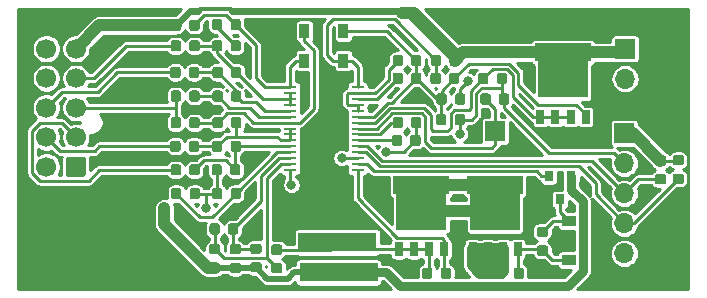
<source format=gbr>
G04 #@! TF.GenerationSoftware,KiCad,Pcbnew,5.1.0-unknown-e90452d~82~ubuntu18.04.1*
G04 #@! TF.CreationDate,2019-04-11T15:55:37-06:00*
G04 #@! TF.ProjectId,batteryMonitor,62617474-6572-4794-9d6f-6e69746f722e,rev?*
G04 #@! TF.SameCoordinates,Original*
G04 #@! TF.FileFunction,Copper,L1,Top*
G04 #@! TF.FilePolarity,Positive*
%FSLAX46Y46*%
G04 Gerber Fmt 4.6, Leading zero omitted, Abs format (unit mm)*
G04 Created by KiCad (PCBNEW 5.1.0-unknown-e90452d~82~ubuntu18.04.1) date 2019-04-11 15:55:37*
%MOMM*%
%LPD*%
G04 APERTURE LIST*
%ADD10R,6.600000X1.650000*%
%ADD11R,1.100000X0.285000*%
%ADD12C,0.100000*%
%ADD13C,0.875000*%
%ADD14R,0.700000X1.150000*%
%ADD15R,4.200000X3.300000*%
%ADD16R,4.700000X1.550000*%
%ADD17R,0.800000X0.900000*%
%ADD18R,1.700000X1.700000*%
%ADD19O,1.700000X1.700000*%
%ADD20C,1.700000*%
%ADD21R,1.200000X0.900000*%
%ADD22R,0.900000X1.200000*%
%ADD23C,0.800000*%
%ADD24C,0.250000*%
%ADD25C,1.000000*%
%ADD26C,0.500000*%
%ADD27C,0.750000*%
%ADD28C,0.600000*%
%ADD29C,0.350000*%
%ADD30C,0.254000*%
G04 APERTURE END LIST*
D10*
X117650000Y-90383280D03*
X117750000Y-92933280D03*
D11*
X113650000Y-84250000D03*
X113650000Y-83750000D03*
X113650000Y-83250000D03*
X113650000Y-82750000D03*
X113650000Y-82250000D03*
X113650000Y-81750000D03*
X113650000Y-81250000D03*
X113650000Y-80750000D03*
X113650000Y-80250000D03*
X113650000Y-79750000D03*
X113650000Y-79250000D03*
X113650000Y-78750000D03*
X113650000Y-78250000D03*
X113650000Y-77750000D03*
X113650000Y-77250000D03*
X119350000Y-77250000D03*
X119350000Y-77750000D03*
X119350000Y-78250000D03*
X119350000Y-78750000D03*
X119350000Y-79250000D03*
X119350000Y-79750000D03*
X119350000Y-80250000D03*
X119350000Y-80750000D03*
X119350000Y-81250000D03*
X119350000Y-81750000D03*
X119350000Y-82250000D03*
X119350000Y-82750000D03*
X119350000Y-83250000D03*
X119350000Y-83750000D03*
X119350000Y-84250000D03*
D12*
G36*
X133240191Y-92526053D02*
G01*
X133261426Y-92529203D01*
X133282250Y-92534419D01*
X133302462Y-92541651D01*
X133321868Y-92550830D01*
X133340281Y-92561866D01*
X133357524Y-92574654D01*
X133373430Y-92589070D01*
X133387846Y-92604976D01*
X133400634Y-92622219D01*
X133411670Y-92640632D01*
X133420849Y-92660038D01*
X133428081Y-92680250D01*
X133433297Y-92701074D01*
X133436447Y-92722309D01*
X133437500Y-92743750D01*
X133437500Y-93256250D01*
X133436447Y-93277691D01*
X133433297Y-93298926D01*
X133428081Y-93319750D01*
X133420849Y-93339962D01*
X133411670Y-93359368D01*
X133400634Y-93377781D01*
X133387846Y-93395024D01*
X133373430Y-93410930D01*
X133357524Y-93425346D01*
X133340281Y-93438134D01*
X133321868Y-93449170D01*
X133302462Y-93458349D01*
X133282250Y-93465581D01*
X133261426Y-93470797D01*
X133240191Y-93473947D01*
X133218750Y-93475000D01*
X132781250Y-93475000D01*
X132759809Y-93473947D01*
X132738574Y-93470797D01*
X132717750Y-93465581D01*
X132697538Y-93458349D01*
X132678132Y-93449170D01*
X132659719Y-93438134D01*
X132642476Y-93425346D01*
X132626570Y-93410930D01*
X132612154Y-93395024D01*
X132599366Y-93377781D01*
X132588330Y-93359368D01*
X132579151Y-93339962D01*
X132571919Y-93319750D01*
X132566703Y-93298926D01*
X132563553Y-93277691D01*
X132562500Y-93256250D01*
X132562500Y-92743750D01*
X132563553Y-92722309D01*
X132566703Y-92701074D01*
X132571919Y-92680250D01*
X132579151Y-92660038D01*
X132588330Y-92640632D01*
X132599366Y-92622219D01*
X132612154Y-92604976D01*
X132626570Y-92589070D01*
X132642476Y-92574654D01*
X132659719Y-92561866D01*
X132678132Y-92550830D01*
X132697538Y-92541651D01*
X132717750Y-92534419D01*
X132738574Y-92529203D01*
X132759809Y-92526053D01*
X132781250Y-92525000D01*
X133218750Y-92525000D01*
X133240191Y-92526053D01*
X133240191Y-92526053D01*
G37*
D13*
X133000000Y-93000000D03*
D12*
G36*
X131665191Y-92526053D02*
G01*
X131686426Y-92529203D01*
X131707250Y-92534419D01*
X131727462Y-92541651D01*
X131746868Y-92550830D01*
X131765281Y-92561866D01*
X131782524Y-92574654D01*
X131798430Y-92589070D01*
X131812846Y-92604976D01*
X131825634Y-92622219D01*
X131836670Y-92640632D01*
X131845849Y-92660038D01*
X131853081Y-92680250D01*
X131858297Y-92701074D01*
X131861447Y-92722309D01*
X131862500Y-92743750D01*
X131862500Y-93256250D01*
X131861447Y-93277691D01*
X131858297Y-93298926D01*
X131853081Y-93319750D01*
X131845849Y-93339962D01*
X131836670Y-93359368D01*
X131825634Y-93377781D01*
X131812846Y-93395024D01*
X131798430Y-93410930D01*
X131782524Y-93425346D01*
X131765281Y-93438134D01*
X131746868Y-93449170D01*
X131727462Y-93458349D01*
X131707250Y-93465581D01*
X131686426Y-93470797D01*
X131665191Y-93473947D01*
X131643750Y-93475000D01*
X131206250Y-93475000D01*
X131184809Y-93473947D01*
X131163574Y-93470797D01*
X131142750Y-93465581D01*
X131122538Y-93458349D01*
X131103132Y-93449170D01*
X131084719Y-93438134D01*
X131067476Y-93425346D01*
X131051570Y-93410930D01*
X131037154Y-93395024D01*
X131024366Y-93377781D01*
X131013330Y-93359368D01*
X131004151Y-93339962D01*
X130996919Y-93319750D01*
X130991703Y-93298926D01*
X130988553Y-93277691D01*
X130987500Y-93256250D01*
X130987500Y-92743750D01*
X130988553Y-92722309D01*
X130991703Y-92701074D01*
X130996919Y-92680250D01*
X131004151Y-92660038D01*
X131013330Y-92640632D01*
X131024366Y-92622219D01*
X131037154Y-92604976D01*
X131051570Y-92589070D01*
X131067476Y-92574654D01*
X131084719Y-92561866D01*
X131103132Y-92550830D01*
X131122538Y-92541651D01*
X131142750Y-92534419D01*
X131163574Y-92529203D01*
X131184809Y-92526053D01*
X131206250Y-92525000D01*
X131643750Y-92525000D01*
X131665191Y-92526053D01*
X131665191Y-92526053D01*
G37*
D13*
X131425000Y-93000000D03*
D12*
G36*
X126702691Y-77776053D02*
G01*
X126723926Y-77779203D01*
X126744750Y-77784419D01*
X126764962Y-77791651D01*
X126784368Y-77800830D01*
X126802781Y-77811866D01*
X126820024Y-77824654D01*
X126835930Y-77839070D01*
X126850346Y-77854976D01*
X126863134Y-77872219D01*
X126874170Y-77890632D01*
X126883349Y-77910038D01*
X126890581Y-77930250D01*
X126895797Y-77951074D01*
X126898947Y-77972309D01*
X126900000Y-77993750D01*
X126900000Y-78506250D01*
X126898947Y-78527691D01*
X126895797Y-78548926D01*
X126890581Y-78569750D01*
X126883349Y-78589962D01*
X126874170Y-78609368D01*
X126863134Y-78627781D01*
X126850346Y-78645024D01*
X126835930Y-78660930D01*
X126820024Y-78675346D01*
X126802781Y-78688134D01*
X126784368Y-78699170D01*
X126764962Y-78708349D01*
X126744750Y-78715581D01*
X126723926Y-78720797D01*
X126702691Y-78723947D01*
X126681250Y-78725000D01*
X126243750Y-78725000D01*
X126222309Y-78723947D01*
X126201074Y-78720797D01*
X126180250Y-78715581D01*
X126160038Y-78708349D01*
X126140632Y-78699170D01*
X126122219Y-78688134D01*
X126104976Y-78675346D01*
X126089070Y-78660930D01*
X126074654Y-78645024D01*
X126061866Y-78627781D01*
X126050830Y-78609368D01*
X126041651Y-78589962D01*
X126034419Y-78569750D01*
X126029203Y-78548926D01*
X126026053Y-78527691D01*
X126025000Y-78506250D01*
X126025000Y-77993750D01*
X126026053Y-77972309D01*
X126029203Y-77951074D01*
X126034419Y-77930250D01*
X126041651Y-77910038D01*
X126050830Y-77890632D01*
X126061866Y-77872219D01*
X126074654Y-77854976D01*
X126089070Y-77839070D01*
X126104976Y-77824654D01*
X126122219Y-77811866D01*
X126140632Y-77800830D01*
X126160038Y-77791651D01*
X126180250Y-77784419D01*
X126201074Y-77779203D01*
X126222309Y-77776053D01*
X126243750Y-77775000D01*
X126681250Y-77775000D01*
X126702691Y-77776053D01*
X126702691Y-77776053D01*
G37*
D13*
X126462500Y-78250000D03*
D12*
G36*
X128277691Y-77776053D02*
G01*
X128298926Y-77779203D01*
X128319750Y-77784419D01*
X128339962Y-77791651D01*
X128359368Y-77800830D01*
X128377781Y-77811866D01*
X128395024Y-77824654D01*
X128410930Y-77839070D01*
X128425346Y-77854976D01*
X128438134Y-77872219D01*
X128449170Y-77890632D01*
X128458349Y-77910038D01*
X128465581Y-77930250D01*
X128470797Y-77951074D01*
X128473947Y-77972309D01*
X128475000Y-77993750D01*
X128475000Y-78506250D01*
X128473947Y-78527691D01*
X128470797Y-78548926D01*
X128465581Y-78569750D01*
X128458349Y-78589962D01*
X128449170Y-78609368D01*
X128438134Y-78627781D01*
X128425346Y-78645024D01*
X128410930Y-78660930D01*
X128395024Y-78675346D01*
X128377781Y-78688134D01*
X128359368Y-78699170D01*
X128339962Y-78708349D01*
X128319750Y-78715581D01*
X128298926Y-78720797D01*
X128277691Y-78723947D01*
X128256250Y-78725000D01*
X127818750Y-78725000D01*
X127797309Y-78723947D01*
X127776074Y-78720797D01*
X127755250Y-78715581D01*
X127735038Y-78708349D01*
X127715632Y-78699170D01*
X127697219Y-78688134D01*
X127679976Y-78675346D01*
X127664070Y-78660930D01*
X127649654Y-78645024D01*
X127636866Y-78627781D01*
X127625830Y-78609368D01*
X127616651Y-78589962D01*
X127609419Y-78569750D01*
X127604203Y-78548926D01*
X127601053Y-78527691D01*
X127600000Y-78506250D01*
X127600000Y-77993750D01*
X127601053Y-77972309D01*
X127604203Y-77951074D01*
X127609419Y-77930250D01*
X127616651Y-77910038D01*
X127625830Y-77890632D01*
X127636866Y-77872219D01*
X127649654Y-77854976D01*
X127664070Y-77839070D01*
X127679976Y-77824654D01*
X127697219Y-77811866D01*
X127715632Y-77800830D01*
X127735038Y-77791651D01*
X127755250Y-77784419D01*
X127776074Y-77779203D01*
X127797309Y-77776053D01*
X127818750Y-77775000D01*
X128256250Y-77775000D01*
X128277691Y-77776053D01*
X128277691Y-77776053D01*
G37*
D13*
X128037500Y-78250000D03*
D12*
G36*
X127815191Y-74526053D02*
G01*
X127836426Y-74529203D01*
X127857250Y-74534419D01*
X127877462Y-74541651D01*
X127896868Y-74550830D01*
X127915281Y-74561866D01*
X127932524Y-74574654D01*
X127948430Y-74589070D01*
X127962846Y-74604976D01*
X127975634Y-74622219D01*
X127986670Y-74640632D01*
X127995849Y-74660038D01*
X128003081Y-74680250D01*
X128008297Y-74701074D01*
X128011447Y-74722309D01*
X128012500Y-74743750D01*
X128012500Y-75256250D01*
X128011447Y-75277691D01*
X128008297Y-75298926D01*
X128003081Y-75319750D01*
X127995849Y-75339962D01*
X127986670Y-75359368D01*
X127975634Y-75377781D01*
X127962846Y-75395024D01*
X127948430Y-75410930D01*
X127932524Y-75425346D01*
X127915281Y-75438134D01*
X127896868Y-75449170D01*
X127877462Y-75458349D01*
X127857250Y-75465581D01*
X127836426Y-75470797D01*
X127815191Y-75473947D01*
X127793750Y-75475000D01*
X127356250Y-75475000D01*
X127334809Y-75473947D01*
X127313574Y-75470797D01*
X127292750Y-75465581D01*
X127272538Y-75458349D01*
X127253132Y-75449170D01*
X127234719Y-75438134D01*
X127217476Y-75425346D01*
X127201570Y-75410930D01*
X127187154Y-75395024D01*
X127174366Y-75377781D01*
X127163330Y-75359368D01*
X127154151Y-75339962D01*
X127146919Y-75319750D01*
X127141703Y-75298926D01*
X127138553Y-75277691D01*
X127137500Y-75256250D01*
X127137500Y-74743750D01*
X127138553Y-74722309D01*
X127141703Y-74701074D01*
X127146919Y-74680250D01*
X127154151Y-74660038D01*
X127163330Y-74640632D01*
X127174366Y-74622219D01*
X127187154Y-74604976D01*
X127201570Y-74589070D01*
X127217476Y-74574654D01*
X127234719Y-74561866D01*
X127253132Y-74550830D01*
X127272538Y-74541651D01*
X127292750Y-74534419D01*
X127313574Y-74529203D01*
X127334809Y-74526053D01*
X127356250Y-74525000D01*
X127793750Y-74525000D01*
X127815191Y-74526053D01*
X127815191Y-74526053D01*
G37*
D13*
X127575000Y-75000000D03*
D12*
G36*
X126240191Y-74526053D02*
G01*
X126261426Y-74529203D01*
X126282250Y-74534419D01*
X126302462Y-74541651D01*
X126321868Y-74550830D01*
X126340281Y-74561866D01*
X126357524Y-74574654D01*
X126373430Y-74589070D01*
X126387846Y-74604976D01*
X126400634Y-74622219D01*
X126411670Y-74640632D01*
X126420849Y-74660038D01*
X126428081Y-74680250D01*
X126433297Y-74701074D01*
X126436447Y-74722309D01*
X126437500Y-74743750D01*
X126437500Y-75256250D01*
X126436447Y-75277691D01*
X126433297Y-75298926D01*
X126428081Y-75319750D01*
X126420849Y-75339962D01*
X126411670Y-75359368D01*
X126400634Y-75377781D01*
X126387846Y-75395024D01*
X126373430Y-75410930D01*
X126357524Y-75425346D01*
X126340281Y-75438134D01*
X126321868Y-75449170D01*
X126302462Y-75458349D01*
X126282250Y-75465581D01*
X126261426Y-75470797D01*
X126240191Y-75473947D01*
X126218750Y-75475000D01*
X125781250Y-75475000D01*
X125759809Y-75473947D01*
X125738574Y-75470797D01*
X125717750Y-75465581D01*
X125697538Y-75458349D01*
X125678132Y-75449170D01*
X125659719Y-75438134D01*
X125642476Y-75425346D01*
X125626570Y-75410930D01*
X125612154Y-75395024D01*
X125599366Y-75377781D01*
X125588330Y-75359368D01*
X125579151Y-75339962D01*
X125571919Y-75319750D01*
X125566703Y-75298926D01*
X125563553Y-75277691D01*
X125562500Y-75256250D01*
X125562500Y-74743750D01*
X125563553Y-74722309D01*
X125566703Y-74701074D01*
X125571919Y-74680250D01*
X125579151Y-74660038D01*
X125588330Y-74640632D01*
X125599366Y-74622219D01*
X125612154Y-74604976D01*
X125626570Y-74589070D01*
X125642476Y-74574654D01*
X125659719Y-74561866D01*
X125678132Y-74550830D01*
X125697538Y-74541651D01*
X125717750Y-74534419D01*
X125738574Y-74529203D01*
X125759809Y-74526053D01*
X125781250Y-74525000D01*
X126218750Y-74525000D01*
X126240191Y-74526053D01*
X126240191Y-74526053D01*
G37*
D13*
X126000000Y-75000000D03*
D12*
G36*
X135277691Y-89063553D02*
G01*
X135298926Y-89066703D01*
X135319750Y-89071919D01*
X135339962Y-89079151D01*
X135359368Y-89088330D01*
X135377781Y-89099366D01*
X135395024Y-89112154D01*
X135410930Y-89126570D01*
X135425346Y-89142476D01*
X135438134Y-89159719D01*
X135449170Y-89178132D01*
X135458349Y-89197538D01*
X135465581Y-89217750D01*
X135470797Y-89238574D01*
X135473947Y-89259809D01*
X135475000Y-89281250D01*
X135475000Y-89718750D01*
X135473947Y-89740191D01*
X135470797Y-89761426D01*
X135465581Y-89782250D01*
X135458349Y-89802462D01*
X135449170Y-89821868D01*
X135438134Y-89840281D01*
X135425346Y-89857524D01*
X135410930Y-89873430D01*
X135395024Y-89887846D01*
X135377781Y-89900634D01*
X135359368Y-89911670D01*
X135339962Y-89920849D01*
X135319750Y-89928081D01*
X135298926Y-89933297D01*
X135277691Y-89936447D01*
X135256250Y-89937500D01*
X134743750Y-89937500D01*
X134722309Y-89936447D01*
X134701074Y-89933297D01*
X134680250Y-89928081D01*
X134660038Y-89920849D01*
X134640632Y-89911670D01*
X134622219Y-89900634D01*
X134604976Y-89887846D01*
X134589070Y-89873430D01*
X134574654Y-89857524D01*
X134561866Y-89840281D01*
X134550830Y-89821868D01*
X134541651Y-89802462D01*
X134534419Y-89782250D01*
X134529203Y-89761426D01*
X134526053Y-89740191D01*
X134525000Y-89718750D01*
X134525000Y-89281250D01*
X134526053Y-89259809D01*
X134529203Y-89238574D01*
X134534419Y-89217750D01*
X134541651Y-89197538D01*
X134550830Y-89178132D01*
X134561866Y-89159719D01*
X134574654Y-89142476D01*
X134589070Y-89126570D01*
X134604976Y-89112154D01*
X134622219Y-89099366D01*
X134640632Y-89088330D01*
X134660038Y-89079151D01*
X134680250Y-89071919D01*
X134701074Y-89066703D01*
X134722309Y-89063553D01*
X134743750Y-89062500D01*
X135256250Y-89062500D01*
X135277691Y-89063553D01*
X135277691Y-89063553D01*
G37*
D13*
X135000000Y-89500000D03*
D12*
G36*
X135277691Y-90638553D02*
G01*
X135298926Y-90641703D01*
X135319750Y-90646919D01*
X135339962Y-90654151D01*
X135359368Y-90663330D01*
X135377781Y-90674366D01*
X135395024Y-90687154D01*
X135410930Y-90701570D01*
X135425346Y-90717476D01*
X135438134Y-90734719D01*
X135449170Y-90753132D01*
X135458349Y-90772538D01*
X135465581Y-90792750D01*
X135470797Y-90813574D01*
X135473947Y-90834809D01*
X135475000Y-90856250D01*
X135475000Y-91293750D01*
X135473947Y-91315191D01*
X135470797Y-91336426D01*
X135465581Y-91357250D01*
X135458349Y-91377462D01*
X135449170Y-91396868D01*
X135438134Y-91415281D01*
X135425346Y-91432524D01*
X135410930Y-91448430D01*
X135395024Y-91462846D01*
X135377781Y-91475634D01*
X135359368Y-91486670D01*
X135339962Y-91495849D01*
X135319750Y-91503081D01*
X135298926Y-91508297D01*
X135277691Y-91511447D01*
X135256250Y-91512500D01*
X134743750Y-91512500D01*
X134722309Y-91511447D01*
X134701074Y-91508297D01*
X134680250Y-91503081D01*
X134660038Y-91495849D01*
X134640632Y-91486670D01*
X134622219Y-91475634D01*
X134604976Y-91462846D01*
X134589070Y-91448430D01*
X134574654Y-91432524D01*
X134561866Y-91415281D01*
X134550830Y-91396868D01*
X134541651Y-91377462D01*
X134534419Y-91357250D01*
X134529203Y-91336426D01*
X134526053Y-91315191D01*
X134525000Y-91293750D01*
X134525000Y-90856250D01*
X134526053Y-90834809D01*
X134529203Y-90813574D01*
X134534419Y-90792750D01*
X134541651Y-90772538D01*
X134550830Y-90753132D01*
X134561866Y-90734719D01*
X134574654Y-90717476D01*
X134589070Y-90701570D01*
X134604976Y-90687154D01*
X134622219Y-90674366D01*
X134640632Y-90663330D01*
X134660038Y-90654151D01*
X134680250Y-90646919D01*
X134701074Y-90641703D01*
X134722309Y-90638553D01*
X134743750Y-90637500D01*
X135256250Y-90637500D01*
X135277691Y-90638553D01*
X135277691Y-90638553D01*
G37*
D13*
X135000000Y-91075000D03*
D12*
G36*
X122915191Y-81276053D02*
G01*
X122936426Y-81279203D01*
X122957250Y-81284419D01*
X122977462Y-81291651D01*
X122996868Y-81300830D01*
X123015281Y-81311866D01*
X123032524Y-81324654D01*
X123048430Y-81339070D01*
X123062846Y-81354976D01*
X123075634Y-81372219D01*
X123086670Y-81390632D01*
X123095849Y-81410038D01*
X123103081Y-81430250D01*
X123108297Y-81451074D01*
X123111447Y-81472309D01*
X123112500Y-81493750D01*
X123112500Y-82006250D01*
X123111447Y-82027691D01*
X123108297Y-82048926D01*
X123103081Y-82069750D01*
X123095849Y-82089962D01*
X123086670Y-82109368D01*
X123075634Y-82127781D01*
X123062846Y-82145024D01*
X123048430Y-82160930D01*
X123032524Y-82175346D01*
X123015281Y-82188134D01*
X122996868Y-82199170D01*
X122977462Y-82208349D01*
X122957250Y-82215581D01*
X122936426Y-82220797D01*
X122915191Y-82223947D01*
X122893750Y-82225000D01*
X122456250Y-82225000D01*
X122434809Y-82223947D01*
X122413574Y-82220797D01*
X122392750Y-82215581D01*
X122372538Y-82208349D01*
X122353132Y-82199170D01*
X122334719Y-82188134D01*
X122317476Y-82175346D01*
X122301570Y-82160930D01*
X122287154Y-82145024D01*
X122274366Y-82127781D01*
X122263330Y-82109368D01*
X122254151Y-82089962D01*
X122246919Y-82069750D01*
X122241703Y-82048926D01*
X122238553Y-82027691D01*
X122237500Y-82006250D01*
X122237500Y-81493750D01*
X122238553Y-81472309D01*
X122241703Y-81451074D01*
X122246919Y-81430250D01*
X122254151Y-81410038D01*
X122263330Y-81390632D01*
X122274366Y-81372219D01*
X122287154Y-81354976D01*
X122301570Y-81339070D01*
X122317476Y-81324654D01*
X122334719Y-81311866D01*
X122353132Y-81300830D01*
X122372538Y-81291651D01*
X122392750Y-81284419D01*
X122413574Y-81279203D01*
X122434809Y-81276053D01*
X122456250Y-81275000D01*
X122893750Y-81275000D01*
X122915191Y-81276053D01*
X122915191Y-81276053D01*
G37*
D13*
X122675000Y-81750000D03*
D12*
G36*
X124490191Y-81276053D02*
G01*
X124511426Y-81279203D01*
X124532250Y-81284419D01*
X124552462Y-81291651D01*
X124571868Y-81300830D01*
X124590281Y-81311866D01*
X124607524Y-81324654D01*
X124623430Y-81339070D01*
X124637846Y-81354976D01*
X124650634Y-81372219D01*
X124661670Y-81390632D01*
X124670849Y-81410038D01*
X124678081Y-81430250D01*
X124683297Y-81451074D01*
X124686447Y-81472309D01*
X124687500Y-81493750D01*
X124687500Y-82006250D01*
X124686447Y-82027691D01*
X124683297Y-82048926D01*
X124678081Y-82069750D01*
X124670849Y-82089962D01*
X124661670Y-82109368D01*
X124650634Y-82127781D01*
X124637846Y-82145024D01*
X124623430Y-82160930D01*
X124607524Y-82175346D01*
X124590281Y-82188134D01*
X124571868Y-82199170D01*
X124552462Y-82208349D01*
X124532250Y-82215581D01*
X124511426Y-82220797D01*
X124490191Y-82223947D01*
X124468750Y-82225000D01*
X124031250Y-82225000D01*
X124009809Y-82223947D01*
X123988574Y-82220797D01*
X123967750Y-82215581D01*
X123947538Y-82208349D01*
X123928132Y-82199170D01*
X123909719Y-82188134D01*
X123892476Y-82175346D01*
X123876570Y-82160930D01*
X123862154Y-82145024D01*
X123849366Y-82127781D01*
X123838330Y-82109368D01*
X123829151Y-82089962D01*
X123821919Y-82069750D01*
X123816703Y-82048926D01*
X123813553Y-82027691D01*
X123812500Y-82006250D01*
X123812500Y-81493750D01*
X123813553Y-81472309D01*
X123816703Y-81451074D01*
X123821919Y-81430250D01*
X123829151Y-81410038D01*
X123838330Y-81390632D01*
X123849366Y-81372219D01*
X123862154Y-81354976D01*
X123876570Y-81339070D01*
X123892476Y-81324654D01*
X123909719Y-81311866D01*
X123928132Y-81300830D01*
X123947538Y-81291651D01*
X123967750Y-81284419D01*
X123988574Y-81279203D01*
X124009809Y-81276053D01*
X124031250Y-81275000D01*
X124468750Y-81275000D01*
X124490191Y-81276053D01*
X124490191Y-81276053D01*
G37*
D13*
X124250000Y-81750000D03*
D12*
G36*
X122990191Y-76026053D02*
G01*
X123011426Y-76029203D01*
X123032250Y-76034419D01*
X123052462Y-76041651D01*
X123071868Y-76050830D01*
X123090281Y-76061866D01*
X123107524Y-76074654D01*
X123123430Y-76089070D01*
X123137846Y-76104976D01*
X123150634Y-76122219D01*
X123161670Y-76140632D01*
X123170849Y-76160038D01*
X123178081Y-76180250D01*
X123183297Y-76201074D01*
X123186447Y-76222309D01*
X123187500Y-76243750D01*
X123187500Y-76756250D01*
X123186447Y-76777691D01*
X123183297Y-76798926D01*
X123178081Y-76819750D01*
X123170849Y-76839962D01*
X123161670Y-76859368D01*
X123150634Y-76877781D01*
X123137846Y-76895024D01*
X123123430Y-76910930D01*
X123107524Y-76925346D01*
X123090281Y-76938134D01*
X123071868Y-76949170D01*
X123052462Y-76958349D01*
X123032250Y-76965581D01*
X123011426Y-76970797D01*
X122990191Y-76973947D01*
X122968750Y-76975000D01*
X122531250Y-76975000D01*
X122509809Y-76973947D01*
X122488574Y-76970797D01*
X122467750Y-76965581D01*
X122447538Y-76958349D01*
X122428132Y-76949170D01*
X122409719Y-76938134D01*
X122392476Y-76925346D01*
X122376570Y-76910930D01*
X122362154Y-76895024D01*
X122349366Y-76877781D01*
X122338330Y-76859368D01*
X122329151Y-76839962D01*
X122321919Y-76819750D01*
X122316703Y-76798926D01*
X122313553Y-76777691D01*
X122312500Y-76756250D01*
X122312500Y-76243750D01*
X122313553Y-76222309D01*
X122316703Y-76201074D01*
X122321919Y-76180250D01*
X122329151Y-76160038D01*
X122338330Y-76140632D01*
X122349366Y-76122219D01*
X122362154Y-76104976D01*
X122376570Y-76089070D01*
X122392476Y-76074654D01*
X122409719Y-76061866D01*
X122428132Y-76050830D01*
X122447538Y-76041651D01*
X122467750Y-76034419D01*
X122488574Y-76029203D01*
X122509809Y-76026053D01*
X122531250Y-76025000D01*
X122968750Y-76025000D01*
X122990191Y-76026053D01*
X122990191Y-76026053D01*
G37*
D13*
X122750000Y-76500000D03*
D12*
G36*
X124565191Y-76026053D02*
G01*
X124586426Y-76029203D01*
X124607250Y-76034419D01*
X124627462Y-76041651D01*
X124646868Y-76050830D01*
X124665281Y-76061866D01*
X124682524Y-76074654D01*
X124698430Y-76089070D01*
X124712846Y-76104976D01*
X124725634Y-76122219D01*
X124736670Y-76140632D01*
X124745849Y-76160038D01*
X124753081Y-76180250D01*
X124758297Y-76201074D01*
X124761447Y-76222309D01*
X124762500Y-76243750D01*
X124762500Y-76756250D01*
X124761447Y-76777691D01*
X124758297Y-76798926D01*
X124753081Y-76819750D01*
X124745849Y-76839962D01*
X124736670Y-76859368D01*
X124725634Y-76877781D01*
X124712846Y-76895024D01*
X124698430Y-76910930D01*
X124682524Y-76925346D01*
X124665281Y-76938134D01*
X124646868Y-76949170D01*
X124627462Y-76958349D01*
X124607250Y-76965581D01*
X124586426Y-76970797D01*
X124565191Y-76973947D01*
X124543750Y-76975000D01*
X124106250Y-76975000D01*
X124084809Y-76973947D01*
X124063574Y-76970797D01*
X124042750Y-76965581D01*
X124022538Y-76958349D01*
X124003132Y-76949170D01*
X123984719Y-76938134D01*
X123967476Y-76925346D01*
X123951570Y-76910930D01*
X123937154Y-76895024D01*
X123924366Y-76877781D01*
X123913330Y-76859368D01*
X123904151Y-76839962D01*
X123896919Y-76819750D01*
X123891703Y-76798926D01*
X123888553Y-76777691D01*
X123887500Y-76756250D01*
X123887500Y-76243750D01*
X123888553Y-76222309D01*
X123891703Y-76201074D01*
X123896919Y-76180250D01*
X123904151Y-76160038D01*
X123913330Y-76140632D01*
X123924366Y-76122219D01*
X123937154Y-76104976D01*
X123951570Y-76089070D01*
X123967476Y-76074654D01*
X123984719Y-76061866D01*
X124003132Y-76050830D01*
X124022538Y-76041651D01*
X124042750Y-76034419D01*
X124063574Y-76029203D01*
X124084809Y-76026053D01*
X124106250Y-76025000D01*
X124543750Y-76025000D01*
X124565191Y-76026053D01*
X124565191Y-76026053D01*
G37*
D13*
X124325000Y-76500000D03*
D12*
G36*
X145277691Y-84601053D02*
G01*
X145298926Y-84604203D01*
X145319750Y-84609419D01*
X145339962Y-84616651D01*
X145359368Y-84625830D01*
X145377781Y-84636866D01*
X145395024Y-84649654D01*
X145410930Y-84664070D01*
X145425346Y-84679976D01*
X145438134Y-84697219D01*
X145449170Y-84715632D01*
X145458349Y-84735038D01*
X145465581Y-84755250D01*
X145470797Y-84776074D01*
X145473947Y-84797309D01*
X145475000Y-84818750D01*
X145475000Y-85256250D01*
X145473947Y-85277691D01*
X145470797Y-85298926D01*
X145465581Y-85319750D01*
X145458349Y-85339962D01*
X145449170Y-85359368D01*
X145438134Y-85377781D01*
X145425346Y-85395024D01*
X145410930Y-85410930D01*
X145395024Y-85425346D01*
X145377781Y-85438134D01*
X145359368Y-85449170D01*
X145339962Y-85458349D01*
X145319750Y-85465581D01*
X145298926Y-85470797D01*
X145277691Y-85473947D01*
X145256250Y-85475000D01*
X144743750Y-85475000D01*
X144722309Y-85473947D01*
X144701074Y-85470797D01*
X144680250Y-85465581D01*
X144660038Y-85458349D01*
X144640632Y-85449170D01*
X144622219Y-85438134D01*
X144604976Y-85425346D01*
X144589070Y-85410930D01*
X144574654Y-85395024D01*
X144561866Y-85377781D01*
X144550830Y-85359368D01*
X144541651Y-85339962D01*
X144534419Y-85319750D01*
X144529203Y-85298926D01*
X144526053Y-85277691D01*
X144525000Y-85256250D01*
X144525000Y-84818750D01*
X144526053Y-84797309D01*
X144529203Y-84776074D01*
X144534419Y-84755250D01*
X144541651Y-84735038D01*
X144550830Y-84715632D01*
X144561866Y-84697219D01*
X144574654Y-84679976D01*
X144589070Y-84664070D01*
X144604976Y-84649654D01*
X144622219Y-84636866D01*
X144640632Y-84625830D01*
X144660038Y-84616651D01*
X144680250Y-84609419D01*
X144701074Y-84604203D01*
X144722309Y-84601053D01*
X144743750Y-84600000D01*
X145256250Y-84600000D01*
X145277691Y-84601053D01*
X145277691Y-84601053D01*
G37*
D13*
X145000000Y-85037500D03*
D12*
G36*
X145277691Y-83026053D02*
G01*
X145298926Y-83029203D01*
X145319750Y-83034419D01*
X145339962Y-83041651D01*
X145359368Y-83050830D01*
X145377781Y-83061866D01*
X145395024Y-83074654D01*
X145410930Y-83089070D01*
X145425346Y-83104976D01*
X145438134Y-83122219D01*
X145449170Y-83140632D01*
X145458349Y-83160038D01*
X145465581Y-83180250D01*
X145470797Y-83201074D01*
X145473947Y-83222309D01*
X145475000Y-83243750D01*
X145475000Y-83681250D01*
X145473947Y-83702691D01*
X145470797Y-83723926D01*
X145465581Y-83744750D01*
X145458349Y-83764962D01*
X145449170Y-83784368D01*
X145438134Y-83802781D01*
X145425346Y-83820024D01*
X145410930Y-83835930D01*
X145395024Y-83850346D01*
X145377781Y-83863134D01*
X145359368Y-83874170D01*
X145339962Y-83883349D01*
X145319750Y-83890581D01*
X145298926Y-83895797D01*
X145277691Y-83898947D01*
X145256250Y-83900000D01*
X144743750Y-83900000D01*
X144722309Y-83898947D01*
X144701074Y-83895797D01*
X144680250Y-83890581D01*
X144660038Y-83883349D01*
X144640632Y-83874170D01*
X144622219Y-83863134D01*
X144604976Y-83850346D01*
X144589070Y-83835930D01*
X144574654Y-83820024D01*
X144561866Y-83802781D01*
X144550830Y-83784368D01*
X144541651Y-83764962D01*
X144534419Y-83744750D01*
X144529203Y-83723926D01*
X144526053Y-83702691D01*
X144525000Y-83681250D01*
X144525000Y-83243750D01*
X144526053Y-83222309D01*
X144529203Y-83201074D01*
X144534419Y-83180250D01*
X144541651Y-83160038D01*
X144550830Y-83140632D01*
X144561866Y-83122219D01*
X144574654Y-83104976D01*
X144589070Y-83089070D01*
X144604976Y-83074654D01*
X144622219Y-83061866D01*
X144640632Y-83050830D01*
X144660038Y-83041651D01*
X144680250Y-83034419D01*
X144701074Y-83029203D01*
X144722309Y-83026053D01*
X144743750Y-83025000D01*
X145256250Y-83025000D01*
X145277691Y-83026053D01*
X145277691Y-83026053D01*
G37*
D13*
X145000000Y-83462500D03*
D12*
G36*
X146777691Y-84563553D02*
G01*
X146798926Y-84566703D01*
X146819750Y-84571919D01*
X146839962Y-84579151D01*
X146859368Y-84588330D01*
X146877781Y-84599366D01*
X146895024Y-84612154D01*
X146910930Y-84626570D01*
X146925346Y-84642476D01*
X146938134Y-84659719D01*
X146949170Y-84678132D01*
X146958349Y-84697538D01*
X146965581Y-84717750D01*
X146970797Y-84738574D01*
X146973947Y-84759809D01*
X146975000Y-84781250D01*
X146975000Y-85218750D01*
X146973947Y-85240191D01*
X146970797Y-85261426D01*
X146965581Y-85282250D01*
X146958349Y-85302462D01*
X146949170Y-85321868D01*
X146938134Y-85340281D01*
X146925346Y-85357524D01*
X146910930Y-85373430D01*
X146895024Y-85387846D01*
X146877781Y-85400634D01*
X146859368Y-85411670D01*
X146839962Y-85420849D01*
X146819750Y-85428081D01*
X146798926Y-85433297D01*
X146777691Y-85436447D01*
X146756250Y-85437500D01*
X146243750Y-85437500D01*
X146222309Y-85436447D01*
X146201074Y-85433297D01*
X146180250Y-85428081D01*
X146160038Y-85420849D01*
X146140632Y-85411670D01*
X146122219Y-85400634D01*
X146104976Y-85387846D01*
X146089070Y-85373430D01*
X146074654Y-85357524D01*
X146061866Y-85340281D01*
X146050830Y-85321868D01*
X146041651Y-85302462D01*
X146034419Y-85282250D01*
X146029203Y-85261426D01*
X146026053Y-85240191D01*
X146025000Y-85218750D01*
X146025000Y-84781250D01*
X146026053Y-84759809D01*
X146029203Y-84738574D01*
X146034419Y-84717750D01*
X146041651Y-84697538D01*
X146050830Y-84678132D01*
X146061866Y-84659719D01*
X146074654Y-84642476D01*
X146089070Y-84626570D01*
X146104976Y-84612154D01*
X146122219Y-84599366D01*
X146140632Y-84588330D01*
X146160038Y-84579151D01*
X146180250Y-84571919D01*
X146201074Y-84566703D01*
X146222309Y-84563553D01*
X146243750Y-84562500D01*
X146756250Y-84562500D01*
X146777691Y-84563553D01*
X146777691Y-84563553D01*
G37*
D13*
X146500000Y-85000000D03*
D12*
G36*
X146777691Y-82988553D02*
G01*
X146798926Y-82991703D01*
X146819750Y-82996919D01*
X146839962Y-83004151D01*
X146859368Y-83013330D01*
X146877781Y-83024366D01*
X146895024Y-83037154D01*
X146910930Y-83051570D01*
X146925346Y-83067476D01*
X146938134Y-83084719D01*
X146949170Y-83103132D01*
X146958349Y-83122538D01*
X146965581Y-83142750D01*
X146970797Y-83163574D01*
X146973947Y-83184809D01*
X146975000Y-83206250D01*
X146975000Y-83643750D01*
X146973947Y-83665191D01*
X146970797Y-83686426D01*
X146965581Y-83707250D01*
X146958349Y-83727462D01*
X146949170Y-83746868D01*
X146938134Y-83765281D01*
X146925346Y-83782524D01*
X146910930Y-83798430D01*
X146895024Y-83812846D01*
X146877781Y-83825634D01*
X146859368Y-83836670D01*
X146839962Y-83845849D01*
X146819750Y-83853081D01*
X146798926Y-83858297D01*
X146777691Y-83861447D01*
X146756250Y-83862500D01*
X146243750Y-83862500D01*
X146222309Y-83861447D01*
X146201074Y-83858297D01*
X146180250Y-83853081D01*
X146160038Y-83845849D01*
X146140632Y-83836670D01*
X146122219Y-83825634D01*
X146104976Y-83812846D01*
X146089070Y-83798430D01*
X146074654Y-83782524D01*
X146061866Y-83765281D01*
X146050830Y-83746868D01*
X146041651Y-83727462D01*
X146034419Y-83707250D01*
X146029203Y-83686426D01*
X146026053Y-83665191D01*
X146025000Y-83643750D01*
X146025000Y-83206250D01*
X146026053Y-83184809D01*
X146029203Y-83163574D01*
X146034419Y-83142750D01*
X146041651Y-83122538D01*
X146050830Y-83103132D01*
X146061866Y-83084719D01*
X146074654Y-83067476D01*
X146089070Y-83051570D01*
X146104976Y-83037154D01*
X146122219Y-83024366D01*
X146140632Y-83013330D01*
X146160038Y-83004151D01*
X146180250Y-82996919D01*
X146201074Y-82991703D01*
X146222309Y-82988553D01*
X146243750Y-82987500D01*
X146756250Y-82987500D01*
X146777691Y-82988553D01*
X146777691Y-82988553D01*
G37*
D13*
X146500000Y-83425000D03*
D12*
G36*
X125490191Y-92526053D02*
G01*
X125511426Y-92529203D01*
X125532250Y-92534419D01*
X125552462Y-92541651D01*
X125571868Y-92550830D01*
X125590281Y-92561866D01*
X125607524Y-92574654D01*
X125623430Y-92589070D01*
X125637846Y-92604976D01*
X125650634Y-92622219D01*
X125661670Y-92640632D01*
X125670849Y-92660038D01*
X125678081Y-92680250D01*
X125683297Y-92701074D01*
X125686447Y-92722309D01*
X125687500Y-92743750D01*
X125687500Y-93256250D01*
X125686447Y-93277691D01*
X125683297Y-93298926D01*
X125678081Y-93319750D01*
X125670849Y-93339962D01*
X125661670Y-93359368D01*
X125650634Y-93377781D01*
X125637846Y-93395024D01*
X125623430Y-93410930D01*
X125607524Y-93425346D01*
X125590281Y-93438134D01*
X125571868Y-93449170D01*
X125552462Y-93458349D01*
X125532250Y-93465581D01*
X125511426Y-93470797D01*
X125490191Y-93473947D01*
X125468750Y-93475000D01*
X125031250Y-93475000D01*
X125009809Y-93473947D01*
X124988574Y-93470797D01*
X124967750Y-93465581D01*
X124947538Y-93458349D01*
X124928132Y-93449170D01*
X124909719Y-93438134D01*
X124892476Y-93425346D01*
X124876570Y-93410930D01*
X124862154Y-93395024D01*
X124849366Y-93377781D01*
X124838330Y-93359368D01*
X124829151Y-93339962D01*
X124821919Y-93319750D01*
X124816703Y-93298926D01*
X124813553Y-93277691D01*
X124812500Y-93256250D01*
X124812500Y-92743750D01*
X124813553Y-92722309D01*
X124816703Y-92701074D01*
X124821919Y-92680250D01*
X124829151Y-92660038D01*
X124838330Y-92640632D01*
X124849366Y-92622219D01*
X124862154Y-92604976D01*
X124876570Y-92589070D01*
X124892476Y-92574654D01*
X124909719Y-92561866D01*
X124928132Y-92550830D01*
X124947538Y-92541651D01*
X124967750Y-92534419D01*
X124988574Y-92529203D01*
X125009809Y-92526053D01*
X125031250Y-92525000D01*
X125468750Y-92525000D01*
X125490191Y-92526053D01*
X125490191Y-92526053D01*
G37*
D13*
X125250000Y-93000000D03*
D12*
G36*
X127065191Y-92526053D02*
G01*
X127086426Y-92529203D01*
X127107250Y-92534419D01*
X127127462Y-92541651D01*
X127146868Y-92550830D01*
X127165281Y-92561866D01*
X127182524Y-92574654D01*
X127198430Y-92589070D01*
X127212846Y-92604976D01*
X127225634Y-92622219D01*
X127236670Y-92640632D01*
X127245849Y-92660038D01*
X127253081Y-92680250D01*
X127258297Y-92701074D01*
X127261447Y-92722309D01*
X127262500Y-92743750D01*
X127262500Y-93256250D01*
X127261447Y-93277691D01*
X127258297Y-93298926D01*
X127253081Y-93319750D01*
X127245849Y-93339962D01*
X127236670Y-93359368D01*
X127225634Y-93377781D01*
X127212846Y-93395024D01*
X127198430Y-93410930D01*
X127182524Y-93425346D01*
X127165281Y-93438134D01*
X127146868Y-93449170D01*
X127127462Y-93458349D01*
X127107250Y-93465581D01*
X127086426Y-93470797D01*
X127065191Y-93473947D01*
X127043750Y-93475000D01*
X126606250Y-93475000D01*
X126584809Y-93473947D01*
X126563574Y-93470797D01*
X126542750Y-93465581D01*
X126522538Y-93458349D01*
X126503132Y-93449170D01*
X126484719Y-93438134D01*
X126467476Y-93425346D01*
X126451570Y-93410930D01*
X126437154Y-93395024D01*
X126424366Y-93377781D01*
X126413330Y-93359368D01*
X126404151Y-93339962D01*
X126396919Y-93319750D01*
X126391703Y-93298926D01*
X126388553Y-93277691D01*
X126387500Y-93256250D01*
X126387500Y-92743750D01*
X126388553Y-92722309D01*
X126391703Y-92701074D01*
X126396919Y-92680250D01*
X126404151Y-92660038D01*
X126413330Y-92640632D01*
X126424366Y-92622219D01*
X126437154Y-92604976D01*
X126451570Y-92589070D01*
X126467476Y-92574654D01*
X126484719Y-92561866D01*
X126503132Y-92550830D01*
X126522538Y-92541651D01*
X126542750Y-92534419D01*
X126563574Y-92529203D01*
X126584809Y-92526053D01*
X126606250Y-92525000D01*
X127043750Y-92525000D01*
X127065191Y-92526053D01*
X127065191Y-92526053D01*
G37*
D13*
X126825000Y-93000000D03*
D12*
G36*
X112777691Y-90563553D02*
G01*
X112798926Y-90566703D01*
X112819750Y-90571919D01*
X112839962Y-90579151D01*
X112859368Y-90588330D01*
X112877781Y-90599366D01*
X112895024Y-90612154D01*
X112910930Y-90626570D01*
X112925346Y-90642476D01*
X112938134Y-90659719D01*
X112949170Y-90678132D01*
X112958349Y-90697538D01*
X112965581Y-90717750D01*
X112970797Y-90738574D01*
X112973947Y-90759809D01*
X112975000Y-90781250D01*
X112975000Y-91218750D01*
X112973947Y-91240191D01*
X112970797Y-91261426D01*
X112965581Y-91282250D01*
X112958349Y-91302462D01*
X112949170Y-91321868D01*
X112938134Y-91340281D01*
X112925346Y-91357524D01*
X112910930Y-91373430D01*
X112895024Y-91387846D01*
X112877781Y-91400634D01*
X112859368Y-91411670D01*
X112839962Y-91420849D01*
X112819750Y-91428081D01*
X112798926Y-91433297D01*
X112777691Y-91436447D01*
X112756250Y-91437500D01*
X112243750Y-91437500D01*
X112222309Y-91436447D01*
X112201074Y-91433297D01*
X112180250Y-91428081D01*
X112160038Y-91420849D01*
X112140632Y-91411670D01*
X112122219Y-91400634D01*
X112104976Y-91387846D01*
X112089070Y-91373430D01*
X112074654Y-91357524D01*
X112061866Y-91340281D01*
X112050830Y-91321868D01*
X112041651Y-91302462D01*
X112034419Y-91282250D01*
X112029203Y-91261426D01*
X112026053Y-91240191D01*
X112025000Y-91218750D01*
X112025000Y-90781250D01*
X112026053Y-90759809D01*
X112029203Y-90738574D01*
X112034419Y-90717750D01*
X112041651Y-90697538D01*
X112050830Y-90678132D01*
X112061866Y-90659719D01*
X112074654Y-90642476D01*
X112089070Y-90626570D01*
X112104976Y-90612154D01*
X112122219Y-90599366D01*
X112140632Y-90588330D01*
X112160038Y-90579151D01*
X112180250Y-90571919D01*
X112201074Y-90566703D01*
X112222309Y-90563553D01*
X112243750Y-90562500D01*
X112756250Y-90562500D01*
X112777691Y-90563553D01*
X112777691Y-90563553D01*
G37*
D13*
X112500000Y-91000000D03*
D12*
G36*
X112777691Y-92138553D02*
G01*
X112798926Y-92141703D01*
X112819750Y-92146919D01*
X112839962Y-92154151D01*
X112859368Y-92163330D01*
X112877781Y-92174366D01*
X112895024Y-92187154D01*
X112910930Y-92201570D01*
X112925346Y-92217476D01*
X112938134Y-92234719D01*
X112949170Y-92253132D01*
X112958349Y-92272538D01*
X112965581Y-92292750D01*
X112970797Y-92313574D01*
X112973947Y-92334809D01*
X112975000Y-92356250D01*
X112975000Y-92793750D01*
X112973947Y-92815191D01*
X112970797Y-92836426D01*
X112965581Y-92857250D01*
X112958349Y-92877462D01*
X112949170Y-92896868D01*
X112938134Y-92915281D01*
X112925346Y-92932524D01*
X112910930Y-92948430D01*
X112895024Y-92962846D01*
X112877781Y-92975634D01*
X112859368Y-92986670D01*
X112839962Y-92995849D01*
X112819750Y-93003081D01*
X112798926Y-93008297D01*
X112777691Y-93011447D01*
X112756250Y-93012500D01*
X112243750Y-93012500D01*
X112222309Y-93011447D01*
X112201074Y-93008297D01*
X112180250Y-93003081D01*
X112160038Y-92995849D01*
X112140632Y-92986670D01*
X112122219Y-92975634D01*
X112104976Y-92962846D01*
X112089070Y-92948430D01*
X112074654Y-92932524D01*
X112061866Y-92915281D01*
X112050830Y-92896868D01*
X112041651Y-92877462D01*
X112034419Y-92857250D01*
X112029203Y-92836426D01*
X112026053Y-92815191D01*
X112025000Y-92793750D01*
X112025000Y-92356250D01*
X112026053Y-92334809D01*
X112029203Y-92313574D01*
X112034419Y-92292750D01*
X112041651Y-92272538D01*
X112050830Y-92253132D01*
X112061866Y-92234719D01*
X112074654Y-92217476D01*
X112089070Y-92201570D01*
X112104976Y-92187154D01*
X112122219Y-92174366D01*
X112140632Y-92163330D01*
X112160038Y-92154151D01*
X112180250Y-92146919D01*
X112201074Y-92141703D01*
X112222309Y-92138553D01*
X112243750Y-92137500D01*
X112756250Y-92137500D01*
X112777691Y-92138553D01*
X112777691Y-92138553D01*
G37*
D13*
X112500000Y-92575000D03*
D12*
G36*
X111027691Y-92063553D02*
G01*
X111048926Y-92066703D01*
X111069750Y-92071919D01*
X111089962Y-92079151D01*
X111109368Y-92088330D01*
X111127781Y-92099366D01*
X111145024Y-92112154D01*
X111160930Y-92126570D01*
X111175346Y-92142476D01*
X111188134Y-92159719D01*
X111199170Y-92178132D01*
X111208349Y-92197538D01*
X111215581Y-92217750D01*
X111220797Y-92238574D01*
X111223947Y-92259809D01*
X111225000Y-92281250D01*
X111225000Y-92718750D01*
X111223947Y-92740191D01*
X111220797Y-92761426D01*
X111215581Y-92782250D01*
X111208349Y-92802462D01*
X111199170Y-92821868D01*
X111188134Y-92840281D01*
X111175346Y-92857524D01*
X111160930Y-92873430D01*
X111145024Y-92887846D01*
X111127781Y-92900634D01*
X111109368Y-92911670D01*
X111089962Y-92920849D01*
X111069750Y-92928081D01*
X111048926Y-92933297D01*
X111027691Y-92936447D01*
X111006250Y-92937500D01*
X110493750Y-92937500D01*
X110472309Y-92936447D01*
X110451074Y-92933297D01*
X110430250Y-92928081D01*
X110410038Y-92920849D01*
X110390632Y-92911670D01*
X110372219Y-92900634D01*
X110354976Y-92887846D01*
X110339070Y-92873430D01*
X110324654Y-92857524D01*
X110311866Y-92840281D01*
X110300830Y-92821868D01*
X110291651Y-92802462D01*
X110284419Y-92782250D01*
X110279203Y-92761426D01*
X110276053Y-92740191D01*
X110275000Y-92718750D01*
X110275000Y-92281250D01*
X110276053Y-92259809D01*
X110279203Y-92238574D01*
X110284419Y-92217750D01*
X110291651Y-92197538D01*
X110300830Y-92178132D01*
X110311866Y-92159719D01*
X110324654Y-92142476D01*
X110339070Y-92126570D01*
X110354976Y-92112154D01*
X110372219Y-92099366D01*
X110390632Y-92088330D01*
X110410038Y-92079151D01*
X110430250Y-92071919D01*
X110451074Y-92066703D01*
X110472309Y-92063553D01*
X110493750Y-92062500D01*
X111006250Y-92062500D01*
X111027691Y-92063553D01*
X111027691Y-92063553D01*
G37*
D13*
X110750000Y-92500000D03*
D12*
G36*
X111027691Y-90488553D02*
G01*
X111048926Y-90491703D01*
X111069750Y-90496919D01*
X111089962Y-90504151D01*
X111109368Y-90513330D01*
X111127781Y-90524366D01*
X111145024Y-90537154D01*
X111160930Y-90551570D01*
X111175346Y-90567476D01*
X111188134Y-90584719D01*
X111199170Y-90603132D01*
X111208349Y-90622538D01*
X111215581Y-90642750D01*
X111220797Y-90663574D01*
X111223947Y-90684809D01*
X111225000Y-90706250D01*
X111225000Y-91143750D01*
X111223947Y-91165191D01*
X111220797Y-91186426D01*
X111215581Y-91207250D01*
X111208349Y-91227462D01*
X111199170Y-91246868D01*
X111188134Y-91265281D01*
X111175346Y-91282524D01*
X111160930Y-91298430D01*
X111145024Y-91312846D01*
X111127781Y-91325634D01*
X111109368Y-91336670D01*
X111089962Y-91345849D01*
X111069750Y-91353081D01*
X111048926Y-91358297D01*
X111027691Y-91361447D01*
X111006250Y-91362500D01*
X110493750Y-91362500D01*
X110472309Y-91361447D01*
X110451074Y-91358297D01*
X110430250Y-91353081D01*
X110410038Y-91345849D01*
X110390632Y-91336670D01*
X110372219Y-91325634D01*
X110354976Y-91312846D01*
X110339070Y-91298430D01*
X110324654Y-91282524D01*
X110311866Y-91265281D01*
X110300830Y-91246868D01*
X110291651Y-91227462D01*
X110284419Y-91207250D01*
X110279203Y-91186426D01*
X110276053Y-91165191D01*
X110275000Y-91143750D01*
X110275000Y-90706250D01*
X110276053Y-90684809D01*
X110279203Y-90663574D01*
X110284419Y-90642750D01*
X110291651Y-90622538D01*
X110300830Y-90603132D01*
X110311866Y-90584719D01*
X110324654Y-90567476D01*
X110339070Y-90551570D01*
X110354976Y-90537154D01*
X110372219Y-90524366D01*
X110390632Y-90513330D01*
X110410038Y-90504151D01*
X110430250Y-90496919D01*
X110451074Y-90491703D01*
X110472309Y-90488553D01*
X110493750Y-90487500D01*
X111006250Y-90487500D01*
X111027691Y-90488553D01*
X111027691Y-90488553D01*
G37*
D13*
X110750000Y-90925000D03*
D12*
G36*
X104240191Y-85776053D02*
G01*
X104261426Y-85779203D01*
X104282250Y-85784419D01*
X104302462Y-85791651D01*
X104321868Y-85800830D01*
X104340281Y-85811866D01*
X104357524Y-85824654D01*
X104373430Y-85839070D01*
X104387846Y-85854976D01*
X104400634Y-85872219D01*
X104411670Y-85890632D01*
X104420849Y-85910038D01*
X104428081Y-85930250D01*
X104433297Y-85951074D01*
X104436447Y-85972309D01*
X104437500Y-85993750D01*
X104437500Y-86506250D01*
X104436447Y-86527691D01*
X104433297Y-86548926D01*
X104428081Y-86569750D01*
X104420849Y-86589962D01*
X104411670Y-86609368D01*
X104400634Y-86627781D01*
X104387846Y-86645024D01*
X104373430Y-86660930D01*
X104357524Y-86675346D01*
X104340281Y-86688134D01*
X104321868Y-86699170D01*
X104302462Y-86708349D01*
X104282250Y-86715581D01*
X104261426Y-86720797D01*
X104240191Y-86723947D01*
X104218750Y-86725000D01*
X103781250Y-86725000D01*
X103759809Y-86723947D01*
X103738574Y-86720797D01*
X103717750Y-86715581D01*
X103697538Y-86708349D01*
X103678132Y-86699170D01*
X103659719Y-86688134D01*
X103642476Y-86675346D01*
X103626570Y-86660930D01*
X103612154Y-86645024D01*
X103599366Y-86627781D01*
X103588330Y-86609368D01*
X103579151Y-86589962D01*
X103571919Y-86569750D01*
X103566703Y-86548926D01*
X103563553Y-86527691D01*
X103562500Y-86506250D01*
X103562500Y-85993750D01*
X103563553Y-85972309D01*
X103566703Y-85951074D01*
X103571919Y-85930250D01*
X103579151Y-85910038D01*
X103588330Y-85890632D01*
X103599366Y-85872219D01*
X103612154Y-85854976D01*
X103626570Y-85839070D01*
X103642476Y-85824654D01*
X103659719Y-85811866D01*
X103678132Y-85800830D01*
X103697538Y-85791651D01*
X103717750Y-85784419D01*
X103738574Y-85779203D01*
X103759809Y-85776053D01*
X103781250Y-85775000D01*
X104218750Y-85775000D01*
X104240191Y-85776053D01*
X104240191Y-85776053D01*
G37*
D13*
X104000000Y-86250000D03*
D12*
G36*
X105815191Y-85776053D02*
G01*
X105836426Y-85779203D01*
X105857250Y-85784419D01*
X105877462Y-85791651D01*
X105896868Y-85800830D01*
X105915281Y-85811866D01*
X105932524Y-85824654D01*
X105948430Y-85839070D01*
X105962846Y-85854976D01*
X105975634Y-85872219D01*
X105986670Y-85890632D01*
X105995849Y-85910038D01*
X106003081Y-85930250D01*
X106008297Y-85951074D01*
X106011447Y-85972309D01*
X106012500Y-85993750D01*
X106012500Y-86506250D01*
X106011447Y-86527691D01*
X106008297Y-86548926D01*
X106003081Y-86569750D01*
X105995849Y-86589962D01*
X105986670Y-86609368D01*
X105975634Y-86627781D01*
X105962846Y-86645024D01*
X105948430Y-86660930D01*
X105932524Y-86675346D01*
X105915281Y-86688134D01*
X105896868Y-86699170D01*
X105877462Y-86708349D01*
X105857250Y-86715581D01*
X105836426Y-86720797D01*
X105815191Y-86723947D01*
X105793750Y-86725000D01*
X105356250Y-86725000D01*
X105334809Y-86723947D01*
X105313574Y-86720797D01*
X105292750Y-86715581D01*
X105272538Y-86708349D01*
X105253132Y-86699170D01*
X105234719Y-86688134D01*
X105217476Y-86675346D01*
X105201570Y-86660930D01*
X105187154Y-86645024D01*
X105174366Y-86627781D01*
X105163330Y-86609368D01*
X105154151Y-86589962D01*
X105146919Y-86569750D01*
X105141703Y-86548926D01*
X105138553Y-86527691D01*
X105137500Y-86506250D01*
X105137500Y-85993750D01*
X105138553Y-85972309D01*
X105141703Y-85951074D01*
X105146919Y-85930250D01*
X105154151Y-85910038D01*
X105163330Y-85890632D01*
X105174366Y-85872219D01*
X105187154Y-85854976D01*
X105201570Y-85839070D01*
X105217476Y-85824654D01*
X105234719Y-85811866D01*
X105253132Y-85800830D01*
X105272538Y-85791651D01*
X105292750Y-85784419D01*
X105313574Y-85779203D01*
X105334809Y-85776053D01*
X105356250Y-85775000D01*
X105793750Y-85775000D01*
X105815191Y-85776053D01*
X105815191Y-85776053D01*
G37*
D13*
X105575000Y-86250000D03*
D12*
G36*
X105777691Y-83776053D02*
G01*
X105798926Y-83779203D01*
X105819750Y-83784419D01*
X105839962Y-83791651D01*
X105859368Y-83800830D01*
X105877781Y-83811866D01*
X105895024Y-83824654D01*
X105910930Y-83839070D01*
X105925346Y-83854976D01*
X105938134Y-83872219D01*
X105949170Y-83890632D01*
X105958349Y-83910038D01*
X105965581Y-83930250D01*
X105970797Y-83951074D01*
X105973947Y-83972309D01*
X105975000Y-83993750D01*
X105975000Y-84506250D01*
X105973947Y-84527691D01*
X105970797Y-84548926D01*
X105965581Y-84569750D01*
X105958349Y-84589962D01*
X105949170Y-84609368D01*
X105938134Y-84627781D01*
X105925346Y-84645024D01*
X105910930Y-84660930D01*
X105895024Y-84675346D01*
X105877781Y-84688134D01*
X105859368Y-84699170D01*
X105839962Y-84708349D01*
X105819750Y-84715581D01*
X105798926Y-84720797D01*
X105777691Y-84723947D01*
X105756250Y-84725000D01*
X105318750Y-84725000D01*
X105297309Y-84723947D01*
X105276074Y-84720797D01*
X105255250Y-84715581D01*
X105235038Y-84708349D01*
X105215632Y-84699170D01*
X105197219Y-84688134D01*
X105179976Y-84675346D01*
X105164070Y-84660930D01*
X105149654Y-84645024D01*
X105136866Y-84627781D01*
X105125830Y-84609368D01*
X105116651Y-84589962D01*
X105109419Y-84569750D01*
X105104203Y-84548926D01*
X105101053Y-84527691D01*
X105100000Y-84506250D01*
X105100000Y-83993750D01*
X105101053Y-83972309D01*
X105104203Y-83951074D01*
X105109419Y-83930250D01*
X105116651Y-83910038D01*
X105125830Y-83890632D01*
X105136866Y-83872219D01*
X105149654Y-83854976D01*
X105164070Y-83839070D01*
X105179976Y-83824654D01*
X105197219Y-83811866D01*
X105215632Y-83800830D01*
X105235038Y-83791651D01*
X105255250Y-83784419D01*
X105276074Y-83779203D01*
X105297309Y-83776053D01*
X105318750Y-83775000D01*
X105756250Y-83775000D01*
X105777691Y-83776053D01*
X105777691Y-83776053D01*
G37*
D13*
X105537500Y-84250000D03*
D12*
G36*
X104202691Y-83776053D02*
G01*
X104223926Y-83779203D01*
X104244750Y-83784419D01*
X104264962Y-83791651D01*
X104284368Y-83800830D01*
X104302781Y-83811866D01*
X104320024Y-83824654D01*
X104335930Y-83839070D01*
X104350346Y-83854976D01*
X104363134Y-83872219D01*
X104374170Y-83890632D01*
X104383349Y-83910038D01*
X104390581Y-83930250D01*
X104395797Y-83951074D01*
X104398947Y-83972309D01*
X104400000Y-83993750D01*
X104400000Y-84506250D01*
X104398947Y-84527691D01*
X104395797Y-84548926D01*
X104390581Y-84569750D01*
X104383349Y-84589962D01*
X104374170Y-84609368D01*
X104363134Y-84627781D01*
X104350346Y-84645024D01*
X104335930Y-84660930D01*
X104320024Y-84675346D01*
X104302781Y-84688134D01*
X104284368Y-84699170D01*
X104264962Y-84708349D01*
X104244750Y-84715581D01*
X104223926Y-84720797D01*
X104202691Y-84723947D01*
X104181250Y-84725000D01*
X103743750Y-84725000D01*
X103722309Y-84723947D01*
X103701074Y-84720797D01*
X103680250Y-84715581D01*
X103660038Y-84708349D01*
X103640632Y-84699170D01*
X103622219Y-84688134D01*
X103604976Y-84675346D01*
X103589070Y-84660930D01*
X103574654Y-84645024D01*
X103561866Y-84627781D01*
X103550830Y-84609368D01*
X103541651Y-84589962D01*
X103534419Y-84569750D01*
X103529203Y-84548926D01*
X103526053Y-84527691D01*
X103525000Y-84506250D01*
X103525000Y-83993750D01*
X103526053Y-83972309D01*
X103529203Y-83951074D01*
X103534419Y-83930250D01*
X103541651Y-83910038D01*
X103550830Y-83890632D01*
X103561866Y-83872219D01*
X103574654Y-83854976D01*
X103589070Y-83839070D01*
X103604976Y-83824654D01*
X103622219Y-83811866D01*
X103640632Y-83800830D01*
X103660038Y-83791651D01*
X103680250Y-83784419D01*
X103701074Y-83779203D01*
X103722309Y-83776053D01*
X103743750Y-83775000D01*
X104181250Y-83775000D01*
X104202691Y-83776053D01*
X104202691Y-83776053D01*
G37*
D13*
X103962500Y-84250000D03*
D12*
G36*
X105740191Y-81776053D02*
G01*
X105761426Y-81779203D01*
X105782250Y-81784419D01*
X105802462Y-81791651D01*
X105821868Y-81800830D01*
X105840281Y-81811866D01*
X105857524Y-81824654D01*
X105873430Y-81839070D01*
X105887846Y-81854976D01*
X105900634Y-81872219D01*
X105911670Y-81890632D01*
X105920849Y-81910038D01*
X105928081Y-81930250D01*
X105933297Y-81951074D01*
X105936447Y-81972309D01*
X105937500Y-81993750D01*
X105937500Y-82506250D01*
X105936447Y-82527691D01*
X105933297Y-82548926D01*
X105928081Y-82569750D01*
X105920849Y-82589962D01*
X105911670Y-82609368D01*
X105900634Y-82627781D01*
X105887846Y-82645024D01*
X105873430Y-82660930D01*
X105857524Y-82675346D01*
X105840281Y-82688134D01*
X105821868Y-82699170D01*
X105802462Y-82708349D01*
X105782250Y-82715581D01*
X105761426Y-82720797D01*
X105740191Y-82723947D01*
X105718750Y-82725000D01*
X105281250Y-82725000D01*
X105259809Y-82723947D01*
X105238574Y-82720797D01*
X105217750Y-82715581D01*
X105197538Y-82708349D01*
X105178132Y-82699170D01*
X105159719Y-82688134D01*
X105142476Y-82675346D01*
X105126570Y-82660930D01*
X105112154Y-82645024D01*
X105099366Y-82627781D01*
X105088330Y-82609368D01*
X105079151Y-82589962D01*
X105071919Y-82569750D01*
X105066703Y-82548926D01*
X105063553Y-82527691D01*
X105062500Y-82506250D01*
X105062500Y-81993750D01*
X105063553Y-81972309D01*
X105066703Y-81951074D01*
X105071919Y-81930250D01*
X105079151Y-81910038D01*
X105088330Y-81890632D01*
X105099366Y-81872219D01*
X105112154Y-81854976D01*
X105126570Y-81839070D01*
X105142476Y-81824654D01*
X105159719Y-81811866D01*
X105178132Y-81800830D01*
X105197538Y-81791651D01*
X105217750Y-81784419D01*
X105238574Y-81779203D01*
X105259809Y-81776053D01*
X105281250Y-81775000D01*
X105718750Y-81775000D01*
X105740191Y-81776053D01*
X105740191Y-81776053D01*
G37*
D13*
X105500000Y-82250000D03*
D12*
G36*
X104165191Y-81776053D02*
G01*
X104186426Y-81779203D01*
X104207250Y-81784419D01*
X104227462Y-81791651D01*
X104246868Y-81800830D01*
X104265281Y-81811866D01*
X104282524Y-81824654D01*
X104298430Y-81839070D01*
X104312846Y-81854976D01*
X104325634Y-81872219D01*
X104336670Y-81890632D01*
X104345849Y-81910038D01*
X104353081Y-81930250D01*
X104358297Y-81951074D01*
X104361447Y-81972309D01*
X104362500Y-81993750D01*
X104362500Y-82506250D01*
X104361447Y-82527691D01*
X104358297Y-82548926D01*
X104353081Y-82569750D01*
X104345849Y-82589962D01*
X104336670Y-82609368D01*
X104325634Y-82627781D01*
X104312846Y-82645024D01*
X104298430Y-82660930D01*
X104282524Y-82675346D01*
X104265281Y-82688134D01*
X104246868Y-82699170D01*
X104227462Y-82708349D01*
X104207250Y-82715581D01*
X104186426Y-82720797D01*
X104165191Y-82723947D01*
X104143750Y-82725000D01*
X103706250Y-82725000D01*
X103684809Y-82723947D01*
X103663574Y-82720797D01*
X103642750Y-82715581D01*
X103622538Y-82708349D01*
X103603132Y-82699170D01*
X103584719Y-82688134D01*
X103567476Y-82675346D01*
X103551570Y-82660930D01*
X103537154Y-82645024D01*
X103524366Y-82627781D01*
X103513330Y-82609368D01*
X103504151Y-82589962D01*
X103496919Y-82569750D01*
X103491703Y-82548926D01*
X103488553Y-82527691D01*
X103487500Y-82506250D01*
X103487500Y-81993750D01*
X103488553Y-81972309D01*
X103491703Y-81951074D01*
X103496919Y-81930250D01*
X103504151Y-81910038D01*
X103513330Y-81890632D01*
X103524366Y-81872219D01*
X103537154Y-81854976D01*
X103551570Y-81839070D01*
X103567476Y-81824654D01*
X103584719Y-81811866D01*
X103603132Y-81800830D01*
X103622538Y-81791651D01*
X103642750Y-81784419D01*
X103663574Y-81779203D01*
X103684809Y-81776053D01*
X103706250Y-81775000D01*
X104143750Y-81775000D01*
X104165191Y-81776053D01*
X104165191Y-81776053D01*
G37*
D13*
X103925000Y-82250000D03*
D12*
G36*
X105777691Y-79776053D02*
G01*
X105798926Y-79779203D01*
X105819750Y-79784419D01*
X105839962Y-79791651D01*
X105859368Y-79800830D01*
X105877781Y-79811866D01*
X105895024Y-79824654D01*
X105910930Y-79839070D01*
X105925346Y-79854976D01*
X105938134Y-79872219D01*
X105949170Y-79890632D01*
X105958349Y-79910038D01*
X105965581Y-79930250D01*
X105970797Y-79951074D01*
X105973947Y-79972309D01*
X105975000Y-79993750D01*
X105975000Y-80506250D01*
X105973947Y-80527691D01*
X105970797Y-80548926D01*
X105965581Y-80569750D01*
X105958349Y-80589962D01*
X105949170Y-80609368D01*
X105938134Y-80627781D01*
X105925346Y-80645024D01*
X105910930Y-80660930D01*
X105895024Y-80675346D01*
X105877781Y-80688134D01*
X105859368Y-80699170D01*
X105839962Y-80708349D01*
X105819750Y-80715581D01*
X105798926Y-80720797D01*
X105777691Y-80723947D01*
X105756250Y-80725000D01*
X105318750Y-80725000D01*
X105297309Y-80723947D01*
X105276074Y-80720797D01*
X105255250Y-80715581D01*
X105235038Y-80708349D01*
X105215632Y-80699170D01*
X105197219Y-80688134D01*
X105179976Y-80675346D01*
X105164070Y-80660930D01*
X105149654Y-80645024D01*
X105136866Y-80627781D01*
X105125830Y-80609368D01*
X105116651Y-80589962D01*
X105109419Y-80569750D01*
X105104203Y-80548926D01*
X105101053Y-80527691D01*
X105100000Y-80506250D01*
X105100000Y-79993750D01*
X105101053Y-79972309D01*
X105104203Y-79951074D01*
X105109419Y-79930250D01*
X105116651Y-79910038D01*
X105125830Y-79890632D01*
X105136866Y-79872219D01*
X105149654Y-79854976D01*
X105164070Y-79839070D01*
X105179976Y-79824654D01*
X105197219Y-79811866D01*
X105215632Y-79800830D01*
X105235038Y-79791651D01*
X105255250Y-79784419D01*
X105276074Y-79779203D01*
X105297309Y-79776053D01*
X105318750Y-79775000D01*
X105756250Y-79775000D01*
X105777691Y-79776053D01*
X105777691Y-79776053D01*
G37*
D13*
X105537500Y-80250000D03*
D12*
G36*
X104202691Y-79776053D02*
G01*
X104223926Y-79779203D01*
X104244750Y-79784419D01*
X104264962Y-79791651D01*
X104284368Y-79800830D01*
X104302781Y-79811866D01*
X104320024Y-79824654D01*
X104335930Y-79839070D01*
X104350346Y-79854976D01*
X104363134Y-79872219D01*
X104374170Y-79890632D01*
X104383349Y-79910038D01*
X104390581Y-79930250D01*
X104395797Y-79951074D01*
X104398947Y-79972309D01*
X104400000Y-79993750D01*
X104400000Y-80506250D01*
X104398947Y-80527691D01*
X104395797Y-80548926D01*
X104390581Y-80569750D01*
X104383349Y-80589962D01*
X104374170Y-80609368D01*
X104363134Y-80627781D01*
X104350346Y-80645024D01*
X104335930Y-80660930D01*
X104320024Y-80675346D01*
X104302781Y-80688134D01*
X104284368Y-80699170D01*
X104264962Y-80708349D01*
X104244750Y-80715581D01*
X104223926Y-80720797D01*
X104202691Y-80723947D01*
X104181250Y-80725000D01*
X103743750Y-80725000D01*
X103722309Y-80723947D01*
X103701074Y-80720797D01*
X103680250Y-80715581D01*
X103660038Y-80708349D01*
X103640632Y-80699170D01*
X103622219Y-80688134D01*
X103604976Y-80675346D01*
X103589070Y-80660930D01*
X103574654Y-80645024D01*
X103561866Y-80627781D01*
X103550830Y-80609368D01*
X103541651Y-80589962D01*
X103534419Y-80569750D01*
X103529203Y-80548926D01*
X103526053Y-80527691D01*
X103525000Y-80506250D01*
X103525000Y-79993750D01*
X103526053Y-79972309D01*
X103529203Y-79951074D01*
X103534419Y-79930250D01*
X103541651Y-79910038D01*
X103550830Y-79890632D01*
X103561866Y-79872219D01*
X103574654Y-79854976D01*
X103589070Y-79839070D01*
X103604976Y-79824654D01*
X103622219Y-79811866D01*
X103640632Y-79800830D01*
X103660038Y-79791651D01*
X103680250Y-79784419D01*
X103701074Y-79779203D01*
X103722309Y-79776053D01*
X103743750Y-79775000D01*
X104181250Y-79775000D01*
X104202691Y-79776053D01*
X104202691Y-79776053D01*
G37*
D13*
X103962500Y-80250000D03*
D12*
G36*
X105777691Y-77526053D02*
G01*
X105798926Y-77529203D01*
X105819750Y-77534419D01*
X105839962Y-77541651D01*
X105859368Y-77550830D01*
X105877781Y-77561866D01*
X105895024Y-77574654D01*
X105910930Y-77589070D01*
X105925346Y-77604976D01*
X105938134Y-77622219D01*
X105949170Y-77640632D01*
X105958349Y-77660038D01*
X105965581Y-77680250D01*
X105970797Y-77701074D01*
X105973947Y-77722309D01*
X105975000Y-77743750D01*
X105975000Y-78256250D01*
X105973947Y-78277691D01*
X105970797Y-78298926D01*
X105965581Y-78319750D01*
X105958349Y-78339962D01*
X105949170Y-78359368D01*
X105938134Y-78377781D01*
X105925346Y-78395024D01*
X105910930Y-78410930D01*
X105895024Y-78425346D01*
X105877781Y-78438134D01*
X105859368Y-78449170D01*
X105839962Y-78458349D01*
X105819750Y-78465581D01*
X105798926Y-78470797D01*
X105777691Y-78473947D01*
X105756250Y-78475000D01*
X105318750Y-78475000D01*
X105297309Y-78473947D01*
X105276074Y-78470797D01*
X105255250Y-78465581D01*
X105235038Y-78458349D01*
X105215632Y-78449170D01*
X105197219Y-78438134D01*
X105179976Y-78425346D01*
X105164070Y-78410930D01*
X105149654Y-78395024D01*
X105136866Y-78377781D01*
X105125830Y-78359368D01*
X105116651Y-78339962D01*
X105109419Y-78319750D01*
X105104203Y-78298926D01*
X105101053Y-78277691D01*
X105100000Y-78256250D01*
X105100000Y-77743750D01*
X105101053Y-77722309D01*
X105104203Y-77701074D01*
X105109419Y-77680250D01*
X105116651Y-77660038D01*
X105125830Y-77640632D01*
X105136866Y-77622219D01*
X105149654Y-77604976D01*
X105164070Y-77589070D01*
X105179976Y-77574654D01*
X105197219Y-77561866D01*
X105215632Y-77550830D01*
X105235038Y-77541651D01*
X105255250Y-77534419D01*
X105276074Y-77529203D01*
X105297309Y-77526053D01*
X105318750Y-77525000D01*
X105756250Y-77525000D01*
X105777691Y-77526053D01*
X105777691Y-77526053D01*
G37*
D13*
X105537500Y-78000000D03*
D12*
G36*
X104202691Y-77526053D02*
G01*
X104223926Y-77529203D01*
X104244750Y-77534419D01*
X104264962Y-77541651D01*
X104284368Y-77550830D01*
X104302781Y-77561866D01*
X104320024Y-77574654D01*
X104335930Y-77589070D01*
X104350346Y-77604976D01*
X104363134Y-77622219D01*
X104374170Y-77640632D01*
X104383349Y-77660038D01*
X104390581Y-77680250D01*
X104395797Y-77701074D01*
X104398947Y-77722309D01*
X104400000Y-77743750D01*
X104400000Y-78256250D01*
X104398947Y-78277691D01*
X104395797Y-78298926D01*
X104390581Y-78319750D01*
X104383349Y-78339962D01*
X104374170Y-78359368D01*
X104363134Y-78377781D01*
X104350346Y-78395024D01*
X104335930Y-78410930D01*
X104320024Y-78425346D01*
X104302781Y-78438134D01*
X104284368Y-78449170D01*
X104264962Y-78458349D01*
X104244750Y-78465581D01*
X104223926Y-78470797D01*
X104202691Y-78473947D01*
X104181250Y-78475000D01*
X103743750Y-78475000D01*
X103722309Y-78473947D01*
X103701074Y-78470797D01*
X103680250Y-78465581D01*
X103660038Y-78458349D01*
X103640632Y-78449170D01*
X103622219Y-78438134D01*
X103604976Y-78425346D01*
X103589070Y-78410930D01*
X103574654Y-78395024D01*
X103561866Y-78377781D01*
X103550830Y-78359368D01*
X103541651Y-78339962D01*
X103534419Y-78319750D01*
X103529203Y-78298926D01*
X103526053Y-78277691D01*
X103525000Y-78256250D01*
X103525000Y-77743750D01*
X103526053Y-77722309D01*
X103529203Y-77701074D01*
X103534419Y-77680250D01*
X103541651Y-77660038D01*
X103550830Y-77640632D01*
X103561866Y-77622219D01*
X103574654Y-77604976D01*
X103589070Y-77589070D01*
X103604976Y-77574654D01*
X103622219Y-77561866D01*
X103640632Y-77550830D01*
X103660038Y-77541651D01*
X103680250Y-77534419D01*
X103701074Y-77529203D01*
X103722309Y-77526053D01*
X103743750Y-77525000D01*
X104181250Y-77525000D01*
X104202691Y-77526053D01*
X104202691Y-77526053D01*
G37*
D13*
X103962500Y-78000000D03*
D12*
G36*
X105740191Y-75526053D02*
G01*
X105761426Y-75529203D01*
X105782250Y-75534419D01*
X105802462Y-75541651D01*
X105821868Y-75550830D01*
X105840281Y-75561866D01*
X105857524Y-75574654D01*
X105873430Y-75589070D01*
X105887846Y-75604976D01*
X105900634Y-75622219D01*
X105911670Y-75640632D01*
X105920849Y-75660038D01*
X105928081Y-75680250D01*
X105933297Y-75701074D01*
X105936447Y-75722309D01*
X105937500Y-75743750D01*
X105937500Y-76256250D01*
X105936447Y-76277691D01*
X105933297Y-76298926D01*
X105928081Y-76319750D01*
X105920849Y-76339962D01*
X105911670Y-76359368D01*
X105900634Y-76377781D01*
X105887846Y-76395024D01*
X105873430Y-76410930D01*
X105857524Y-76425346D01*
X105840281Y-76438134D01*
X105821868Y-76449170D01*
X105802462Y-76458349D01*
X105782250Y-76465581D01*
X105761426Y-76470797D01*
X105740191Y-76473947D01*
X105718750Y-76475000D01*
X105281250Y-76475000D01*
X105259809Y-76473947D01*
X105238574Y-76470797D01*
X105217750Y-76465581D01*
X105197538Y-76458349D01*
X105178132Y-76449170D01*
X105159719Y-76438134D01*
X105142476Y-76425346D01*
X105126570Y-76410930D01*
X105112154Y-76395024D01*
X105099366Y-76377781D01*
X105088330Y-76359368D01*
X105079151Y-76339962D01*
X105071919Y-76319750D01*
X105066703Y-76298926D01*
X105063553Y-76277691D01*
X105062500Y-76256250D01*
X105062500Y-75743750D01*
X105063553Y-75722309D01*
X105066703Y-75701074D01*
X105071919Y-75680250D01*
X105079151Y-75660038D01*
X105088330Y-75640632D01*
X105099366Y-75622219D01*
X105112154Y-75604976D01*
X105126570Y-75589070D01*
X105142476Y-75574654D01*
X105159719Y-75561866D01*
X105178132Y-75550830D01*
X105197538Y-75541651D01*
X105217750Y-75534419D01*
X105238574Y-75529203D01*
X105259809Y-75526053D01*
X105281250Y-75525000D01*
X105718750Y-75525000D01*
X105740191Y-75526053D01*
X105740191Y-75526053D01*
G37*
D13*
X105500000Y-76000000D03*
D12*
G36*
X104165191Y-75526053D02*
G01*
X104186426Y-75529203D01*
X104207250Y-75534419D01*
X104227462Y-75541651D01*
X104246868Y-75550830D01*
X104265281Y-75561866D01*
X104282524Y-75574654D01*
X104298430Y-75589070D01*
X104312846Y-75604976D01*
X104325634Y-75622219D01*
X104336670Y-75640632D01*
X104345849Y-75660038D01*
X104353081Y-75680250D01*
X104358297Y-75701074D01*
X104361447Y-75722309D01*
X104362500Y-75743750D01*
X104362500Y-76256250D01*
X104361447Y-76277691D01*
X104358297Y-76298926D01*
X104353081Y-76319750D01*
X104345849Y-76339962D01*
X104336670Y-76359368D01*
X104325634Y-76377781D01*
X104312846Y-76395024D01*
X104298430Y-76410930D01*
X104282524Y-76425346D01*
X104265281Y-76438134D01*
X104246868Y-76449170D01*
X104227462Y-76458349D01*
X104207250Y-76465581D01*
X104186426Y-76470797D01*
X104165191Y-76473947D01*
X104143750Y-76475000D01*
X103706250Y-76475000D01*
X103684809Y-76473947D01*
X103663574Y-76470797D01*
X103642750Y-76465581D01*
X103622538Y-76458349D01*
X103603132Y-76449170D01*
X103584719Y-76438134D01*
X103567476Y-76425346D01*
X103551570Y-76410930D01*
X103537154Y-76395024D01*
X103524366Y-76377781D01*
X103513330Y-76359368D01*
X103504151Y-76339962D01*
X103496919Y-76319750D01*
X103491703Y-76298926D01*
X103488553Y-76277691D01*
X103487500Y-76256250D01*
X103487500Y-75743750D01*
X103488553Y-75722309D01*
X103491703Y-75701074D01*
X103496919Y-75680250D01*
X103504151Y-75660038D01*
X103513330Y-75640632D01*
X103524366Y-75622219D01*
X103537154Y-75604976D01*
X103551570Y-75589070D01*
X103567476Y-75574654D01*
X103584719Y-75561866D01*
X103603132Y-75550830D01*
X103622538Y-75541651D01*
X103642750Y-75534419D01*
X103663574Y-75529203D01*
X103684809Y-75526053D01*
X103706250Y-75525000D01*
X104143750Y-75525000D01*
X104165191Y-75526053D01*
X104165191Y-75526053D01*
G37*
D13*
X103925000Y-76000000D03*
D12*
G36*
X105777691Y-73276053D02*
G01*
X105798926Y-73279203D01*
X105819750Y-73284419D01*
X105839962Y-73291651D01*
X105859368Y-73300830D01*
X105877781Y-73311866D01*
X105895024Y-73324654D01*
X105910930Y-73339070D01*
X105925346Y-73354976D01*
X105938134Y-73372219D01*
X105949170Y-73390632D01*
X105958349Y-73410038D01*
X105965581Y-73430250D01*
X105970797Y-73451074D01*
X105973947Y-73472309D01*
X105975000Y-73493750D01*
X105975000Y-74006250D01*
X105973947Y-74027691D01*
X105970797Y-74048926D01*
X105965581Y-74069750D01*
X105958349Y-74089962D01*
X105949170Y-74109368D01*
X105938134Y-74127781D01*
X105925346Y-74145024D01*
X105910930Y-74160930D01*
X105895024Y-74175346D01*
X105877781Y-74188134D01*
X105859368Y-74199170D01*
X105839962Y-74208349D01*
X105819750Y-74215581D01*
X105798926Y-74220797D01*
X105777691Y-74223947D01*
X105756250Y-74225000D01*
X105318750Y-74225000D01*
X105297309Y-74223947D01*
X105276074Y-74220797D01*
X105255250Y-74215581D01*
X105235038Y-74208349D01*
X105215632Y-74199170D01*
X105197219Y-74188134D01*
X105179976Y-74175346D01*
X105164070Y-74160930D01*
X105149654Y-74145024D01*
X105136866Y-74127781D01*
X105125830Y-74109368D01*
X105116651Y-74089962D01*
X105109419Y-74069750D01*
X105104203Y-74048926D01*
X105101053Y-74027691D01*
X105100000Y-74006250D01*
X105100000Y-73493750D01*
X105101053Y-73472309D01*
X105104203Y-73451074D01*
X105109419Y-73430250D01*
X105116651Y-73410038D01*
X105125830Y-73390632D01*
X105136866Y-73372219D01*
X105149654Y-73354976D01*
X105164070Y-73339070D01*
X105179976Y-73324654D01*
X105197219Y-73311866D01*
X105215632Y-73300830D01*
X105235038Y-73291651D01*
X105255250Y-73284419D01*
X105276074Y-73279203D01*
X105297309Y-73276053D01*
X105318750Y-73275000D01*
X105756250Y-73275000D01*
X105777691Y-73276053D01*
X105777691Y-73276053D01*
G37*
D13*
X105537500Y-73750000D03*
D12*
G36*
X104202691Y-73276053D02*
G01*
X104223926Y-73279203D01*
X104244750Y-73284419D01*
X104264962Y-73291651D01*
X104284368Y-73300830D01*
X104302781Y-73311866D01*
X104320024Y-73324654D01*
X104335930Y-73339070D01*
X104350346Y-73354976D01*
X104363134Y-73372219D01*
X104374170Y-73390632D01*
X104383349Y-73410038D01*
X104390581Y-73430250D01*
X104395797Y-73451074D01*
X104398947Y-73472309D01*
X104400000Y-73493750D01*
X104400000Y-74006250D01*
X104398947Y-74027691D01*
X104395797Y-74048926D01*
X104390581Y-74069750D01*
X104383349Y-74089962D01*
X104374170Y-74109368D01*
X104363134Y-74127781D01*
X104350346Y-74145024D01*
X104335930Y-74160930D01*
X104320024Y-74175346D01*
X104302781Y-74188134D01*
X104284368Y-74199170D01*
X104264962Y-74208349D01*
X104244750Y-74215581D01*
X104223926Y-74220797D01*
X104202691Y-74223947D01*
X104181250Y-74225000D01*
X103743750Y-74225000D01*
X103722309Y-74223947D01*
X103701074Y-74220797D01*
X103680250Y-74215581D01*
X103660038Y-74208349D01*
X103640632Y-74199170D01*
X103622219Y-74188134D01*
X103604976Y-74175346D01*
X103589070Y-74160930D01*
X103574654Y-74145024D01*
X103561866Y-74127781D01*
X103550830Y-74109368D01*
X103541651Y-74089962D01*
X103534419Y-74069750D01*
X103529203Y-74048926D01*
X103526053Y-74027691D01*
X103525000Y-74006250D01*
X103525000Y-73493750D01*
X103526053Y-73472309D01*
X103529203Y-73451074D01*
X103534419Y-73430250D01*
X103541651Y-73410038D01*
X103550830Y-73390632D01*
X103561866Y-73372219D01*
X103574654Y-73354976D01*
X103589070Y-73339070D01*
X103604976Y-73324654D01*
X103622219Y-73311866D01*
X103640632Y-73300830D01*
X103660038Y-73291651D01*
X103680250Y-73284419D01*
X103701074Y-73279203D01*
X103722309Y-73276053D01*
X103743750Y-73275000D01*
X104181250Y-73275000D01*
X104202691Y-73276053D01*
X104202691Y-73276053D01*
G37*
D13*
X103962500Y-73750000D03*
D12*
G36*
X105777691Y-71526053D02*
G01*
X105798926Y-71529203D01*
X105819750Y-71534419D01*
X105839962Y-71541651D01*
X105859368Y-71550830D01*
X105877781Y-71561866D01*
X105895024Y-71574654D01*
X105910930Y-71589070D01*
X105925346Y-71604976D01*
X105938134Y-71622219D01*
X105949170Y-71640632D01*
X105958349Y-71660038D01*
X105965581Y-71680250D01*
X105970797Y-71701074D01*
X105973947Y-71722309D01*
X105975000Y-71743750D01*
X105975000Y-72256250D01*
X105973947Y-72277691D01*
X105970797Y-72298926D01*
X105965581Y-72319750D01*
X105958349Y-72339962D01*
X105949170Y-72359368D01*
X105938134Y-72377781D01*
X105925346Y-72395024D01*
X105910930Y-72410930D01*
X105895024Y-72425346D01*
X105877781Y-72438134D01*
X105859368Y-72449170D01*
X105839962Y-72458349D01*
X105819750Y-72465581D01*
X105798926Y-72470797D01*
X105777691Y-72473947D01*
X105756250Y-72475000D01*
X105318750Y-72475000D01*
X105297309Y-72473947D01*
X105276074Y-72470797D01*
X105255250Y-72465581D01*
X105235038Y-72458349D01*
X105215632Y-72449170D01*
X105197219Y-72438134D01*
X105179976Y-72425346D01*
X105164070Y-72410930D01*
X105149654Y-72395024D01*
X105136866Y-72377781D01*
X105125830Y-72359368D01*
X105116651Y-72339962D01*
X105109419Y-72319750D01*
X105104203Y-72298926D01*
X105101053Y-72277691D01*
X105100000Y-72256250D01*
X105100000Y-71743750D01*
X105101053Y-71722309D01*
X105104203Y-71701074D01*
X105109419Y-71680250D01*
X105116651Y-71660038D01*
X105125830Y-71640632D01*
X105136866Y-71622219D01*
X105149654Y-71604976D01*
X105164070Y-71589070D01*
X105179976Y-71574654D01*
X105197219Y-71561866D01*
X105215632Y-71550830D01*
X105235038Y-71541651D01*
X105255250Y-71534419D01*
X105276074Y-71529203D01*
X105297309Y-71526053D01*
X105318750Y-71525000D01*
X105756250Y-71525000D01*
X105777691Y-71526053D01*
X105777691Y-71526053D01*
G37*
D13*
X105537500Y-72000000D03*
D12*
G36*
X104202691Y-71526053D02*
G01*
X104223926Y-71529203D01*
X104244750Y-71534419D01*
X104264962Y-71541651D01*
X104284368Y-71550830D01*
X104302781Y-71561866D01*
X104320024Y-71574654D01*
X104335930Y-71589070D01*
X104350346Y-71604976D01*
X104363134Y-71622219D01*
X104374170Y-71640632D01*
X104383349Y-71660038D01*
X104390581Y-71680250D01*
X104395797Y-71701074D01*
X104398947Y-71722309D01*
X104400000Y-71743750D01*
X104400000Y-72256250D01*
X104398947Y-72277691D01*
X104395797Y-72298926D01*
X104390581Y-72319750D01*
X104383349Y-72339962D01*
X104374170Y-72359368D01*
X104363134Y-72377781D01*
X104350346Y-72395024D01*
X104335930Y-72410930D01*
X104320024Y-72425346D01*
X104302781Y-72438134D01*
X104284368Y-72449170D01*
X104264962Y-72458349D01*
X104244750Y-72465581D01*
X104223926Y-72470797D01*
X104202691Y-72473947D01*
X104181250Y-72475000D01*
X103743750Y-72475000D01*
X103722309Y-72473947D01*
X103701074Y-72470797D01*
X103680250Y-72465581D01*
X103660038Y-72458349D01*
X103640632Y-72449170D01*
X103622219Y-72438134D01*
X103604976Y-72425346D01*
X103589070Y-72410930D01*
X103574654Y-72395024D01*
X103561866Y-72377781D01*
X103550830Y-72359368D01*
X103541651Y-72339962D01*
X103534419Y-72319750D01*
X103529203Y-72298926D01*
X103526053Y-72277691D01*
X103525000Y-72256250D01*
X103525000Y-71743750D01*
X103526053Y-71722309D01*
X103529203Y-71701074D01*
X103534419Y-71680250D01*
X103541651Y-71660038D01*
X103550830Y-71640632D01*
X103561866Y-71622219D01*
X103574654Y-71604976D01*
X103589070Y-71589070D01*
X103604976Y-71574654D01*
X103622219Y-71561866D01*
X103640632Y-71550830D01*
X103660038Y-71541651D01*
X103680250Y-71534419D01*
X103701074Y-71529203D01*
X103722309Y-71526053D01*
X103743750Y-71525000D01*
X104181250Y-71525000D01*
X104202691Y-71526053D01*
X104202691Y-71526053D01*
G37*
D13*
X103962500Y-72000000D03*
D14*
X138660000Y-79770000D03*
D15*
X136750000Y-76500000D03*
D16*
X136750000Y-74300000D03*
D14*
X137390000Y-79770000D03*
X134840000Y-79770000D03*
X136110000Y-79770000D03*
X132910000Y-90970000D03*
D15*
X131000000Y-87700000D03*
D16*
X131000000Y-85500000D03*
D14*
X131640000Y-90970000D03*
X129090000Y-90970000D03*
X130360000Y-90970000D03*
D17*
X136500000Y-86750000D03*
X135550000Y-84750000D03*
X137450000Y-84750000D03*
D14*
X126660000Y-90970000D03*
D15*
X124750000Y-87700000D03*
D16*
X124750000Y-85500000D03*
D14*
X125390000Y-90970000D03*
X122840000Y-90970000D03*
X124110000Y-90970000D03*
D18*
X131000000Y-81000000D03*
X142000000Y-74000000D03*
D19*
X142000000Y-76540000D03*
D18*
X141931080Y-81141880D03*
D19*
X141931080Y-83681880D03*
X141931080Y-86221880D03*
X141931080Y-88761880D03*
X141931080Y-91301880D03*
D12*
G36*
X96126424Y-83137004D02*
G01*
X96150693Y-83140604D01*
X96174491Y-83146565D01*
X96197591Y-83154830D01*
X96219769Y-83165320D01*
X96240813Y-83177933D01*
X96260518Y-83192547D01*
X96278697Y-83209023D01*
X96295173Y-83227202D01*
X96309787Y-83246907D01*
X96322400Y-83267951D01*
X96332890Y-83290129D01*
X96341155Y-83313229D01*
X96347116Y-83337027D01*
X96350716Y-83361296D01*
X96351920Y-83385800D01*
X96351920Y-84585800D01*
X96350716Y-84610304D01*
X96347116Y-84634573D01*
X96341155Y-84658371D01*
X96332890Y-84681471D01*
X96322400Y-84703649D01*
X96309787Y-84724693D01*
X96295173Y-84744398D01*
X96278697Y-84762577D01*
X96260518Y-84779053D01*
X96240813Y-84793667D01*
X96219769Y-84806280D01*
X96197591Y-84816770D01*
X96174491Y-84825035D01*
X96150693Y-84830996D01*
X96126424Y-84834596D01*
X96101920Y-84835800D01*
X94901920Y-84835800D01*
X94877416Y-84834596D01*
X94853147Y-84830996D01*
X94829349Y-84825035D01*
X94806249Y-84816770D01*
X94784071Y-84806280D01*
X94763027Y-84793667D01*
X94743322Y-84779053D01*
X94725143Y-84762577D01*
X94708667Y-84744398D01*
X94694053Y-84724693D01*
X94681440Y-84703649D01*
X94670950Y-84681471D01*
X94662685Y-84658371D01*
X94656724Y-84634573D01*
X94653124Y-84610304D01*
X94651920Y-84585800D01*
X94651920Y-83385800D01*
X94653124Y-83361296D01*
X94656724Y-83337027D01*
X94662685Y-83313229D01*
X94670950Y-83290129D01*
X94681440Y-83267951D01*
X94694053Y-83246907D01*
X94708667Y-83227202D01*
X94725143Y-83209023D01*
X94743322Y-83192547D01*
X94763027Y-83177933D01*
X94784071Y-83165320D01*
X94806249Y-83154830D01*
X94829349Y-83146565D01*
X94853147Y-83140604D01*
X94877416Y-83137004D01*
X94901920Y-83135800D01*
X96101920Y-83135800D01*
X96126424Y-83137004D01*
X96126424Y-83137004D01*
G37*
D20*
X95501920Y-83985800D03*
X95501920Y-81485800D03*
X95501920Y-78985800D03*
X95501920Y-76485800D03*
X95501920Y-73985800D03*
X93001920Y-83985800D03*
X93001920Y-81485800D03*
X93001920Y-78985800D03*
X93001920Y-76485800D03*
X93001920Y-73985800D03*
D21*
X137250000Y-88600000D03*
X137250000Y-91900000D03*
D22*
X114850000Y-75000000D03*
X118150000Y-75000000D03*
X114850000Y-72500000D03*
X118150000Y-72500000D03*
D12*
G36*
X130415191Y-77776053D02*
G01*
X130436426Y-77779203D01*
X130457250Y-77784419D01*
X130477462Y-77791651D01*
X130496868Y-77800830D01*
X130515281Y-77811866D01*
X130532524Y-77824654D01*
X130548430Y-77839070D01*
X130562846Y-77854976D01*
X130575634Y-77872219D01*
X130586670Y-77890632D01*
X130595849Y-77910038D01*
X130603081Y-77930250D01*
X130608297Y-77951074D01*
X130611447Y-77972309D01*
X130612500Y-77993750D01*
X130612500Y-78506250D01*
X130611447Y-78527691D01*
X130608297Y-78548926D01*
X130603081Y-78569750D01*
X130595849Y-78589962D01*
X130586670Y-78609368D01*
X130575634Y-78627781D01*
X130562846Y-78645024D01*
X130548430Y-78660930D01*
X130532524Y-78675346D01*
X130515281Y-78688134D01*
X130496868Y-78699170D01*
X130477462Y-78708349D01*
X130457250Y-78715581D01*
X130436426Y-78720797D01*
X130415191Y-78723947D01*
X130393750Y-78725000D01*
X129956250Y-78725000D01*
X129934809Y-78723947D01*
X129913574Y-78720797D01*
X129892750Y-78715581D01*
X129872538Y-78708349D01*
X129853132Y-78699170D01*
X129834719Y-78688134D01*
X129817476Y-78675346D01*
X129801570Y-78660930D01*
X129787154Y-78645024D01*
X129774366Y-78627781D01*
X129763330Y-78609368D01*
X129754151Y-78589962D01*
X129746919Y-78569750D01*
X129741703Y-78548926D01*
X129738553Y-78527691D01*
X129737500Y-78506250D01*
X129737500Y-77993750D01*
X129738553Y-77972309D01*
X129741703Y-77951074D01*
X129746919Y-77930250D01*
X129754151Y-77910038D01*
X129763330Y-77890632D01*
X129774366Y-77872219D01*
X129787154Y-77854976D01*
X129801570Y-77839070D01*
X129817476Y-77824654D01*
X129834719Y-77811866D01*
X129853132Y-77800830D01*
X129872538Y-77791651D01*
X129892750Y-77784419D01*
X129913574Y-77779203D01*
X129934809Y-77776053D01*
X129956250Y-77775000D01*
X130393750Y-77775000D01*
X130415191Y-77776053D01*
X130415191Y-77776053D01*
G37*
D13*
X130175000Y-78250000D03*
D12*
G36*
X131990191Y-77776053D02*
G01*
X132011426Y-77779203D01*
X132032250Y-77784419D01*
X132052462Y-77791651D01*
X132071868Y-77800830D01*
X132090281Y-77811866D01*
X132107524Y-77824654D01*
X132123430Y-77839070D01*
X132137846Y-77854976D01*
X132150634Y-77872219D01*
X132161670Y-77890632D01*
X132170849Y-77910038D01*
X132178081Y-77930250D01*
X132183297Y-77951074D01*
X132186447Y-77972309D01*
X132187500Y-77993750D01*
X132187500Y-78506250D01*
X132186447Y-78527691D01*
X132183297Y-78548926D01*
X132178081Y-78569750D01*
X132170849Y-78589962D01*
X132161670Y-78609368D01*
X132150634Y-78627781D01*
X132137846Y-78645024D01*
X132123430Y-78660930D01*
X132107524Y-78675346D01*
X132090281Y-78688134D01*
X132071868Y-78699170D01*
X132052462Y-78708349D01*
X132032250Y-78715581D01*
X132011426Y-78720797D01*
X131990191Y-78723947D01*
X131968750Y-78725000D01*
X131531250Y-78725000D01*
X131509809Y-78723947D01*
X131488574Y-78720797D01*
X131467750Y-78715581D01*
X131447538Y-78708349D01*
X131428132Y-78699170D01*
X131409719Y-78688134D01*
X131392476Y-78675346D01*
X131376570Y-78660930D01*
X131362154Y-78645024D01*
X131349366Y-78627781D01*
X131338330Y-78609368D01*
X131329151Y-78589962D01*
X131321919Y-78569750D01*
X131316703Y-78548926D01*
X131313553Y-78527691D01*
X131312500Y-78506250D01*
X131312500Y-77993750D01*
X131313553Y-77972309D01*
X131316703Y-77951074D01*
X131321919Y-77930250D01*
X131329151Y-77910038D01*
X131338330Y-77890632D01*
X131349366Y-77872219D01*
X131362154Y-77854976D01*
X131376570Y-77839070D01*
X131392476Y-77824654D01*
X131409719Y-77811866D01*
X131428132Y-77800830D01*
X131447538Y-77791651D01*
X131467750Y-77784419D01*
X131488574Y-77779203D01*
X131509809Y-77776053D01*
X131531250Y-77775000D01*
X131968750Y-77775000D01*
X131990191Y-77776053D01*
X131990191Y-77776053D01*
G37*
D13*
X131750000Y-78250000D03*
D12*
G36*
X130240191Y-76026053D02*
G01*
X130261426Y-76029203D01*
X130282250Y-76034419D01*
X130302462Y-76041651D01*
X130321868Y-76050830D01*
X130340281Y-76061866D01*
X130357524Y-76074654D01*
X130373430Y-76089070D01*
X130387846Y-76104976D01*
X130400634Y-76122219D01*
X130411670Y-76140632D01*
X130420849Y-76160038D01*
X130428081Y-76180250D01*
X130433297Y-76201074D01*
X130436447Y-76222309D01*
X130437500Y-76243750D01*
X130437500Y-76756250D01*
X130436447Y-76777691D01*
X130433297Y-76798926D01*
X130428081Y-76819750D01*
X130420849Y-76839962D01*
X130411670Y-76859368D01*
X130400634Y-76877781D01*
X130387846Y-76895024D01*
X130373430Y-76910930D01*
X130357524Y-76925346D01*
X130340281Y-76938134D01*
X130321868Y-76949170D01*
X130302462Y-76958349D01*
X130282250Y-76965581D01*
X130261426Y-76970797D01*
X130240191Y-76973947D01*
X130218750Y-76975000D01*
X129781250Y-76975000D01*
X129759809Y-76973947D01*
X129738574Y-76970797D01*
X129717750Y-76965581D01*
X129697538Y-76958349D01*
X129678132Y-76949170D01*
X129659719Y-76938134D01*
X129642476Y-76925346D01*
X129626570Y-76910930D01*
X129612154Y-76895024D01*
X129599366Y-76877781D01*
X129588330Y-76859368D01*
X129579151Y-76839962D01*
X129571919Y-76819750D01*
X129566703Y-76798926D01*
X129563553Y-76777691D01*
X129562500Y-76756250D01*
X129562500Y-76243750D01*
X129563553Y-76222309D01*
X129566703Y-76201074D01*
X129571919Y-76180250D01*
X129579151Y-76160038D01*
X129588330Y-76140632D01*
X129599366Y-76122219D01*
X129612154Y-76104976D01*
X129626570Y-76089070D01*
X129642476Y-76074654D01*
X129659719Y-76061866D01*
X129678132Y-76050830D01*
X129697538Y-76041651D01*
X129717750Y-76034419D01*
X129738574Y-76029203D01*
X129759809Y-76026053D01*
X129781250Y-76025000D01*
X130218750Y-76025000D01*
X130240191Y-76026053D01*
X130240191Y-76026053D01*
G37*
D13*
X130000000Y-76500000D03*
D12*
G36*
X131815191Y-76026053D02*
G01*
X131836426Y-76029203D01*
X131857250Y-76034419D01*
X131877462Y-76041651D01*
X131896868Y-76050830D01*
X131915281Y-76061866D01*
X131932524Y-76074654D01*
X131948430Y-76089070D01*
X131962846Y-76104976D01*
X131975634Y-76122219D01*
X131986670Y-76140632D01*
X131995849Y-76160038D01*
X132003081Y-76180250D01*
X132008297Y-76201074D01*
X132011447Y-76222309D01*
X132012500Y-76243750D01*
X132012500Y-76756250D01*
X132011447Y-76777691D01*
X132008297Y-76798926D01*
X132003081Y-76819750D01*
X131995849Y-76839962D01*
X131986670Y-76859368D01*
X131975634Y-76877781D01*
X131962846Y-76895024D01*
X131948430Y-76910930D01*
X131932524Y-76925346D01*
X131915281Y-76938134D01*
X131896868Y-76949170D01*
X131877462Y-76958349D01*
X131857250Y-76965581D01*
X131836426Y-76970797D01*
X131815191Y-76973947D01*
X131793750Y-76975000D01*
X131356250Y-76975000D01*
X131334809Y-76973947D01*
X131313574Y-76970797D01*
X131292750Y-76965581D01*
X131272538Y-76958349D01*
X131253132Y-76949170D01*
X131234719Y-76938134D01*
X131217476Y-76925346D01*
X131201570Y-76910930D01*
X131187154Y-76895024D01*
X131174366Y-76877781D01*
X131163330Y-76859368D01*
X131154151Y-76839962D01*
X131146919Y-76819750D01*
X131141703Y-76798926D01*
X131138553Y-76777691D01*
X131137500Y-76756250D01*
X131137500Y-76243750D01*
X131138553Y-76222309D01*
X131141703Y-76201074D01*
X131146919Y-76180250D01*
X131154151Y-76160038D01*
X131163330Y-76140632D01*
X131174366Y-76122219D01*
X131187154Y-76104976D01*
X131201570Y-76089070D01*
X131217476Y-76074654D01*
X131234719Y-76061866D01*
X131253132Y-76050830D01*
X131272538Y-76041651D01*
X131292750Y-76034419D01*
X131313574Y-76029203D01*
X131334809Y-76026053D01*
X131356250Y-76025000D01*
X131793750Y-76025000D01*
X131815191Y-76026053D01*
X131815191Y-76026053D01*
G37*
D13*
X131575000Y-76500000D03*
D12*
G36*
X128240191Y-79526053D02*
G01*
X128261426Y-79529203D01*
X128282250Y-79534419D01*
X128302462Y-79541651D01*
X128321868Y-79550830D01*
X128340281Y-79561866D01*
X128357524Y-79574654D01*
X128373430Y-79589070D01*
X128387846Y-79604976D01*
X128400634Y-79622219D01*
X128411670Y-79640632D01*
X128420849Y-79660038D01*
X128428081Y-79680250D01*
X128433297Y-79701074D01*
X128436447Y-79722309D01*
X128437500Y-79743750D01*
X128437500Y-80256250D01*
X128436447Y-80277691D01*
X128433297Y-80298926D01*
X128428081Y-80319750D01*
X128420849Y-80339962D01*
X128411670Y-80359368D01*
X128400634Y-80377781D01*
X128387846Y-80395024D01*
X128373430Y-80410930D01*
X128357524Y-80425346D01*
X128340281Y-80438134D01*
X128321868Y-80449170D01*
X128302462Y-80458349D01*
X128282250Y-80465581D01*
X128261426Y-80470797D01*
X128240191Y-80473947D01*
X128218750Y-80475000D01*
X127781250Y-80475000D01*
X127759809Y-80473947D01*
X127738574Y-80470797D01*
X127717750Y-80465581D01*
X127697538Y-80458349D01*
X127678132Y-80449170D01*
X127659719Y-80438134D01*
X127642476Y-80425346D01*
X127626570Y-80410930D01*
X127612154Y-80395024D01*
X127599366Y-80377781D01*
X127588330Y-80359368D01*
X127579151Y-80339962D01*
X127571919Y-80319750D01*
X127566703Y-80298926D01*
X127563553Y-80277691D01*
X127562500Y-80256250D01*
X127562500Y-79743750D01*
X127563553Y-79722309D01*
X127566703Y-79701074D01*
X127571919Y-79680250D01*
X127579151Y-79660038D01*
X127588330Y-79640632D01*
X127599366Y-79622219D01*
X127612154Y-79604976D01*
X127626570Y-79589070D01*
X127642476Y-79574654D01*
X127659719Y-79561866D01*
X127678132Y-79550830D01*
X127697538Y-79541651D01*
X127717750Y-79534419D01*
X127738574Y-79529203D01*
X127759809Y-79526053D01*
X127781250Y-79525000D01*
X128218750Y-79525000D01*
X128240191Y-79526053D01*
X128240191Y-79526053D01*
G37*
D13*
X128000000Y-80000000D03*
D12*
G36*
X126665191Y-79526053D02*
G01*
X126686426Y-79529203D01*
X126707250Y-79534419D01*
X126727462Y-79541651D01*
X126746868Y-79550830D01*
X126765281Y-79561866D01*
X126782524Y-79574654D01*
X126798430Y-79589070D01*
X126812846Y-79604976D01*
X126825634Y-79622219D01*
X126836670Y-79640632D01*
X126845849Y-79660038D01*
X126853081Y-79680250D01*
X126858297Y-79701074D01*
X126861447Y-79722309D01*
X126862500Y-79743750D01*
X126862500Y-80256250D01*
X126861447Y-80277691D01*
X126858297Y-80298926D01*
X126853081Y-80319750D01*
X126845849Y-80339962D01*
X126836670Y-80359368D01*
X126825634Y-80377781D01*
X126812846Y-80395024D01*
X126798430Y-80410930D01*
X126782524Y-80425346D01*
X126765281Y-80438134D01*
X126746868Y-80449170D01*
X126727462Y-80458349D01*
X126707250Y-80465581D01*
X126686426Y-80470797D01*
X126665191Y-80473947D01*
X126643750Y-80475000D01*
X126206250Y-80475000D01*
X126184809Y-80473947D01*
X126163574Y-80470797D01*
X126142750Y-80465581D01*
X126122538Y-80458349D01*
X126103132Y-80449170D01*
X126084719Y-80438134D01*
X126067476Y-80425346D01*
X126051570Y-80410930D01*
X126037154Y-80395024D01*
X126024366Y-80377781D01*
X126013330Y-80359368D01*
X126004151Y-80339962D01*
X125996919Y-80319750D01*
X125991703Y-80298926D01*
X125988553Y-80277691D01*
X125987500Y-80256250D01*
X125987500Y-79743750D01*
X125988553Y-79722309D01*
X125991703Y-79701074D01*
X125996919Y-79680250D01*
X126004151Y-79660038D01*
X126013330Y-79640632D01*
X126024366Y-79622219D01*
X126037154Y-79604976D01*
X126051570Y-79589070D01*
X126067476Y-79574654D01*
X126084719Y-79561866D01*
X126103132Y-79550830D01*
X126122538Y-79541651D01*
X126142750Y-79534419D01*
X126163574Y-79529203D01*
X126184809Y-79526053D01*
X126206250Y-79525000D01*
X126643750Y-79525000D01*
X126665191Y-79526053D01*
X126665191Y-79526053D01*
G37*
D13*
X126425000Y-80000000D03*
D12*
G36*
X127777691Y-76026053D02*
G01*
X127798926Y-76029203D01*
X127819750Y-76034419D01*
X127839962Y-76041651D01*
X127859368Y-76050830D01*
X127877781Y-76061866D01*
X127895024Y-76074654D01*
X127910930Y-76089070D01*
X127925346Y-76104976D01*
X127938134Y-76122219D01*
X127949170Y-76140632D01*
X127958349Y-76160038D01*
X127965581Y-76180250D01*
X127970797Y-76201074D01*
X127973947Y-76222309D01*
X127975000Y-76243750D01*
X127975000Y-76756250D01*
X127973947Y-76777691D01*
X127970797Y-76798926D01*
X127965581Y-76819750D01*
X127958349Y-76839962D01*
X127949170Y-76859368D01*
X127938134Y-76877781D01*
X127925346Y-76895024D01*
X127910930Y-76910930D01*
X127895024Y-76925346D01*
X127877781Y-76938134D01*
X127859368Y-76949170D01*
X127839962Y-76958349D01*
X127819750Y-76965581D01*
X127798926Y-76970797D01*
X127777691Y-76973947D01*
X127756250Y-76975000D01*
X127318750Y-76975000D01*
X127297309Y-76973947D01*
X127276074Y-76970797D01*
X127255250Y-76965581D01*
X127235038Y-76958349D01*
X127215632Y-76949170D01*
X127197219Y-76938134D01*
X127179976Y-76925346D01*
X127164070Y-76910930D01*
X127149654Y-76895024D01*
X127136866Y-76877781D01*
X127125830Y-76859368D01*
X127116651Y-76839962D01*
X127109419Y-76819750D01*
X127104203Y-76798926D01*
X127101053Y-76777691D01*
X127100000Y-76756250D01*
X127100000Y-76243750D01*
X127101053Y-76222309D01*
X127104203Y-76201074D01*
X127109419Y-76180250D01*
X127116651Y-76160038D01*
X127125830Y-76140632D01*
X127136866Y-76122219D01*
X127149654Y-76104976D01*
X127164070Y-76089070D01*
X127179976Y-76074654D01*
X127197219Y-76061866D01*
X127215632Y-76050830D01*
X127235038Y-76041651D01*
X127255250Y-76034419D01*
X127276074Y-76029203D01*
X127297309Y-76026053D01*
X127318750Y-76025000D01*
X127756250Y-76025000D01*
X127777691Y-76026053D01*
X127777691Y-76026053D01*
G37*
D13*
X127537500Y-76500000D03*
D12*
G36*
X126202691Y-76026053D02*
G01*
X126223926Y-76029203D01*
X126244750Y-76034419D01*
X126264962Y-76041651D01*
X126284368Y-76050830D01*
X126302781Y-76061866D01*
X126320024Y-76074654D01*
X126335930Y-76089070D01*
X126350346Y-76104976D01*
X126363134Y-76122219D01*
X126374170Y-76140632D01*
X126383349Y-76160038D01*
X126390581Y-76180250D01*
X126395797Y-76201074D01*
X126398947Y-76222309D01*
X126400000Y-76243750D01*
X126400000Y-76756250D01*
X126398947Y-76777691D01*
X126395797Y-76798926D01*
X126390581Y-76819750D01*
X126383349Y-76839962D01*
X126374170Y-76859368D01*
X126363134Y-76877781D01*
X126350346Y-76895024D01*
X126335930Y-76910930D01*
X126320024Y-76925346D01*
X126302781Y-76938134D01*
X126284368Y-76949170D01*
X126264962Y-76958349D01*
X126244750Y-76965581D01*
X126223926Y-76970797D01*
X126202691Y-76973947D01*
X126181250Y-76975000D01*
X125743750Y-76975000D01*
X125722309Y-76973947D01*
X125701074Y-76970797D01*
X125680250Y-76965581D01*
X125660038Y-76958349D01*
X125640632Y-76949170D01*
X125622219Y-76938134D01*
X125604976Y-76925346D01*
X125589070Y-76910930D01*
X125574654Y-76895024D01*
X125561866Y-76877781D01*
X125550830Y-76859368D01*
X125541651Y-76839962D01*
X125534419Y-76819750D01*
X125529203Y-76798926D01*
X125526053Y-76777691D01*
X125525000Y-76756250D01*
X125525000Y-76243750D01*
X125526053Y-76222309D01*
X125529203Y-76201074D01*
X125534419Y-76180250D01*
X125541651Y-76160038D01*
X125550830Y-76140632D01*
X125561866Y-76122219D01*
X125574654Y-76104976D01*
X125589070Y-76089070D01*
X125604976Y-76074654D01*
X125622219Y-76061866D01*
X125640632Y-76050830D01*
X125660038Y-76041651D01*
X125680250Y-76034419D01*
X125701074Y-76029203D01*
X125722309Y-76026053D01*
X125743750Y-76025000D01*
X126181250Y-76025000D01*
X126202691Y-76026053D01*
X126202691Y-76026053D01*
G37*
D13*
X125962500Y-76500000D03*
D12*
G36*
X122990191Y-79776053D02*
G01*
X123011426Y-79779203D01*
X123032250Y-79784419D01*
X123052462Y-79791651D01*
X123071868Y-79800830D01*
X123090281Y-79811866D01*
X123107524Y-79824654D01*
X123123430Y-79839070D01*
X123137846Y-79854976D01*
X123150634Y-79872219D01*
X123161670Y-79890632D01*
X123170849Y-79910038D01*
X123178081Y-79930250D01*
X123183297Y-79951074D01*
X123186447Y-79972309D01*
X123187500Y-79993750D01*
X123187500Y-80506250D01*
X123186447Y-80527691D01*
X123183297Y-80548926D01*
X123178081Y-80569750D01*
X123170849Y-80589962D01*
X123161670Y-80609368D01*
X123150634Y-80627781D01*
X123137846Y-80645024D01*
X123123430Y-80660930D01*
X123107524Y-80675346D01*
X123090281Y-80688134D01*
X123071868Y-80699170D01*
X123052462Y-80708349D01*
X123032250Y-80715581D01*
X123011426Y-80720797D01*
X122990191Y-80723947D01*
X122968750Y-80725000D01*
X122531250Y-80725000D01*
X122509809Y-80723947D01*
X122488574Y-80720797D01*
X122467750Y-80715581D01*
X122447538Y-80708349D01*
X122428132Y-80699170D01*
X122409719Y-80688134D01*
X122392476Y-80675346D01*
X122376570Y-80660930D01*
X122362154Y-80645024D01*
X122349366Y-80627781D01*
X122338330Y-80609368D01*
X122329151Y-80589962D01*
X122321919Y-80569750D01*
X122316703Y-80548926D01*
X122313553Y-80527691D01*
X122312500Y-80506250D01*
X122312500Y-79993750D01*
X122313553Y-79972309D01*
X122316703Y-79951074D01*
X122321919Y-79930250D01*
X122329151Y-79910038D01*
X122338330Y-79890632D01*
X122349366Y-79872219D01*
X122362154Y-79854976D01*
X122376570Y-79839070D01*
X122392476Y-79824654D01*
X122409719Y-79811866D01*
X122428132Y-79800830D01*
X122447538Y-79791651D01*
X122467750Y-79784419D01*
X122488574Y-79779203D01*
X122509809Y-79776053D01*
X122531250Y-79775000D01*
X122968750Y-79775000D01*
X122990191Y-79776053D01*
X122990191Y-79776053D01*
G37*
D13*
X122750000Y-80250000D03*
D12*
G36*
X124565191Y-79776053D02*
G01*
X124586426Y-79779203D01*
X124607250Y-79784419D01*
X124627462Y-79791651D01*
X124646868Y-79800830D01*
X124665281Y-79811866D01*
X124682524Y-79824654D01*
X124698430Y-79839070D01*
X124712846Y-79854976D01*
X124725634Y-79872219D01*
X124736670Y-79890632D01*
X124745849Y-79910038D01*
X124753081Y-79930250D01*
X124758297Y-79951074D01*
X124761447Y-79972309D01*
X124762500Y-79993750D01*
X124762500Y-80506250D01*
X124761447Y-80527691D01*
X124758297Y-80548926D01*
X124753081Y-80569750D01*
X124745849Y-80589962D01*
X124736670Y-80609368D01*
X124725634Y-80627781D01*
X124712846Y-80645024D01*
X124698430Y-80660930D01*
X124682524Y-80675346D01*
X124665281Y-80688134D01*
X124646868Y-80699170D01*
X124627462Y-80708349D01*
X124607250Y-80715581D01*
X124586426Y-80720797D01*
X124565191Y-80723947D01*
X124543750Y-80725000D01*
X124106250Y-80725000D01*
X124084809Y-80723947D01*
X124063574Y-80720797D01*
X124042750Y-80715581D01*
X124022538Y-80708349D01*
X124003132Y-80699170D01*
X123984719Y-80688134D01*
X123967476Y-80675346D01*
X123951570Y-80660930D01*
X123937154Y-80645024D01*
X123924366Y-80627781D01*
X123913330Y-80609368D01*
X123904151Y-80589962D01*
X123896919Y-80569750D01*
X123891703Y-80548926D01*
X123888553Y-80527691D01*
X123887500Y-80506250D01*
X123887500Y-79993750D01*
X123888553Y-79972309D01*
X123891703Y-79951074D01*
X123896919Y-79930250D01*
X123904151Y-79910038D01*
X123913330Y-79890632D01*
X123924366Y-79872219D01*
X123937154Y-79854976D01*
X123951570Y-79839070D01*
X123967476Y-79824654D01*
X123984719Y-79811866D01*
X124003132Y-79800830D01*
X124022538Y-79791651D01*
X124042750Y-79784419D01*
X124063574Y-79779203D01*
X124084809Y-79776053D01*
X124106250Y-79775000D01*
X124543750Y-79775000D01*
X124565191Y-79776053D01*
X124565191Y-79776053D01*
G37*
D13*
X124325000Y-80250000D03*
D12*
G36*
X122990191Y-74526053D02*
G01*
X123011426Y-74529203D01*
X123032250Y-74534419D01*
X123052462Y-74541651D01*
X123071868Y-74550830D01*
X123090281Y-74561866D01*
X123107524Y-74574654D01*
X123123430Y-74589070D01*
X123137846Y-74604976D01*
X123150634Y-74622219D01*
X123161670Y-74640632D01*
X123170849Y-74660038D01*
X123178081Y-74680250D01*
X123183297Y-74701074D01*
X123186447Y-74722309D01*
X123187500Y-74743750D01*
X123187500Y-75256250D01*
X123186447Y-75277691D01*
X123183297Y-75298926D01*
X123178081Y-75319750D01*
X123170849Y-75339962D01*
X123161670Y-75359368D01*
X123150634Y-75377781D01*
X123137846Y-75395024D01*
X123123430Y-75410930D01*
X123107524Y-75425346D01*
X123090281Y-75438134D01*
X123071868Y-75449170D01*
X123052462Y-75458349D01*
X123032250Y-75465581D01*
X123011426Y-75470797D01*
X122990191Y-75473947D01*
X122968750Y-75475000D01*
X122531250Y-75475000D01*
X122509809Y-75473947D01*
X122488574Y-75470797D01*
X122467750Y-75465581D01*
X122447538Y-75458349D01*
X122428132Y-75449170D01*
X122409719Y-75438134D01*
X122392476Y-75425346D01*
X122376570Y-75410930D01*
X122362154Y-75395024D01*
X122349366Y-75377781D01*
X122338330Y-75359368D01*
X122329151Y-75339962D01*
X122321919Y-75319750D01*
X122316703Y-75298926D01*
X122313553Y-75277691D01*
X122312500Y-75256250D01*
X122312500Y-74743750D01*
X122313553Y-74722309D01*
X122316703Y-74701074D01*
X122321919Y-74680250D01*
X122329151Y-74660038D01*
X122338330Y-74640632D01*
X122349366Y-74622219D01*
X122362154Y-74604976D01*
X122376570Y-74589070D01*
X122392476Y-74574654D01*
X122409719Y-74561866D01*
X122428132Y-74550830D01*
X122447538Y-74541651D01*
X122467750Y-74534419D01*
X122488574Y-74529203D01*
X122509809Y-74526053D01*
X122531250Y-74525000D01*
X122968750Y-74525000D01*
X122990191Y-74526053D01*
X122990191Y-74526053D01*
G37*
D13*
X122750000Y-75000000D03*
D12*
G36*
X124565191Y-74526053D02*
G01*
X124586426Y-74529203D01*
X124607250Y-74534419D01*
X124627462Y-74541651D01*
X124646868Y-74550830D01*
X124665281Y-74561866D01*
X124682524Y-74574654D01*
X124698430Y-74589070D01*
X124712846Y-74604976D01*
X124725634Y-74622219D01*
X124736670Y-74640632D01*
X124745849Y-74660038D01*
X124753081Y-74680250D01*
X124758297Y-74701074D01*
X124761447Y-74722309D01*
X124762500Y-74743750D01*
X124762500Y-75256250D01*
X124761447Y-75277691D01*
X124758297Y-75298926D01*
X124753081Y-75319750D01*
X124745849Y-75339962D01*
X124736670Y-75359368D01*
X124725634Y-75377781D01*
X124712846Y-75395024D01*
X124698430Y-75410930D01*
X124682524Y-75425346D01*
X124665281Y-75438134D01*
X124646868Y-75449170D01*
X124627462Y-75458349D01*
X124607250Y-75465581D01*
X124586426Y-75470797D01*
X124565191Y-75473947D01*
X124543750Y-75475000D01*
X124106250Y-75475000D01*
X124084809Y-75473947D01*
X124063574Y-75470797D01*
X124042750Y-75465581D01*
X124022538Y-75458349D01*
X124003132Y-75449170D01*
X123984719Y-75438134D01*
X123967476Y-75425346D01*
X123951570Y-75410930D01*
X123937154Y-75395024D01*
X123924366Y-75377781D01*
X123913330Y-75359368D01*
X123904151Y-75339962D01*
X123896919Y-75319750D01*
X123891703Y-75298926D01*
X123888553Y-75277691D01*
X123887500Y-75256250D01*
X123887500Y-74743750D01*
X123888553Y-74722309D01*
X123891703Y-74701074D01*
X123896919Y-74680250D01*
X123904151Y-74660038D01*
X123913330Y-74640632D01*
X123924366Y-74622219D01*
X123937154Y-74604976D01*
X123951570Y-74589070D01*
X123967476Y-74574654D01*
X123984719Y-74561866D01*
X124003132Y-74550830D01*
X124022538Y-74541651D01*
X124042750Y-74534419D01*
X124063574Y-74529203D01*
X124084809Y-74526053D01*
X124106250Y-74525000D01*
X124543750Y-74525000D01*
X124565191Y-74526053D01*
X124565191Y-74526053D01*
G37*
D13*
X124325000Y-75000000D03*
D12*
G36*
X107527691Y-92101053D02*
G01*
X107548926Y-92104203D01*
X107569750Y-92109419D01*
X107589962Y-92116651D01*
X107609368Y-92125830D01*
X107627781Y-92136866D01*
X107645024Y-92149654D01*
X107660930Y-92164070D01*
X107675346Y-92179976D01*
X107688134Y-92197219D01*
X107699170Y-92215632D01*
X107708349Y-92235038D01*
X107715581Y-92255250D01*
X107720797Y-92276074D01*
X107723947Y-92297309D01*
X107725000Y-92318750D01*
X107725000Y-92756250D01*
X107723947Y-92777691D01*
X107720797Y-92798926D01*
X107715581Y-92819750D01*
X107708349Y-92839962D01*
X107699170Y-92859368D01*
X107688134Y-92877781D01*
X107675346Y-92895024D01*
X107660930Y-92910930D01*
X107645024Y-92925346D01*
X107627781Y-92938134D01*
X107609368Y-92949170D01*
X107589962Y-92958349D01*
X107569750Y-92965581D01*
X107548926Y-92970797D01*
X107527691Y-92973947D01*
X107506250Y-92975000D01*
X106993750Y-92975000D01*
X106972309Y-92973947D01*
X106951074Y-92970797D01*
X106930250Y-92965581D01*
X106910038Y-92958349D01*
X106890632Y-92949170D01*
X106872219Y-92938134D01*
X106854976Y-92925346D01*
X106839070Y-92910930D01*
X106824654Y-92895024D01*
X106811866Y-92877781D01*
X106800830Y-92859368D01*
X106791651Y-92839962D01*
X106784419Y-92819750D01*
X106779203Y-92798926D01*
X106776053Y-92777691D01*
X106775000Y-92756250D01*
X106775000Y-92318750D01*
X106776053Y-92297309D01*
X106779203Y-92276074D01*
X106784419Y-92255250D01*
X106791651Y-92235038D01*
X106800830Y-92215632D01*
X106811866Y-92197219D01*
X106824654Y-92179976D01*
X106839070Y-92164070D01*
X106854976Y-92149654D01*
X106872219Y-92136866D01*
X106890632Y-92125830D01*
X106910038Y-92116651D01*
X106930250Y-92109419D01*
X106951074Y-92104203D01*
X106972309Y-92101053D01*
X106993750Y-92100000D01*
X107506250Y-92100000D01*
X107527691Y-92101053D01*
X107527691Y-92101053D01*
G37*
D13*
X107250000Y-92537500D03*
D12*
G36*
X107527691Y-90526053D02*
G01*
X107548926Y-90529203D01*
X107569750Y-90534419D01*
X107589962Y-90541651D01*
X107609368Y-90550830D01*
X107627781Y-90561866D01*
X107645024Y-90574654D01*
X107660930Y-90589070D01*
X107675346Y-90604976D01*
X107688134Y-90622219D01*
X107699170Y-90640632D01*
X107708349Y-90660038D01*
X107715581Y-90680250D01*
X107720797Y-90701074D01*
X107723947Y-90722309D01*
X107725000Y-90743750D01*
X107725000Y-91181250D01*
X107723947Y-91202691D01*
X107720797Y-91223926D01*
X107715581Y-91244750D01*
X107708349Y-91264962D01*
X107699170Y-91284368D01*
X107688134Y-91302781D01*
X107675346Y-91320024D01*
X107660930Y-91335930D01*
X107645024Y-91350346D01*
X107627781Y-91363134D01*
X107609368Y-91374170D01*
X107589962Y-91383349D01*
X107569750Y-91390581D01*
X107548926Y-91395797D01*
X107527691Y-91398947D01*
X107506250Y-91400000D01*
X106993750Y-91400000D01*
X106972309Y-91398947D01*
X106951074Y-91395797D01*
X106930250Y-91390581D01*
X106910038Y-91383349D01*
X106890632Y-91374170D01*
X106872219Y-91363134D01*
X106854976Y-91350346D01*
X106839070Y-91335930D01*
X106824654Y-91320024D01*
X106811866Y-91302781D01*
X106800830Y-91284368D01*
X106791651Y-91264962D01*
X106784419Y-91244750D01*
X106779203Y-91223926D01*
X106776053Y-91202691D01*
X106775000Y-91181250D01*
X106775000Y-90743750D01*
X106776053Y-90722309D01*
X106779203Y-90701074D01*
X106784419Y-90680250D01*
X106791651Y-90660038D01*
X106800830Y-90640632D01*
X106811866Y-90622219D01*
X106824654Y-90604976D01*
X106839070Y-90589070D01*
X106854976Y-90574654D01*
X106872219Y-90561866D01*
X106890632Y-90550830D01*
X106910038Y-90541651D01*
X106930250Y-90534419D01*
X106951074Y-90529203D01*
X106972309Y-90526053D01*
X106993750Y-90525000D01*
X107506250Y-90525000D01*
X107527691Y-90526053D01*
X107527691Y-90526053D01*
G37*
D13*
X107250000Y-90962500D03*
D12*
G36*
X109065191Y-88776053D02*
G01*
X109086426Y-88779203D01*
X109107250Y-88784419D01*
X109127462Y-88791651D01*
X109146868Y-88800830D01*
X109165281Y-88811866D01*
X109182524Y-88824654D01*
X109198430Y-88839070D01*
X109212846Y-88854976D01*
X109225634Y-88872219D01*
X109236670Y-88890632D01*
X109245849Y-88910038D01*
X109253081Y-88930250D01*
X109258297Y-88951074D01*
X109261447Y-88972309D01*
X109262500Y-88993750D01*
X109262500Y-89506250D01*
X109261447Y-89527691D01*
X109258297Y-89548926D01*
X109253081Y-89569750D01*
X109245849Y-89589962D01*
X109236670Y-89609368D01*
X109225634Y-89627781D01*
X109212846Y-89645024D01*
X109198430Y-89660930D01*
X109182524Y-89675346D01*
X109165281Y-89688134D01*
X109146868Y-89699170D01*
X109127462Y-89708349D01*
X109107250Y-89715581D01*
X109086426Y-89720797D01*
X109065191Y-89723947D01*
X109043750Y-89725000D01*
X108606250Y-89725000D01*
X108584809Y-89723947D01*
X108563574Y-89720797D01*
X108542750Y-89715581D01*
X108522538Y-89708349D01*
X108503132Y-89699170D01*
X108484719Y-89688134D01*
X108467476Y-89675346D01*
X108451570Y-89660930D01*
X108437154Y-89645024D01*
X108424366Y-89627781D01*
X108413330Y-89609368D01*
X108404151Y-89589962D01*
X108396919Y-89569750D01*
X108391703Y-89548926D01*
X108388553Y-89527691D01*
X108387500Y-89506250D01*
X108387500Y-88993750D01*
X108388553Y-88972309D01*
X108391703Y-88951074D01*
X108396919Y-88930250D01*
X108404151Y-88910038D01*
X108413330Y-88890632D01*
X108424366Y-88872219D01*
X108437154Y-88854976D01*
X108451570Y-88839070D01*
X108467476Y-88824654D01*
X108484719Y-88811866D01*
X108503132Y-88800830D01*
X108522538Y-88791651D01*
X108542750Y-88784419D01*
X108563574Y-88779203D01*
X108584809Y-88776053D01*
X108606250Y-88775000D01*
X109043750Y-88775000D01*
X109065191Y-88776053D01*
X109065191Y-88776053D01*
G37*
D13*
X108825000Y-89250000D03*
D12*
G36*
X107490191Y-88776053D02*
G01*
X107511426Y-88779203D01*
X107532250Y-88784419D01*
X107552462Y-88791651D01*
X107571868Y-88800830D01*
X107590281Y-88811866D01*
X107607524Y-88824654D01*
X107623430Y-88839070D01*
X107637846Y-88854976D01*
X107650634Y-88872219D01*
X107661670Y-88890632D01*
X107670849Y-88910038D01*
X107678081Y-88930250D01*
X107683297Y-88951074D01*
X107686447Y-88972309D01*
X107687500Y-88993750D01*
X107687500Y-89506250D01*
X107686447Y-89527691D01*
X107683297Y-89548926D01*
X107678081Y-89569750D01*
X107670849Y-89589962D01*
X107661670Y-89609368D01*
X107650634Y-89627781D01*
X107637846Y-89645024D01*
X107623430Y-89660930D01*
X107607524Y-89675346D01*
X107590281Y-89688134D01*
X107571868Y-89699170D01*
X107552462Y-89708349D01*
X107532250Y-89715581D01*
X107511426Y-89720797D01*
X107490191Y-89723947D01*
X107468750Y-89725000D01*
X107031250Y-89725000D01*
X107009809Y-89723947D01*
X106988574Y-89720797D01*
X106967750Y-89715581D01*
X106947538Y-89708349D01*
X106928132Y-89699170D01*
X106909719Y-89688134D01*
X106892476Y-89675346D01*
X106876570Y-89660930D01*
X106862154Y-89645024D01*
X106849366Y-89627781D01*
X106838330Y-89609368D01*
X106829151Y-89589962D01*
X106821919Y-89569750D01*
X106816703Y-89548926D01*
X106813553Y-89527691D01*
X106812500Y-89506250D01*
X106812500Y-88993750D01*
X106813553Y-88972309D01*
X106816703Y-88951074D01*
X106821919Y-88930250D01*
X106829151Y-88910038D01*
X106838330Y-88890632D01*
X106849366Y-88872219D01*
X106862154Y-88854976D01*
X106876570Y-88839070D01*
X106892476Y-88824654D01*
X106909719Y-88811866D01*
X106928132Y-88800830D01*
X106947538Y-88791651D01*
X106967750Y-88784419D01*
X106988574Y-88779203D01*
X107009809Y-88776053D01*
X107031250Y-88775000D01*
X107468750Y-88775000D01*
X107490191Y-88776053D01*
X107490191Y-88776053D01*
G37*
D13*
X107250000Y-89250000D03*
D12*
G36*
X109288471Y-90530813D02*
G01*
X109309706Y-90533963D01*
X109330530Y-90539179D01*
X109350742Y-90546411D01*
X109370148Y-90555590D01*
X109388561Y-90566626D01*
X109405804Y-90579414D01*
X109421710Y-90593830D01*
X109436126Y-90609736D01*
X109448914Y-90626979D01*
X109459950Y-90645392D01*
X109469129Y-90664798D01*
X109476361Y-90685010D01*
X109481577Y-90705834D01*
X109484727Y-90727069D01*
X109485780Y-90748510D01*
X109485780Y-91186010D01*
X109484727Y-91207451D01*
X109481577Y-91228686D01*
X109476361Y-91249510D01*
X109469129Y-91269722D01*
X109459950Y-91289128D01*
X109448914Y-91307541D01*
X109436126Y-91324784D01*
X109421710Y-91340690D01*
X109405804Y-91355106D01*
X109388561Y-91367894D01*
X109370148Y-91378930D01*
X109350742Y-91388109D01*
X109330530Y-91395341D01*
X109309706Y-91400557D01*
X109288471Y-91403707D01*
X109267030Y-91404760D01*
X108754530Y-91404760D01*
X108733089Y-91403707D01*
X108711854Y-91400557D01*
X108691030Y-91395341D01*
X108670818Y-91388109D01*
X108651412Y-91378930D01*
X108632999Y-91367894D01*
X108615756Y-91355106D01*
X108599850Y-91340690D01*
X108585434Y-91324784D01*
X108572646Y-91307541D01*
X108561610Y-91289128D01*
X108552431Y-91269722D01*
X108545199Y-91249510D01*
X108539983Y-91228686D01*
X108536833Y-91207451D01*
X108535780Y-91186010D01*
X108535780Y-90748510D01*
X108536833Y-90727069D01*
X108539983Y-90705834D01*
X108545199Y-90685010D01*
X108552431Y-90664798D01*
X108561610Y-90645392D01*
X108572646Y-90626979D01*
X108585434Y-90609736D01*
X108599850Y-90593830D01*
X108615756Y-90579414D01*
X108632999Y-90566626D01*
X108651412Y-90555590D01*
X108670818Y-90546411D01*
X108691030Y-90539179D01*
X108711854Y-90533963D01*
X108733089Y-90530813D01*
X108754530Y-90529760D01*
X109267030Y-90529760D01*
X109288471Y-90530813D01*
X109288471Y-90530813D01*
G37*
D13*
X109010780Y-90967260D03*
D12*
G36*
X109288471Y-92105813D02*
G01*
X109309706Y-92108963D01*
X109330530Y-92114179D01*
X109350742Y-92121411D01*
X109370148Y-92130590D01*
X109388561Y-92141626D01*
X109405804Y-92154414D01*
X109421710Y-92168830D01*
X109436126Y-92184736D01*
X109448914Y-92201979D01*
X109459950Y-92220392D01*
X109469129Y-92239798D01*
X109476361Y-92260010D01*
X109481577Y-92280834D01*
X109484727Y-92302069D01*
X109485780Y-92323510D01*
X109485780Y-92761010D01*
X109484727Y-92782451D01*
X109481577Y-92803686D01*
X109476361Y-92824510D01*
X109469129Y-92844722D01*
X109459950Y-92864128D01*
X109448914Y-92882541D01*
X109436126Y-92899784D01*
X109421710Y-92915690D01*
X109405804Y-92930106D01*
X109388561Y-92942894D01*
X109370148Y-92953930D01*
X109350742Y-92963109D01*
X109330530Y-92970341D01*
X109309706Y-92975557D01*
X109288471Y-92978707D01*
X109267030Y-92979760D01*
X108754530Y-92979760D01*
X108733089Y-92978707D01*
X108711854Y-92975557D01*
X108691030Y-92970341D01*
X108670818Y-92963109D01*
X108651412Y-92953930D01*
X108632999Y-92942894D01*
X108615756Y-92930106D01*
X108599850Y-92915690D01*
X108585434Y-92899784D01*
X108572646Y-92882541D01*
X108561610Y-92864128D01*
X108552431Y-92844722D01*
X108545199Y-92824510D01*
X108539983Y-92803686D01*
X108536833Y-92782451D01*
X108535780Y-92761010D01*
X108535780Y-92323510D01*
X108536833Y-92302069D01*
X108539983Y-92280834D01*
X108545199Y-92260010D01*
X108552431Y-92239798D01*
X108561610Y-92220392D01*
X108572646Y-92201979D01*
X108585434Y-92184736D01*
X108599850Y-92168830D01*
X108615756Y-92154414D01*
X108632999Y-92141626D01*
X108651412Y-92130590D01*
X108670818Y-92121411D01*
X108691030Y-92114179D01*
X108711854Y-92108963D01*
X108733089Y-92105813D01*
X108754530Y-92104760D01*
X109267030Y-92104760D01*
X109288471Y-92105813D01*
X109288471Y-92105813D01*
G37*
D13*
X109010780Y-92542260D03*
D12*
G36*
X107702691Y-85776053D02*
G01*
X107723926Y-85779203D01*
X107744750Y-85784419D01*
X107764962Y-85791651D01*
X107784368Y-85800830D01*
X107802781Y-85811866D01*
X107820024Y-85824654D01*
X107835930Y-85839070D01*
X107850346Y-85854976D01*
X107863134Y-85872219D01*
X107874170Y-85890632D01*
X107883349Y-85910038D01*
X107890581Y-85930250D01*
X107895797Y-85951074D01*
X107898947Y-85972309D01*
X107900000Y-85993750D01*
X107900000Y-86506250D01*
X107898947Y-86527691D01*
X107895797Y-86548926D01*
X107890581Y-86569750D01*
X107883349Y-86589962D01*
X107874170Y-86609368D01*
X107863134Y-86627781D01*
X107850346Y-86645024D01*
X107835930Y-86660930D01*
X107820024Y-86675346D01*
X107802781Y-86688134D01*
X107784368Y-86699170D01*
X107764962Y-86708349D01*
X107744750Y-86715581D01*
X107723926Y-86720797D01*
X107702691Y-86723947D01*
X107681250Y-86725000D01*
X107243750Y-86725000D01*
X107222309Y-86723947D01*
X107201074Y-86720797D01*
X107180250Y-86715581D01*
X107160038Y-86708349D01*
X107140632Y-86699170D01*
X107122219Y-86688134D01*
X107104976Y-86675346D01*
X107089070Y-86660930D01*
X107074654Y-86645024D01*
X107061866Y-86627781D01*
X107050830Y-86609368D01*
X107041651Y-86589962D01*
X107034419Y-86569750D01*
X107029203Y-86548926D01*
X107026053Y-86527691D01*
X107025000Y-86506250D01*
X107025000Y-85993750D01*
X107026053Y-85972309D01*
X107029203Y-85951074D01*
X107034419Y-85930250D01*
X107041651Y-85910038D01*
X107050830Y-85890632D01*
X107061866Y-85872219D01*
X107074654Y-85854976D01*
X107089070Y-85839070D01*
X107104976Y-85824654D01*
X107122219Y-85811866D01*
X107140632Y-85800830D01*
X107160038Y-85791651D01*
X107180250Y-85784419D01*
X107201074Y-85779203D01*
X107222309Y-85776053D01*
X107243750Y-85775000D01*
X107681250Y-85775000D01*
X107702691Y-85776053D01*
X107702691Y-85776053D01*
G37*
D13*
X107462500Y-86250000D03*
D12*
G36*
X109277691Y-85776053D02*
G01*
X109298926Y-85779203D01*
X109319750Y-85784419D01*
X109339962Y-85791651D01*
X109359368Y-85800830D01*
X109377781Y-85811866D01*
X109395024Y-85824654D01*
X109410930Y-85839070D01*
X109425346Y-85854976D01*
X109438134Y-85872219D01*
X109449170Y-85890632D01*
X109458349Y-85910038D01*
X109465581Y-85930250D01*
X109470797Y-85951074D01*
X109473947Y-85972309D01*
X109475000Y-85993750D01*
X109475000Y-86506250D01*
X109473947Y-86527691D01*
X109470797Y-86548926D01*
X109465581Y-86569750D01*
X109458349Y-86589962D01*
X109449170Y-86609368D01*
X109438134Y-86627781D01*
X109425346Y-86645024D01*
X109410930Y-86660930D01*
X109395024Y-86675346D01*
X109377781Y-86688134D01*
X109359368Y-86699170D01*
X109339962Y-86708349D01*
X109319750Y-86715581D01*
X109298926Y-86720797D01*
X109277691Y-86723947D01*
X109256250Y-86725000D01*
X108818750Y-86725000D01*
X108797309Y-86723947D01*
X108776074Y-86720797D01*
X108755250Y-86715581D01*
X108735038Y-86708349D01*
X108715632Y-86699170D01*
X108697219Y-86688134D01*
X108679976Y-86675346D01*
X108664070Y-86660930D01*
X108649654Y-86645024D01*
X108636866Y-86627781D01*
X108625830Y-86609368D01*
X108616651Y-86589962D01*
X108609419Y-86569750D01*
X108604203Y-86548926D01*
X108601053Y-86527691D01*
X108600000Y-86506250D01*
X108600000Y-85993750D01*
X108601053Y-85972309D01*
X108604203Y-85951074D01*
X108609419Y-85930250D01*
X108616651Y-85910038D01*
X108625830Y-85890632D01*
X108636866Y-85872219D01*
X108649654Y-85854976D01*
X108664070Y-85839070D01*
X108679976Y-85824654D01*
X108697219Y-85811866D01*
X108715632Y-85800830D01*
X108735038Y-85791651D01*
X108755250Y-85784419D01*
X108776074Y-85779203D01*
X108797309Y-85776053D01*
X108818750Y-85775000D01*
X109256250Y-85775000D01*
X109277691Y-85776053D01*
X109277691Y-85776053D01*
G37*
D13*
X109037500Y-86250000D03*
D12*
G36*
X109240191Y-83776053D02*
G01*
X109261426Y-83779203D01*
X109282250Y-83784419D01*
X109302462Y-83791651D01*
X109321868Y-83800830D01*
X109340281Y-83811866D01*
X109357524Y-83824654D01*
X109373430Y-83839070D01*
X109387846Y-83854976D01*
X109400634Y-83872219D01*
X109411670Y-83890632D01*
X109420849Y-83910038D01*
X109428081Y-83930250D01*
X109433297Y-83951074D01*
X109436447Y-83972309D01*
X109437500Y-83993750D01*
X109437500Y-84506250D01*
X109436447Y-84527691D01*
X109433297Y-84548926D01*
X109428081Y-84569750D01*
X109420849Y-84589962D01*
X109411670Y-84609368D01*
X109400634Y-84627781D01*
X109387846Y-84645024D01*
X109373430Y-84660930D01*
X109357524Y-84675346D01*
X109340281Y-84688134D01*
X109321868Y-84699170D01*
X109302462Y-84708349D01*
X109282250Y-84715581D01*
X109261426Y-84720797D01*
X109240191Y-84723947D01*
X109218750Y-84725000D01*
X108781250Y-84725000D01*
X108759809Y-84723947D01*
X108738574Y-84720797D01*
X108717750Y-84715581D01*
X108697538Y-84708349D01*
X108678132Y-84699170D01*
X108659719Y-84688134D01*
X108642476Y-84675346D01*
X108626570Y-84660930D01*
X108612154Y-84645024D01*
X108599366Y-84627781D01*
X108588330Y-84609368D01*
X108579151Y-84589962D01*
X108571919Y-84569750D01*
X108566703Y-84548926D01*
X108563553Y-84527691D01*
X108562500Y-84506250D01*
X108562500Y-83993750D01*
X108563553Y-83972309D01*
X108566703Y-83951074D01*
X108571919Y-83930250D01*
X108579151Y-83910038D01*
X108588330Y-83890632D01*
X108599366Y-83872219D01*
X108612154Y-83854976D01*
X108626570Y-83839070D01*
X108642476Y-83824654D01*
X108659719Y-83811866D01*
X108678132Y-83800830D01*
X108697538Y-83791651D01*
X108717750Y-83784419D01*
X108738574Y-83779203D01*
X108759809Y-83776053D01*
X108781250Y-83775000D01*
X109218750Y-83775000D01*
X109240191Y-83776053D01*
X109240191Y-83776053D01*
G37*
D13*
X109000000Y-84250000D03*
D12*
G36*
X107665191Y-83776053D02*
G01*
X107686426Y-83779203D01*
X107707250Y-83784419D01*
X107727462Y-83791651D01*
X107746868Y-83800830D01*
X107765281Y-83811866D01*
X107782524Y-83824654D01*
X107798430Y-83839070D01*
X107812846Y-83854976D01*
X107825634Y-83872219D01*
X107836670Y-83890632D01*
X107845849Y-83910038D01*
X107853081Y-83930250D01*
X107858297Y-83951074D01*
X107861447Y-83972309D01*
X107862500Y-83993750D01*
X107862500Y-84506250D01*
X107861447Y-84527691D01*
X107858297Y-84548926D01*
X107853081Y-84569750D01*
X107845849Y-84589962D01*
X107836670Y-84609368D01*
X107825634Y-84627781D01*
X107812846Y-84645024D01*
X107798430Y-84660930D01*
X107782524Y-84675346D01*
X107765281Y-84688134D01*
X107746868Y-84699170D01*
X107727462Y-84708349D01*
X107707250Y-84715581D01*
X107686426Y-84720797D01*
X107665191Y-84723947D01*
X107643750Y-84725000D01*
X107206250Y-84725000D01*
X107184809Y-84723947D01*
X107163574Y-84720797D01*
X107142750Y-84715581D01*
X107122538Y-84708349D01*
X107103132Y-84699170D01*
X107084719Y-84688134D01*
X107067476Y-84675346D01*
X107051570Y-84660930D01*
X107037154Y-84645024D01*
X107024366Y-84627781D01*
X107013330Y-84609368D01*
X107004151Y-84589962D01*
X106996919Y-84569750D01*
X106991703Y-84548926D01*
X106988553Y-84527691D01*
X106987500Y-84506250D01*
X106987500Y-83993750D01*
X106988553Y-83972309D01*
X106991703Y-83951074D01*
X106996919Y-83930250D01*
X107004151Y-83910038D01*
X107013330Y-83890632D01*
X107024366Y-83872219D01*
X107037154Y-83854976D01*
X107051570Y-83839070D01*
X107067476Y-83824654D01*
X107084719Y-83811866D01*
X107103132Y-83800830D01*
X107122538Y-83791651D01*
X107142750Y-83784419D01*
X107163574Y-83779203D01*
X107184809Y-83776053D01*
X107206250Y-83775000D01*
X107643750Y-83775000D01*
X107665191Y-83776053D01*
X107665191Y-83776053D01*
G37*
D13*
X107425000Y-84250000D03*
D12*
G36*
X107702691Y-81776053D02*
G01*
X107723926Y-81779203D01*
X107744750Y-81784419D01*
X107764962Y-81791651D01*
X107784368Y-81800830D01*
X107802781Y-81811866D01*
X107820024Y-81824654D01*
X107835930Y-81839070D01*
X107850346Y-81854976D01*
X107863134Y-81872219D01*
X107874170Y-81890632D01*
X107883349Y-81910038D01*
X107890581Y-81930250D01*
X107895797Y-81951074D01*
X107898947Y-81972309D01*
X107900000Y-81993750D01*
X107900000Y-82506250D01*
X107898947Y-82527691D01*
X107895797Y-82548926D01*
X107890581Y-82569750D01*
X107883349Y-82589962D01*
X107874170Y-82609368D01*
X107863134Y-82627781D01*
X107850346Y-82645024D01*
X107835930Y-82660930D01*
X107820024Y-82675346D01*
X107802781Y-82688134D01*
X107784368Y-82699170D01*
X107764962Y-82708349D01*
X107744750Y-82715581D01*
X107723926Y-82720797D01*
X107702691Y-82723947D01*
X107681250Y-82725000D01*
X107243750Y-82725000D01*
X107222309Y-82723947D01*
X107201074Y-82720797D01*
X107180250Y-82715581D01*
X107160038Y-82708349D01*
X107140632Y-82699170D01*
X107122219Y-82688134D01*
X107104976Y-82675346D01*
X107089070Y-82660930D01*
X107074654Y-82645024D01*
X107061866Y-82627781D01*
X107050830Y-82609368D01*
X107041651Y-82589962D01*
X107034419Y-82569750D01*
X107029203Y-82548926D01*
X107026053Y-82527691D01*
X107025000Y-82506250D01*
X107025000Y-81993750D01*
X107026053Y-81972309D01*
X107029203Y-81951074D01*
X107034419Y-81930250D01*
X107041651Y-81910038D01*
X107050830Y-81890632D01*
X107061866Y-81872219D01*
X107074654Y-81854976D01*
X107089070Y-81839070D01*
X107104976Y-81824654D01*
X107122219Y-81811866D01*
X107140632Y-81800830D01*
X107160038Y-81791651D01*
X107180250Y-81784419D01*
X107201074Y-81779203D01*
X107222309Y-81776053D01*
X107243750Y-81775000D01*
X107681250Y-81775000D01*
X107702691Y-81776053D01*
X107702691Y-81776053D01*
G37*
D13*
X107462500Y-82250000D03*
D12*
G36*
X109277691Y-81776053D02*
G01*
X109298926Y-81779203D01*
X109319750Y-81784419D01*
X109339962Y-81791651D01*
X109359368Y-81800830D01*
X109377781Y-81811866D01*
X109395024Y-81824654D01*
X109410930Y-81839070D01*
X109425346Y-81854976D01*
X109438134Y-81872219D01*
X109449170Y-81890632D01*
X109458349Y-81910038D01*
X109465581Y-81930250D01*
X109470797Y-81951074D01*
X109473947Y-81972309D01*
X109475000Y-81993750D01*
X109475000Y-82506250D01*
X109473947Y-82527691D01*
X109470797Y-82548926D01*
X109465581Y-82569750D01*
X109458349Y-82589962D01*
X109449170Y-82609368D01*
X109438134Y-82627781D01*
X109425346Y-82645024D01*
X109410930Y-82660930D01*
X109395024Y-82675346D01*
X109377781Y-82688134D01*
X109359368Y-82699170D01*
X109339962Y-82708349D01*
X109319750Y-82715581D01*
X109298926Y-82720797D01*
X109277691Y-82723947D01*
X109256250Y-82725000D01*
X108818750Y-82725000D01*
X108797309Y-82723947D01*
X108776074Y-82720797D01*
X108755250Y-82715581D01*
X108735038Y-82708349D01*
X108715632Y-82699170D01*
X108697219Y-82688134D01*
X108679976Y-82675346D01*
X108664070Y-82660930D01*
X108649654Y-82645024D01*
X108636866Y-82627781D01*
X108625830Y-82609368D01*
X108616651Y-82589962D01*
X108609419Y-82569750D01*
X108604203Y-82548926D01*
X108601053Y-82527691D01*
X108600000Y-82506250D01*
X108600000Y-81993750D01*
X108601053Y-81972309D01*
X108604203Y-81951074D01*
X108609419Y-81930250D01*
X108616651Y-81910038D01*
X108625830Y-81890632D01*
X108636866Y-81872219D01*
X108649654Y-81854976D01*
X108664070Y-81839070D01*
X108679976Y-81824654D01*
X108697219Y-81811866D01*
X108715632Y-81800830D01*
X108735038Y-81791651D01*
X108755250Y-81784419D01*
X108776074Y-81779203D01*
X108797309Y-81776053D01*
X108818750Y-81775000D01*
X109256250Y-81775000D01*
X109277691Y-81776053D01*
X109277691Y-81776053D01*
G37*
D13*
X109037500Y-82250000D03*
D12*
G36*
X107740191Y-79776053D02*
G01*
X107761426Y-79779203D01*
X107782250Y-79784419D01*
X107802462Y-79791651D01*
X107821868Y-79800830D01*
X107840281Y-79811866D01*
X107857524Y-79824654D01*
X107873430Y-79839070D01*
X107887846Y-79854976D01*
X107900634Y-79872219D01*
X107911670Y-79890632D01*
X107920849Y-79910038D01*
X107928081Y-79930250D01*
X107933297Y-79951074D01*
X107936447Y-79972309D01*
X107937500Y-79993750D01*
X107937500Y-80506250D01*
X107936447Y-80527691D01*
X107933297Y-80548926D01*
X107928081Y-80569750D01*
X107920849Y-80589962D01*
X107911670Y-80609368D01*
X107900634Y-80627781D01*
X107887846Y-80645024D01*
X107873430Y-80660930D01*
X107857524Y-80675346D01*
X107840281Y-80688134D01*
X107821868Y-80699170D01*
X107802462Y-80708349D01*
X107782250Y-80715581D01*
X107761426Y-80720797D01*
X107740191Y-80723947D01*
X107718750Y-80725000D01*
X107281250Y-80725000D01*
X107259809Y-80723947D01*
X107238574Y-80720797D01*
X107217750Y-80715581D01*
X107197538Y-80708349D01*
X107178132Y-80699170D01*
X107159719Y-80688134D01*
X107142476Y-80675346D01*
X107126570Y-80660930D01*
X107112154Y-80645024D01*
X107099366Y-80627781D01*
X107088330Y-80609368D01*
X107079151Y-80589962D01*
X107071919Y-80569750D01*
X107066703Y-80548926D01*
X107063553Y-80527691D01*
X107062500Y-80506250D01*
X107062500Y-79993750D01*
X107063553Y-79972309D01*
X107066703Y-79951074D01*
X107071919Y-79930250D01*
X107079151Y-79910038D01*
X107088330Y-79890632D01*
X107099366Y-79872219D01*
X107112154Y-79854976D01*
X107126570Y-79839070D01*
X107142476Y-79824654D01*
X107159719Y-79811866D01*
X107178132Y-79800830D01*
X107197538Y-79791651D01*
X107217750Y-79784419D01*
X107238574Y-79779203D01*
X107259809Y-79776053D01*
X107281250Y-79775000D01*
X107718750Y-79775000D01*
X107740191Y-79776053D01*
X107740191Y-79776053D01*
G37*
D13*
X107500000Y-80250000D03*
D12*
G36*
X109315191Y-79776053D02*
G01*
X109336426Y-79779203D01*
X109357250Y-79784419D01*
X109377462Y-79791651D01*
X109396868Y-79800830D01*
X109415281Y-79811866D01*
X109432524Y-79824654D01*
X109448430Y-79839070D01*
X109462846Y-79854976D01*
X109475634Y-79872219D01*
X109486670Y-79890632D01*
X109495849Y-79910038D01*
X109503081Y-79930250D01*
X109508297Y-79951074D01*
X109511447Y-79972309D01*
X109512500Y-79993750D01*
X109512500Y-80506250D01*
X109511447Y-80527691D01*
X109508297Y-80548926D01*
X109503081Y-80569750D01*
X109495849Y-80589962D01*
X109486670Y-80609368D01*
X109475634Y-80627781D01*
X109462846Y-80645024D01*
X109448430Y-80660930D01*
X109432524Y-80675346D01*
X109415281Y-80688134D01*
X109396868Y-80699170D01*
X109377462Y-80708349D01*
X109357250Y-80715581D01*
X109336426Y-80720797D01*
X109315191Y-80723947D01*
X109293750Y-80725000D01*
X108856250Y-80725000D01*
X108834809Y-80723947D01*
X108813574Y-80720797D01*
X108792750Y-80715581D01*
X108772538Y-80708349D01*
X108753132Y-80699170D01*
X108734719Y-80688134D01*
X108717476Y-80675346D01*
X108701570Y-80660930D01*
X108687154Y-80645024D01*
X108674366Y-80627781D01*
X108663330Y-80609368D01*
X108654151Y-80589962D01*
X108646919Y-80569750D01*
X108641703Y-80548926D01*
X108638553Y-80527691D01*
X108637500Y-80506250D01*
X108637500Y-79993750D01*
X108638553Y-79972309D01*
X108641703Y-79951074D01*
X108646919Y-79930250D01*
X108654151Y-79910038D01*
X108663330Y-79890632D01*
X108674366Y-79872219D01*
X108687154Y-79854976D01*
X108701570Y-79839070D01*
X108717476Y-79824654D01*
X108734719Y-79811866D01*
X108753132Y-79800830D01*
X108772538Y-79791651D01*
X108792750Y-79784419D01*
X108813574Y-79779203D01*
X108834809Y-79776053D01*
X108856250Y-79775000D01*
X109293750Y-79775000D01*
X109315191Y-79776053D01*
X109315191Y-79776053D01*
G37*
D13*
X109075000Y-80250000D03*
D12*
G36*
X109315191Y-77526053D02*
G01*
X109336426Y-77529203D01*
X109357250Y-77534419D01*
X109377462Y-77541651D01*
X109396868Y-77550830D01*
X109415281Y-77561866D01*
X109432524Y-77574654D01*
X109448430Y-77589070D01*
X109462846Y-77604976D01*
X109475634Y-77622219D01*
X109486670Y-77640632D01*
X109495849Y-77660038D01*
X109503081Y-77680250D01*
X109508297Y-77701074D01*
X109511447Y-77722309D01*
X109512500Y-77743750D01*
X109512500Y-78256250D01*
X109511447Y-78277691D01*
X109508297Y-78298926D01*
X109503081Y-78319750D01*
X109495849Y-78339962D01*
X109486670Y-78359368D01*
X109475634Y-78377781D01*
X109462846Y-78395024D01*
X109448430Y-78410930D01*
X109432524Y-78425346D01*
X109415281Y-78438134D01*
X109396868Y-78449170D01*
X109377462Y-78458349D01*
X109357250Y-78465581D01*
X109336426Y-78470797D01*
X109315191Y-78473947D01*
X109293750Y-78475000D01*
X108856250Y-78475000D01*
X108834809Y-78473947D01*
X108813574Y-78470797D01*
X108792750Y-78465581D01*
X108772538Y-78458349D01*
X108753132Y-78449170D01*
X108734719Y-78438134D01*
X108717476Y-78425346D01*
X108701570Y-78410930D01*
X108687154Y-78395024D01*
X108674366Y-78377781D01*
X108663330Y-78359368D01*
X108654151Y-78339962D01*
X108646919Y-78319750D01*
X108641703Y-78298926D01*
X108638553Y-78277691D01*
X108637500Y-78256250D01*
X108637500Y-77743750D01*
X108638553Y-77722309D01*
X108641703Y-77701074D01*
X108646919Y-77680250D01*
X108654151Y-77660038D01*
X108663330Y-77640632D01*
X108674366Y-77622219D01*
X108687154Y-77604976D01*
X108701570Y-77589070D01*
X108717476Y-77574654D01*
X108734719Y-77561866D01*
X108753132Y-77550830D01*
X108772538Y-77541651D01*
X108792750Y-77534419D01*
X108813574Y-77529203D01*
X108834809Y-77526053D01*
X108856250Y-77525000D01*
X109293750Y-77525000D01*
X109315191Y-77526053D01*
X109315191Y-77526053D01*
G37*
D13*
X109075000Y-78000000D03*
D12*
G36*
X107740191Y-77526053D02*
G01*
X107761426Y-77529203D01*
X107782250Y-77534419D01*
X107802462Y-77541651D01*
X107821868Y-77550830D01*
X107840281Y-77561866D01*
X107857524Y-77574654D01*
X107873430Y-77589070D01*
X107887846Y-77604976D01*
X107900634Y-77622219D01*
X107911670Y-77640632D01*
X107920849Y-77660038D01*
X107928081Y-77680250D01*
X107933297Y-77701074D01*
X107936447Y-77722309D01*
X107937500Y-77743750D01*
X107937500Y-78256250D01*
X107936447Y-78277691D01*
X107933297Y-78298926D01*
X107928081Y-78319750D01*
X107920849Y-78339962D01*
X107911670Y-78359368D01*
X107900634Y-78377781D01*
X107887846Y-78395024D01*
X107873430Y-78410930D01*
X107857524Y-78425346D01*
X107840281Y-78438134D01*
X107821868Y-78449170D01*
X107802462Y-78458349D01*
X107782250Y-78465581D01*
X107761426Y-78470797D01*
X107740191Y-78473947D01*
X107718750Y-78475000D01*
X107281250Y-78475000D01*
X107259809Y-78473947D01*
X107238574Y-78470797D01*
X107217750Y-78465581D01*
X107197538Y-78458349D01*
X107178132Y-78449170D01*
X107159719Y-78438134D01*
X107142476Y-78425346D01*
X107126570Y-78410930D01*
X107112154Y-78395024D01*
X107099366Y-78377781D01*
X107088330Y-78359368D01*
X107079151Y-78339962D01*
X107071919Y-78319750D01*
X107066703Y-78298926D01*
X107063553Y-78277691D01*
X107062500Y-78256250D01*
X107062500Y-77743750D01*
X107063553Y-77722309D01*
X107066703Y-77701074D01*
X107071919Y-77680250D01*
X107079151Y-77660038D01*
X107088330Y-77640632D01*
X107099366Y-77622219D01*
X107112154Y-77604976D01*
X107126570Y-77589070D01*
X107142476Y-77574654D01*
X107159719Y-77561866D01*
X107178132Y-77550830D01*
X107197538Y-77541651D01*
X107217750Y-77534419D01*
X107238574Y-77529203D01*
X107259809Y-77526053D01*
X107281250Y-77525000D01*
X107718750Y-77525000D01*
X107740191Y-77526053D01*
X107740191Y-77526053D01*
G37*
D13*
X107500000Y-78000000D03*
D12*
G36*
X109315191Y-75526053D02*
G01*
X109336426Y-75529203D01*
X109357250Y-75534419D01*
X109377462Y-75541651D01*
X109396868Y-75550830D01*
X109415281Y-75561866D01*
X109432524Y-75574654D01*
X109448430Y-75589070D01*
X109462846Y-75604976D01*
X109475634Y-75622219D01*
X109486670Y-75640632D01*
X109495849Y-75660038D01*
X109503081Y-75680250D01*
X109508297Y-75701074D01*
X109511447Y-75722309D01*
X109512500Y-75743750D01*
X109512500Y-76256250D01*
X109511447Y-76277691D01*
X109508297Y-76298926D01*
X109503081Y-76319750D01*
X109495849Y-76339962D01*
X109486670Y-76359368D01*
X109475634Y-76377781D01*
X109462846Y-76395024D01*
X109448430Y-76410930D01*
X109432524Y-76425346D01*
X109415281Y-76438134D01*
X109396868Y-76449170D01*
X109377462Y-76458349D01*
X109357250Y-76465581D01*
X109336426Y-76470797D01*
X109315191Y-76473947D01*
X109293750Y-76475000D01*
X108856250Y-76475000D01*
X108834809Y-76473947D01*
X108813574Y-76470797D01*
X108792750Y-76465581D01*
X108772538Y-76458349D01*
X108753132Y-76449170D01*
X108734719Y-76438134D01*
X108717476Y-76425346D01*
X108701570Y-76410930D01*
X108687154Y-76395024D01*
X108674366Y-76377781D01*
X108663330Y-76359368D01*
X108654151Y-76339962D01*
X108646919Y-76319750D01*
X108641703Y-76298926D01*
X108638553Y-76277691D01*
X108637500Y-76256250D01*
X108637500Y-75743750D01*
X108638553Y-75722309D01*
X108641703Y-75701074D01*
X108646919Y-75680250D01*
X108654151Y-75660038D01*
X108663330Y-75640632D01*
X108674366Y-75622219D01*
X108687154Y-75604976D01*
X108701570Y-75589070D01*
X108717476Y-75574654D01*
X108734719Y-75561866D01*
X108753132Y-75550830D01*
X108772538Y-75541651D01*
X108792750Y-75534419D01*
X108813574Y-75529203D01*
X108834809Y-75526053D01*
X108856250Y-75525000D01*
X109293750Y-75525000D01*
X109315191Y-75526053D01*
X109315191Y-75526053D01*
G37*
D13*
X109075000Y-76000000D03*
D12*
G36*
X107740191Y-75526053D02*
G01*
X107761426Y-75529203D01*
X107782250Y-75534419D01*
X107802462Y-75541651D01*
X107821868Y-75550830D01*
X107840281Y-75561866D01*
X107857524Y-75574654D01*
X107873430Y-75589070D01*
X107887846Y-75604976D01*
X107900634Y-75622219D01*
X107911670Y-75640632D01*
X107920849Y-75660038D01*
X107928081Y-75680250D01*
X107933297Y-75701074D01*
X107936447Y-75722309D01*
X107937500Y-75743750D01*
X107937500Y-76256250D01*
X107936447Y-76277691D01*
X107933297Y-76298926D01*
X107928081Y-76319750D01*
X107920849Y-76339962D01*
X107911670Y-76359368D01*
X107900634Y-76377781D01*
X107887846Y-76395024D01*
X107873430Y-76410930D01*
X107857524Y-76425346D01*
X107840281Y-76438134D01*
X107821868Y-76449170D01*
X107802462Y-76458349D01*
X107782250Y-76465581D01*
X107761426Y-76470797D01*
X107740191Y-76473947D01*
X107718750Y-76475000D01*
X107281250Y-76475000D01*
X107259809Y-76473947D01*
X107238574Y-76470797D01*
X107217750Y-76465581D01*
X107197538Y-76458349D01*
X107178132Y-76449170D01*
X107159719Y-76438134D01*
X107142476Y-76425346D01*
X107126570Y-76410930D01*
X107112154Y-76395024D01*
X107099366Y-76377781D01*
X107088330Y-76359368D01*
X107079151Y-76339962D01*
X107071919Y-76319750D01*
X107066703Y-76298926D01*
X107063553Y-76277691D01*
X107062500Y-76256250D01*
X107062500Y-75743750D01*
X107063553Y-75722309D01*
X107066703Y-75701074D01*
X107071919Y-75680250D01*
X107079151Y-75660038D01*
X107088330Y-75640632D01*
X107099366Y-75622219D01*
X107112154Y-75604976D01*
X107126570Y-75589070D01*
X107142476Y-75574654D01*
X107159719Y-75561866D01*
X107178132Y-75550830D01*
X107197538Y-75541651D01*
X107217750Y-75534419D01*
X107238574Y-75529203D01*
X107259809Y-75526053D01*
X107281250Y-75525000D01*
X107718750Y-75525000D01*
X107740191Y-75526053D01*
X107740191Y-75526053D01*
G37*
D13*
X107500000Y-76000000D03*
D12*
G36*
X109277691Y-73276053D02*
G01*
X109298926Y-73279203D01*
X109319750Y-73284419D01*
X109339962Y-73291651D01*
X109359368Y-73300830D01*
X109377781Y-73311866D01*
X109395024Y-73324654D01*
X109410930Y-73339070D01*
X109425346Y-73354976D01*
X109438134Y-73372219D01*
X109449170Y-73390632D01*
X109458349Y-73410038D01*
X109465581Y-73430250D01*
X109470797Y-73451074D01*
X109473947Y-73472309D01*
X109475000Y-73493750D01*
X109475000Y-74006250D01*
X109473947Y-74027691D01*
X109470797Y-74048926D01*
X109465581Y-74069750D01*
X109458349Y-74089962D01*
X109449170Y-74109368D01*
X109438134Y-74127781D01*
X109425346Y-74145024D01*
X109410930Y-74160930D01*
X109395024Y-74175346D01*
X109377781Y-74188134D01*
X109359368Y-74199170D01*
X109339962Y-74208349D01*
X109319750Y-74215581D01*
X109298926Y-74220797D01*
X109277691Y-74223947D01*
X109256250Y-74225000D01*
X108818750Y-74225000D01*
X108797309Y-74223947D01*
X108776074Y-74220797D01*
X108755250Y-74215581D01*
X108735038Y-74208349D01*
X108715632Y-74199170D01*
X108697219Y-74188134D01*
X108679976Y-74175346D01*
X108664070Y-74160930D01*
X108649654Y-74145024D01*
X108636866Y-74127781D01*
X108625830Y-74109368D01*
X108616651Y-74089962D01*
X108609419Y-74069750D01*
X108604203Y-74048926D01*
X108601053Y-74027691D01*
X108600000Y-74006250D01*
X108600000Y-73493750D01*
X108601053Y-73472309D01*
X108604203Y-73451074D01*
X108609419Y-73430250D01*
X108616651Y-73410038D01*
X108625830Y-73390632D01*
X108636866Y-73372219D01*
X108649654Y-73354976D01*
X108664070Y-73339070D01*
X108679976Y-73324654D01*
X108697219Y-73311866D01*
X108715632Y-73300830D01*
X108735038Y-73291651D01*
X108755250Y-73284419D01*
X108776074Y-73279203D01*
X108797309Y-73276053D01*
X108818750Y-73275000D01*
X109256250Y-73275000D01*
X109277691Y-73276053D01*
X109277691Y-73276053D01*
G37*
D13*
X109037500Y-73750000D03*
D12*
G36*
X107702691Y-73276053D02*
G01*
X107723926Y-73279203D01*
X107744750Y-73284419D01*
X107764962Y-73291651D01*
X107784368Y-73300830D01*
X107802781Y-73311866D01*
X107820024Y-73324654D01*
X107835930Y-73339070D01*
X107850346Y-73354976D01*
X107863134Y-73372219D01*
X107874170Y-73390632D01*
X107883349Y-73410038D01*
X107890581Y-73430250D01*
X107895797Y-73451074D01*
X107898947Y-73472309D01*
X107900000Y-73493750D01*
X107900000Y-74006250D01*
X107898947Y-74027691D01*
X107895797Y-74048926D01*
X107890581Y-74069750D01*
X107883349Y-74089962D01*
X107874170Y-74109368D01*
X107863134Y-74127781D01*
X107850346Y-74145024D01*
X107835930Y-74160930D01*
X107820024Y-74175346D01*
X107802781Y-74188134D01*
X107784368Y-74199170D01*
X107764962Y-74208349D01*
X107744750Y-74215581D01*
X107723926Y-74220797D01*
X107702691Y-74223947D01*
X107681250Y-74225000D01*
X107243750Y-74225000D01*
X107222309Y-74223947D01*
X107201074Y-74220797D01*
X107180250Y-74215581D01*
X107160038Y-74208349D01*
X107140632Y-74199170D01*
X107122219Y-74188134D01*
X107104976Y-74175346D01*
X107089070Y-74160930D01*
X107074654Y-74145024D01*
X107061866Y-74127781D01*
X107050830Y-74109368D01*
X107041651Y-74089962D01*
X107034419Y-74069750D01*
X107029203Y-74048926D01*
X107026053Y-74027691D01*
X107025000Y-74006250D01*
X107025000Y-73493750D01*
X107026053Y-73472309D01*
X107029203Y-73451074D01*
X107034419Y-73430250D01*
X107041651Y-73410038D01*
X107050830Y-73390632D01*
X107061866Y-73372219D01*
X107074654Y-73354976D01*
X107089070Y-73339070D01*
X107104976Y-73324654D01*
X107122219Y-73311866D01*
X107140632Y-73300830D01*
X107160038Y-73291651D01*
X107180250Y-73284419D01*
X107201074Y-73279203D01*
X107222309Y-73276053D01*
X107243750Y-73275000D01*
X107681250Y-73275000D01*
X107702691Y-73276053D01*
X107702691Y-73276053D01*
G37*
D13*
X107462500Y-73750000D03*
D12*
G36*
X109277691Y-71488553D02*
G01*
X109298926Y-71491703D01*
X109319750Y-71496919D01*
X109339962Y-71504151D01*
X109359368Y-71513330D01*
X109377781Y-71524366D01*
X109395024Y-71537154D01*
X109410930Y-71551570D01*
X109425346Y-71567476D01*
X109438134Y-71584719D01*
X109449170Y-71603132D01*
X109458349Y-71622538D01*
X109465581Y-71642750D01*
X109470797Y-71663574D01*
X109473947Y-71684809D01*
X109475000Y-71706250D01*
X109475000Y-72218750D01*
X109473947Y-72240191D01*
X109470797Y-72261426D01*
X109465581Y-72282250D01*
X109458349Y-72302462D01*
X109449170Y-72321868D01*
X109438134Y-72340281D01*
X109425346Y-72357524D01*
X109410930Y-72373430D01*
X109395024Y-72387846D01*
X109377781Y-72400634D01*
X109359368Y-72411670D01*
X109339962Y-72420849D01*
X109319750Y-72428081D01*
X109298926Y-72433297D01*
X109277691Y-72436447D01*
X109256250Y-72437500D01*
X108818750Y-72437500D01*
X108797309Y-72436447D01*
X108776074Y-72433297D01*
X108755250Y-72428081D01*
X108735038Y-72420849D01*
X108715632Y-72411670D01*
X108697219Y-72400634D01*
X108679976Y-72387846D01*
X108664070Y-72373430D01*
X108649654Y-72357524D01*
X108636866Y-72340281D01*
X108625830Y-72321868D01*
X108616651Y-72302462D01*
X108609419Y-72282250D01*
X108604203Y-72261426D01*
X108601053Y-72240191D01*
X108600000Y-72218750D01*
X108600000Y-71706250D01*
X108601053Y-71684809D01*
X108604203Y-71663574D01*
X108609419Y-71642750D01*
X108616651Y-71622538D01*
X108625830Y-71603132D01*
X108636866Y-71584719D01*
X108649654Y-71567476D01*
X108664070Y-71551570D01*
X108679976Y-71537154D01*
X108697219Y-71524366D01*
X108715632Y-71513330D01*
X108735038Y-71504151D01*
X108755250Y-71496919D01*
X108776074Y-71491703D01*
X108797309Y-71488553D01*
X108818750Y-71487500D01*
X109256250Y-71487500D01*
X109277691Y-71488553D01*
X109277691Y-71488553D01*
G37*
D13*
X109037500Y-71962500D03*
D12*
G36*
X107702691Y-71488553D02*
G01*
X107723926Y-71491703D01*
X107744750Y-71496919D01*
X107764962Y-71504151D01*
X107784368Y-71513330D01*
X107802781Y-71524366D01*
X107820024Y-71537154D01*
X107835930Y-71551570D01*
X107850346Y-71567476D01*
X107863134Y-71584719D01*
X107874170Y-71603132D01*
X107883349Y-71622538D01*
X107890581Y-71642750D01*
X107895797Y-71663574D01*
X107898947Y-71684809D01*
X107900000Y-71706250D01*
X107900000Y-72218750D01*
X107898947Y-72240191D01*
X107895797Y-72261426D01*
X107890581Y-72282250D01*
X107883349Y-72302462D01*
X107874170Y-72321868D01*
X107863134Y-72340281D01*
X107850346Y-72357524D01*
X107835930Y-72373430D01*
X107820024Y-72387846D01*
X107802781Y-72400634D01*
X107784368Y-72411670D01*
X107764962Y-72420849D01*
X107744750Y-72428081D01*
X107723926Y-72433297D01*
X107702691Y-72436447D01*
X107681250Y-72437500D01*
X107243750Y-72437500D01*
X107222309Y-72436447D01*
X107201074Y-72433297D01*
X107180250Y-72428081D01*
X107160038Y-72420849D01*
X107140632Y-72411670D01*
X107122219Y-72400634D01*
X107104976Y-72387846D01*
X107089070Y-72373430D01*
X107074654Y-72357524D01*
X107061866Y-72340281D01*
X107050830Y-72321868D01*
X107041651Y-72302462D01*
X107034419Y-72282250D01*
X107029203Y-72261426D01*
X107026053Y-72240191D01*
X107025000Y-72218750D01*
X107025000Y-71706250D01*
X107026053Y-71684809D01*
X107029203Y-71663574D01*
X107034419Y-71642750D01*
X107041651Y-71622538D01*
X107050830Y-71603132D01*
X107061866Y-71584719D01*
X107074654Y-71567476D01*
X107089070Y-71551570D01*
X107104976Y-71537154D01*
X107122219Y-71524366D01*
X107140632Y-71513330D01*
X107160038Y-71504151D01*
X107180250Y-71496919D01*
X107201074Y-71491703D01*
X107222309Y-71488553D01*
X107243750Y-71487500D01*
X107681250Y-71487500D01*
X107702691Y-71488553D01*
X107702691Y-71488553D01*
G37*
D13*
X107462500Y-71962500D03*
D23*
X106500000Y-87500000D03*
X103000000Y-87500000D03*
X118000000Y-83250000D03*
X121750000Y-82750000D03*
X128000000Y-81224961D03*
X113750000Y-85500000D03*
X129750000Y-93000000D03*
X128737347Y-76737347D03*
D24*
X107425000Y-72000000D02*
X107462500Y-71962500D01*
X107462500Y-72175000D02*
X109037500Y-73750000D01*
X107462500Y-71962500D02*
X107462500Y-72175000D01*
X106375010Y-71162490D02*
X105537500Y-72000000D01*
X108237490Y-71162490D02*
X106375010Y-71162490D01*
X109037500Y-71962500D02*
X108237490Y-71162490D01*
X109037500Y-71962500D02*
X110750000Y-73675000D01*
X110750000Y-73675000D02*
X110750000Y-76500000D01*
X111500000Y-77250000D02*
X113650000Y-77250000D01*
X110750000Y-76500000D02*
X111500000Y-77250000D01*
X114150000Y-75000000D02*
X114850000Y-75000000D01*
X113650000Y-75500000D02*
X114150000Y-75000000D01*
X113650000Y-77250000D02*
X113650000Y-75500000D01*
X105537500Y-73750000D02*
X107462500Y-73750000D01*
X107462500Y-74387500D02*
X109075000Y-76000000D01*
X107462500Y-73750000D02*
X107462500Y-74387500D01*
X111325000Y-78250000D02*
X113650000Y-78250000D01*
X109075000Y-76000000D02*
X111325000Y-78250000D01*
X113650000Y-78750000D02*
X113650000Y-78250000D01*
X113650000Y-78250000D02*
X113650000Y-77750000D01*
X105500000Y-76000000D02*
X107500000Y-76000000D01*
X109075000Y-77575000D02*
X109075000Y-78000000D01*
X107500000Y-76000000D02*
X109075000Y-77575000D01*
X109536612Y-78461612D02*
X110711612Y-78461612D01*
X111500000Y-79250000D02*
X113650000Y-79250000D01*
X110711612Y-78461612D02*
X111500000Y-79250000D01*
X109075000Y-78000000D02*
X109536612Y-78461612D01*
X105537500Y-78000000D02*
X107500000Y-78000000D01*
X108499980Y-78999980D02*
X110249980Y-78999980D01*
X107500000Y-78000000D02*
X108499980Y-78999980D01*
X111000000Y-79750000D02*
X113650000Y-79750000D01*
X110249980Y-78999980D02*
X111000000Y-79750000D01*
X105500000Y-82250000D02*
X107462500Y-82250000D01*
X112850000Y-81750000D02*
X113650000Y-81750000D01*
X112549990Y-81449990D02*
X112850000Y-81750000D01*
X107462500Y-82250000D02*
X108262510Y-81449990D01*
X113650000Y-81750000D02*
X113650000Y-81250000D01*
X113650000Y-81250000D02*
X113650000Y-80750000D01*
X109075000Y-80250000D02*
X109075000Y-81425000D01*
X108262510Y-81449990D02*
X109050010Y-81449990D01*
X109075000Y-81425000D02*
X109050010Y-81449990D01*
X109050010Y-81449990D02*
X112549990Y-81449990D01*
X105537500Y-80250000D02*
X107500000Y-80250000D01*
X108300010Y-79449990D02*
X109699990Y-79449990D01*
X107500000Y-80250000D02*
X108300010Y-79449990D01*
X110500000Y-80250000D02*
X113650000Y-80250000D01*
X109699990Y-79449990D02*
X110500000Y-80250000D01*
X114450000Y-80250000D02*
X113650000Y-80250000D01*
X115625001Y-74125001D02*
X115625001Y-79074999D01*
X115625001Y-79074999D02*
X114450000Y-80250000D01*
X114850000Y-73350000D02*
X115625001Y-74125001D01*
X114850000Y-72500000D02*
X114850000Y-73350000D01*
X106337510Y-83449990D02*
X105537500Y-84250000D01*
X108199990Y-83449990D02*
X106337510Y-83449990D01*
X109000000Y-84250000D02*
X108199990Y-83449990D01*
X109000000Y-82287500D02*
X109037500Y-82250000D01*
X109000000Y-84250000D02*
X109000000Y-82287500D01*
X109037500Y-82250000D02*
X113650000Y-82250000D01*
X107462500Y-84287500D02*
X107425000Y-84250000D01*
X107462500Y-86250000D02*
X107462500Y-84287500D01*
X106500000Y-86250000D02*
X106500000Y-87500000D01*
X106500000Y-86250000D02*
X107462500Y-86250000D01*
X105575000Y-86250000D02*
X106500000Y-86250000D01*
D25*
X106675000Y-92537500D02*
X107250000Y-92537500D01*
X103000000Y-88862500D02*
X106675000Y-92537500D01*
X103000000Y-87500000D02*
X103000000Y-88862500D01*
D26*
X109006020Y-92537500D02*
X109010780Y-92542260D01*
X107250000Y-92537500D02*
X109006020Y-92537500D01*
X110707740Y-92542260D02*
X110750000Y-92500000D01*
X109010780Y-92542260D02*
X110707740Y-92542260D01*
X113950000Y-92933280D02*
X117750000Y-92933280D01*
X113420770Y-93462510D02*
X113950000Y-92933280D01*
X111712510Y-93462510D02*
X113420770Y-93462510D01*
X110750000Y-92500000D02*
X111712510Y-93462510D01*
D27*
X137450000Y-85950000D02*
X137450000Y-84750000D01*
X138425001Y-86925001D02*
X137450000Y-85950000D01*
X138425001Y-92810001D02*
X138425001Y-86925001D01*
X137159992Y-94075010D02*
X138425001Y-92810001D01*
X122941730Y-94075010D02*
X137159992Y-94075010D01*
X121800000Y-92933280D02*
X122941730Y-94075010D01*
X117750000Y-92933280D02*
X121800000Y-92933280D01*
D24*
X107062499Y-88225001D02*
X109037500Y-86250000D01*
X105975001Y-88225001D02*
X107062499Y-88225001D01*
X104000000Y-86250000D02*
X105975001Y-88225001D01*
X112537500Y-82750000D02*
X113650000Y-82750000D01*
X109037500Y-86250000D02*
X112537500Y-82750000D01*
X108825000Y-90781480D02*
X109010780Y-90967260D01*
X108825000Y-89250000D02*
X108825000Y-90781480D01*
X110707740Y-90967260D02*
X110750000Y-90925000D01*
X109010780Y-90967260D02*
X110707740Y-90967260D01*
X112713590Y-83250000D02*
X113650000Y-83250000D01*
X111212481Y-84751109D02*
X112713590Y-83250000D01*
X111212480Y-86862520D02*
X111212481Y-84751109D01*
X108825000Y-89250000D02*
X111212480Y-86862520D01*
X107250000Y-89250000D02*
X107250000Y-90962500D01*
X108024990Y-91737490D02*
X107250000Y-90962500D01*
X111662490Y-91737490D02*
X108024990Y-91737490D01*
X112500000Y-92575000D02*
X111662490Y-91737490D01*
X112850000Y-83750000D02*
X113650000Y-83750000D01*
X111662490Y-84937510D02*
X112850000Y-83750000D01*
X111662490Y-91737490D02*
X111662490Y-84937510D01*
X118550000Y-78750000D02*
X119350000Y-78750000D01*
X118572498Y-77750000D02*
X118474999Y-77847499D01*
X118474999Y-78674999D02*
X118550000Y-78750000D01*
X118474999Y-77847499D02*
X118474999Y-78674999D01*
X119350000Y-77750000D02*
X118572498Y-77750000D01*
X119350000Y-78750000D02*
X119350000Y-79250000D01*
X121987490Y-75762510D02*
X121987490Y-76626100D01*
X122750000Y-75000000D02*
X121987490Y-75762510D01*
X120863590Y-77750000D02*
X119350000Y-77750000D01*
X121987490Y-76626100D02*
X120863590Y-77750000D01*
X124325000Y-76500000D02*
X124325000Y-75000000D01*
X120733186Y-79750000D02*
X121933217Y-78549971D01*
X119350000Y-79750000D02*
X120733186Y-79750000D01*
X122275029Y-78549971D02*
X124325000Y-76500000D01*
X121933217Y-78549971D02*
X122275029Y-78549971D01*
X126075000Y-78250000D02*
X126462500Y-78250000D01*
X124325000Y-76500000D02*
X126075000Y-78250000D01*
X121825000Y-72500000D02*
X124325000Y-75000000D01*
X118150000Y-72500000D02*
X121825000Y-72500000D01*
X126425000Y-78287500D02*
X126462500Y-78250000D01*
X126425000Y-80000000D02*
X126425000Y-78287500D01*
X126462500Y-77575000D02*
X127537500Y-76500000D01*
X126462500Y-78250000D02*
X126462500Y-77575000D01*
X128787520Y-75249980D02*
X132205385Y-75249981D01*
X127537500Y-76500000D02*
X128787520Y-75249980D01*
X132205385Y-75249981D02*
X132962520Y-76007116D01*
X132962520Y-77047522D02*
X134664998Y-78750000D01*
X132962520Y-76007116D02*
X132962520Y-77047522D01*
X138660000Y-79545000D02*
X138660000Y-79770000D01*
X137865000Y-78750000D02*
X138660000Y-79545000D01*
X134664998Y-78750000D02*
X137865000Y-78750000D01*
X121212500Y-81250000D02*
X119350000Y-81250000D01*
X122212500Y-80250000D02*
X121212500Y-81250000D01*
X122750000Y-80250000D02*
X122212500Y-80250000D01*
X124325000Y-81675000D02*
X124250000Y-81750000D01*
X124325000Y-80250000D02*
X124325000Y-81675000D01*
X131575000Y-78075000D02*
X131750000Y-78250000D01*
X119350000Y-83250000D02*
X118000000Y-83250000D01*
X123250000Y-82750000D02*
X124250000Y-81750000D01*
X121750000Y-82750000D02*
X123250000Y-82750000D01*
X128000000Y-81224961D02*
X128000000Y-80000000D01*
X131575000Y-77325000D02*
X131575000Y-78075000D01*
X131575000Y-76500000D02*
X131575000Y-77325000D01*
X131575000Y-77325000D02*
X129856006Y-77325000D01*
X131750000Y-79000000D02*
X131750000Y-78250000D01*
X141081081Y-82831881D02*
X135581881Y-82831881D01*
X135581881Y-82831881D02*
X131750000Y-79000000D01*
X141931080Y-83681880D02*
X141081081Y-82831881D01*
X129856006Y-77325000D02*
X129412490Y-77768516D01*
X129412490Y-77768516D02*
X129412490Y-79587510D01*
X129000000Y-80000000D02*
X128000000Y-80000000D01*
X129412490Y-79587510D02*
X129000000Y-80000000D01*
X119350000Y-75500000D02*
X119350000Y-77250000D01*
X118850000Y-75000000D02*
X119350000Y-75500000D01*
X118150000Y-75000000D02*
X118850000Y-75000000D01*
X126000000Y-76462500D02*
X125962500Y-76500000D01*
X126000000Y-75000000D02*
X126000000Y-76462500D01*
X117250000Y-75000000D02*
X118150000Y-75000000D01*
X116750000Y-74500000D02*
X117250000Y-75000000D01*
X116750000Y-72000000D02*
X116750000Y-74500000D01*
X117250000Y-71500000D02*
X116750000Y-72000000D01*
X126000000Y-75000000D02*
X122500000Y-71500000D01*
X122500000Y-71500000D02*
X117250000Y-71500000D01*
X134840000Y-79770000D02*
X136110000Y-79770000D01*
X136110000Y-79770000D02*
X137390000Y-79770000D01*
X134240000Y-79770000D02*
X134840000Y-79770000D01*
X132018984Y-75699990D02*
X132512510Y-76193516D01*
X132512510Y-78042510D02*
X134240000Y-79770000D01*
X132512510Y-76193516D02*
X132512510Y-78042510D01*
X130800010Y-75699990D02*
X132018984Y-75699990D01*
X130000000Y-76500000D02*
X130800010Y-75699990D01*
X128962481Y-77537519D02*
X130000000Y-76500000D01*
X127556016Y-79199990D02*
X128800010Y-79199990D01*
X125750000Y-81000000D02*
X126899922Y-81000000D01*
X128962480Y-79037520D02*
X128962481Y-77537519D01*
X120869596Y-80250000D02*
X122119616Y-78999980D01*
X126899922Y-81000000D02*
X127237490Y-80662432D01*
X119350000Y-80250000D02*
X120869596Y-80250000D01*
X122119616Y-78999980D02*
X124955385Y-78999981D01*
X125537520Y-79582116D02*
X125537520Y-80787520D01*
X128800010Y-79199990D02*
X128962480Y-79037520D01*
X127237490Y-79518516D02*
X127556016Y-79199990D01*
X124955385Y-78999981D02*
X125537520Y-79582116D01*
X127237490Y-80662432D02*
X127237490Y-79518516D01*
X125537520Y-80787520D02*
X125750000Y-81000000D01*
X131000000Y-79075000D02*
X130175000Y-78250000D01*
X131000000Y-81000000D02*
X131000000Y-79075000D01*
X131000000Y-82100000D02*
X131000000Y-81000000D01*
X130700029Y-82399971D02*
X131000000Y-82100000D01*
X125574991Y-82399971D02*
X130700029Y-82399971D01*
X119350000Y-80750000D02*
X121006006Y-80750000D01*
X121006006Y-80750000D02*
X122306016Y-79449990D01*
X122306016Y-79449990D02*
X124768984Y-79449990D01*
X125087510Y-79768516D02*
X125087510Y-81912490D01*
X124768984Y-79449990D02*
X125087510Y-79768516D01*
X125087510Y-81912490D02*
X125574991Y-82399971D01*
X135900000Y-88600000D02*
X137250000Y-88600000D01*
X135000000Y-89500000D02*
X135900000Y-88600000D01*
X136500000Y-87850000D02*
X137250000Y-88600000D01*
X136500000Y-86750000D02*
X136500000Y-87850000D01*
X132910000Y-92910000D02*
X133000000Y-93000000D01*
X132910000Y-90970000D02*
X132910000Y-92910000D01*
X134895000Y-90970000D02*
X135000000Y-91075000D01*
X132910000Y-90970000D02*
X134895000Y-90970000D01*
X135825000Y-91900000D02*
X135000000Y-91075000D01*
X137250000Y-91900000D02*
X135825000Y-91900000D01*
X94326919Y-77660801D02*
X97339199Y-77660801D01*
X93001920Y-78985800D02*
X94326919Y-77660801D01*
X97339199Y-77660801D02*
X99000000Y-76000000D01*
X99000000Y-76000000D02*
X103925000Y-76000000D01*
X94176921Y-82660801D02*
X97089199Y-82660801D01*
X93001920Y-81485800D02*
X94176921Y-82660801D01*
X97089199Y-82660801D02*
X97500000Y-82250000D01*
X97500000Y-82250000D02*
X103925000Y-82250000D01*
X95501920Y-76485800D02*
X97014200Y-76485800D01*
X97014200Y-76485800D02*
X99750000Y-73750000D01*
X99750000Y-73750000D02*
X103962500Y-73750000D01*
X92437919Y-85160801D02*
X96589199Y-85160801D01*
X91826919Y-84549801D02*
X92437919Y-85160801D01*
X91826919Y-80921799D02*
X91826919Y-84549801D01*
X95501920Y-81485800D02*
X94326919Y-80310799D01*
X92437919Y-80310799D02*
X91826919Y-80921799D01*
X94326919Y-80310799D02*
X92437919Y-80310799D01*
X96589199Y-85160801D02*
X97500000Y-84250000D01*
X97500000Y-84250000D02*
X103962500Y-84250000D01*
X113650000Y-84250000D02*
X113650000Y-85400000D01*
X113650000Y-85400000D02*
X113750000Y-85500000D01*
X143115460Y-85037500D02*
X141931080Y-86221880D01*
X145000000Y-85037500D02*
X143115460Y-85037500D01*
X139184201Y-83475001D02*
X141931080Y-86221880D01*
X121401998Y-83475001D02*
X139184201Y-83475001D01*
X119350000Y-82250000D02*
X120176997Y-82250000D01*
X120176997Y-82250000D02*
X121401998Y-83475001D01*
X142738120Y-88761880D02*
X141931080Y-88761880D01*
X146500000Y-85000000D02*
X142738120Y-88761880D01*
X120040587Y-82750000D02*
X119350000Y-82750000D01*
X121215599Y-83925012D02*
X120040587Y-82750000D01*
X138060014Y-83925012D02*
X139500000Y-85364998D01*
X121215599Y-83925012D02*
X138060014Y-83925012D01*
X139500000Y-86330800D02*
X141931080Y-88761880D01*
X139500000Y-85364998D02*
X139500000Y-86330800D01*
X146462500Y-83462500D02*
X146500000Y-83425000D01*
X145000000Y-83462500D02*
X146462500Y-83462500D01*
D25*
X142679380Y-81141880D02*
X145000000Y-83462500D01*
X141931080Y-81141880D02*
X142679380Y-81141880D01*
X129090000Y-90970000D02*
X130360000Y-90970000D01*
X131640000Y-92785000D02*
X131425000Y-93000000D01*
X131640000Y-90970000D02*
X131640000Y-92785000D01*
X129750000Y-91580000D02*
X130360000Y-90970000D01*
X129750000Y-93000000D02*
X129750000Y-91580000D01*
X130360000Y-92860000D02*
X130500000Y-93000000D01*
X130360000Y-90970000D02*
X130360000Y-92860000D01*
X131425000Y-93000000D02*
X130500000Y-93000000D01*
X130500000Y-93000000D02*
X129750000Y-93000000D01*
X130963388Y-91213388D02*
X130720000Y-90970000D01*
X130963388Y-92538388D02*
X130963388Y-91213388D01*
X131425000Y-93000000D02*
X130963388Y-92538388D01*
X130360000Y-90970000D02*
X130720000Y-90970000D01*
X130720000Y-90970000D02*
X131640000Y-90970000D01*
X129090000Y-92340000D02*
X129750000Y-93000000D01*
X129090000Y-90970000D02*
X129090000Y-92340000D01*
D24*
X126660000Y-92835000D02*
X126825000Y-93000000D01*
X126660000Y-90970000D02*
X126660000Y-92835000D01*
X126660000Y-90145000D02*
X126515000Y-90000000D01*
X126660000Y-90970000D02*
X126660000Y-90145000D01*
X119350000Y-86635002D02*
X119350000Y-84250000D01*
X122714998Y-90000000D02*
X119350000Y-86635002D01*
X126515000Y-90000000D02*
X122714998Y-90000000D01*
X131000000Y-85500000D02*
X131000000Y-87700000D01*
X124750000Y-85500000D02*
X124750000Y-87700000D01*
D25*
X124750000Y-85500000D02*
X131000000Y-85500000D01*
X124750000Y-87700000D02*
X128700000Y-87700000D01*
X128700000Y-87700000D02*
X131000000Y-87700000D01*
D24*
X117033280Y-91000000D02*
X117650000Y-90383280D01*
X112500000Y-91000000D02*
X117033280Y-91000000D01*
X125390000Y-90970000D02*
X124110000Y-90970000D01*
X124110000Y-90970000D02*
X122840000Y-90970000D01*
X118236720Y-90970000D02*
X117650000Y-90383280D01*
X122840000Y-90970000D02*
X118236720Y-90970000D01*
X125390000Y-92860000D02*
X125250000Y-93000000D01*
X125390000Y-90970000D02*
X125390000Y-92860000D01*
X120150000Y-83750000D02*
X119350000Y-83750000D01*
X134525022Y-84375022D02*
X120775022Y-84375022D01*
X134900000Y-84750000D02*
X134525022Y-84375022D01*
X120775022Y-84375022D02*
X120150000Y-83750000D01*
X135550000Y-84750000D02*
X134900000Y-84750000D01*
X121000000Y-78250000D02*
X122750000Y-76500000D01*
X119350000Y-78250000D02*
X121000000Y-78250000D01*
X122675000Y-81750000D02*
X119350000Y-81750000D01*
X136750000Y-74300000D02*
X136750000Y-76500000D01*
D25*
X97487720Y-72000000D02*
X103962500Y-72000000D01*
X95501920Y-73985800D02*
X97487720Y-72000000D01*
D28*
X123350010Y-70775010D02*
X108733907Y-70775010D01*
X127575000Y-75000000D02*
X123350010Y-70775010D01*
X103962500Y-72000000D02*
X105187490Y-70775010D01*
X105187490Y-70775010D02*
X105878593Y-70775010D01*
D29*
X108621377Y-70662480D02*
X108733907Y-70775010D01*
X105991123Y-70662480D02*
X108621377Y-70662480D01*
X105878593Y-70775010D02*
X105991123Y-70662480D01*
D25*
X124125010Y-70975010D02*
X123141750Y-70975010D01*
X127575000Y-75000000D02*
X127575000Y-74425000D01*
X127575000Y-74425000D02*
X124125010Y-70975010D01*
X128275000Y-74300000D02*
X136750000Y-74300000D01*
X127575000Y-75000000D02*
X128275000Y-74300000D01*
X141700000Y-74300000D02*
X142000000Y-74000000D01*
X136750000Y-74300000D02*
X141700000Y-74300000D01*
D24*
X95737720Y-78750000D02*
X95501920Y-78985800D01*
X103939200Y-78985800D02*
X103962500Y-78962500D01*
X95501920Y-78985800D02*
X103939200Y-78985800D01*
X103962500Y-78000000D02*
X103962500Y-78962500D01*
X103962500Y-78962500D02*
X103962500Y-80250000D01*
X128037500Y-78250000D02*
X128037500Y-77437194D01*
X128037500Y-77437194D02*
X128737347Y-76737347D01*
D30*
G36*
X147369001Y-94369000D02*
G01*
X137935146Y-94369000D01*
X138933314Y-93370833D01*
X138962160Y-93347160D01*
X139056633Y-93232044D01*
X139126833Y-93100709D01*
X139170061Y-92958203D01*
X139178130Y-92876275D01*
X139184658Y-92810001D01*
X139181001Y-92772872D01*
X139181001Y-91301880D01*
X140694124Y-91301880D01*
X140717892Y-91543198D01*
X140788282Y-91775243D01*
X140902589Y-91989096D01*
X141056420Y-92176540D01*
X141243864Y-92330371D01*
X141457717Y-92444678D01*
X141689762Y-92515068D01*
X141870608Y-92532880D01*
X141991552Y-92532880D01*
X142172398Y-92515068D01*
X142404443Y-92444678D01*
X142618296Y-92330371D01*
X142805740Y-92176540D01*
X142959571Y-91989096D01*
X143073878Y-91775243D01*
X143144268Y-91543198D01*
X143168036Y-91301880D01*
X143144268Y-91060562D01*
X143073878Y-90828517D01*
X142959571Y-90614664D01*
X142805740Y-90427220D01*
X142618296Y-90273389D01*
X142404443Y-90159082D01*
X142172398Y-90088692D01*
X141991552Y-90070880D01*
X141870608Y-90070880D01*
X141689762Y-90088692D01*
X141457717Y-90159082D01*
X141243864Y-90273389D01*
X141056420Y-90427220D01*
X140902589Y-90614664D01*
X140788282Y-90828517D01*
X140717892Y-91060562D01*
X140694124Y-91301880D01*
X139181001Y-91301880D01*
X139181001Y-86962130D01*
X139184658Y-86925001D01*
X139170061Y-86776799D01*
X139144943Y-86693995D01*
X139159781Y-86706172D01*
X140777539Y-88323931D01*
X140717892Y-88520562D01*
X140694124Y-88761880D01*
X140717892Y-89003198D01*
X140788282Y-89235243D01*
X140902589Y-89449096D01*
X141056420Y-89636540D01*
X141243864Y-89790371D01*
X141457717Y-89904678D01*
X141689762Y-89975068D01*
X141870608Y-89992880D01*
X141991552Y-89992880D01*
X142172398Y-89975068D01*
X142404443Y-89904678D01*
X142618296Y-89790371D01*
X142805740Y-89636540D01*
X142959571Y-89449096D01*
X143073878Y-89235243D01*
X143114604Y-89100987D01*
X146395249Y-85820343D01*
X146756250Y-85820343D01*
X146873615Y-85808784D01*
X146986470Y-85774549D01*
X147090477Y-85718956D01*
X147181640Y-85644140D01*
X147256456Y-85552977D01*
X147312049Y-85448970D01*
X147346284Y-85336115D01*
X147357843Y-85218750D01*
X147357843Y-84781250D01*
X147346284Y-84663885D01*
X147312049Y-84551030D01*
X147256456Y-84447023D01*
X147181640Y-84355860D01*
X147090477Y-84281044D01*
X146986470Y-84225451D01*
X146943777Y-84212500D01*
X146986470Y-84199549D01*
X147090477Y-84143956D01*
X147181640Y-84069140D01*
X147256456Y-83977977D01*
X147312049Y-83873970D01*
X147346284Y-83761115D01*
X147357843Y-83643750D01*
X147357843Y-83206250D01*
X147346284Y-83088885D01*
X147312049Y-82976030D01*
X147256456Y-82872023D01*
X147181640Y-82780860D01*
X147090477Y-82706044D01*
X146986470Y-82650451D01*
X146873615Y-82616216D01*
X146756250Y-82604657D01*
X146243750Y-82604657D01*
X146126385Y-82616216D01*
X146013530Y-82650451D01*
X145909523Y-82706044D01*
X145818360Y-82780860D01*
X145743544Y-82872023D01*
X145736498Y-82885205D01*
X145681640Y-82818360D01*
X145590477Y-82743544D01*
X145486470Y-82687951D01*
X145464799Y-82681377D01*
X143332946Y-80549525D01*
X143305355Y-80515905D01*
X143171205Y-80405812D01*
X143163923Y-80401920D01*
X143163923Y-80291880D01*
X143156567Y-80217191D01*
X143134781Y-80145372D01*
X143099402Y-80079184D01*
X143051791Y-80021169D01*
X142993776Y-79973558D01*
X142927588Y-79938179D01*
X142855769Y-79916393D01*
X142781080Y-79909037D01*
X141081080Y-79909037D01*
X141006391Y-79916393D01*
X140934572Y-79938179D01*
X140868384Y-79973558D01*
X140810369Y-80021169D01*
X140762758Y-80079184D01*
X140727379Y-80145372D01*
X140705593Y-80217191D01*
X140698237Y-80291880D01*
X140698237Y-81991880D01*
X140705593Y-82066569D01*
X140727379Y-82138388D01*
X140762758Y-82204576D01*
X140810369Y-82262591D01*
X140868384Y-82310202D01*
X140897717Y-82325881D01*
X135791473Y-82325881D01*
X132395533Y-78929942D01*
X132468956Y-78840477D01*
X132512821Y-78758412D01*
X133864628Y-80110220D01*
X133880473Y-80129527D01*
X133957521Y-80192759D01*
X134030960Y-80232013D01*
X134045425Y-80239745D01*
X134107157Y-80258471D01*
X134107157Y-80345000D01*
X134114513Y-80419689D01*
X134136299Y-80491508D01*
X134171678Y-80557696D01*
X134219289Y-80615711D01*
X134277304Y-80663322D01*
X134343492Y-80698701D01*
X134415311Y-80720487D01*
X134490000Y-80727843D01*
X135190000Y-80727843D01*
X135264689Y-80720487D01*
X135336508Y-80698701D01*
X135402696Y-80663322D01*
X135460711Y-80615711D01*
X135475000Y-80598300D01*
X135489289Y-80615711D01*
X135547304Y-80663322D01*
X135613492Y-80698701D01*
X135685311Y-80720487D01*
X135760000Y-80727843D01*
X136460000Y-80727843D01*
X136534689Y-80720487D01*
X136606508Y-80698701D01*
X136672696Y-80663322D01*
X136730711Y-80615711D01*
X136750000Y-80592207D01*
X136769289Y-80615711D01*
X136827304Y-80663322D01*
X136893492Y-80698701D01*
X136965311Y-80720487D01*
X137040000Y-80727843D01*
X137740000Y-80727843D01*
X137814689Y-80720487D01*
X137886508Y-80698701D01*
X137952696Y-80663322D01*
X138010711Y-80615711D01*
X138025000Y-80598300D01*
X138039289Y-80615711D01*
X138097304Y-80663322D01*
X138163492Y-80698701D01*
X138235311Y-80720487D01*
X138310000Y-80727843D01*
X139010000Y-80727843D01*
X139084689Y-80720487D01*
X139156508Y-80698701D01*
X139222696Y-80663322D01*
X139280711Y-80615711D01*
X139328322Y-80557696D01*
X139363701Y-80491508D01*
X139385487Y-80419689D01*
X139392843Y-80345000D01*
X139392843Y-79195000D01*
X139385487Y-79120311D01*
X139363701Y-79048492D01*
X139328322Y-78982304D01*
X139280711Y-78924289D01*
X139222696Y-78876678D01*
X139156508Y-78841299D01*
X139084689Y-78819513D01*
X139010000Y-78812157D01*
X138642749Y-78812157D01*
X138363434Y-78532843D01*
X138850000Y-78532843D01*
X138924689Y-78525487D01*
X138996508Y-78503701D01*
X139062696Y-78468322D01*
X139120711Y-78420711D01*
X139168322Y-78362696D01*
X139203701Y-78296508D01*
X139225487Y-78224689D01*
X139232843Y-78150000D01*
X139232843Y-76540000D01*
X140763044Y-76540000D01*
X140786812Y-76781318D01*
X140857202Y-77013363D01*
X140971509Y-77227216D01*
X141125340Y-77414660D01*
X141312784Y-77568491D01*
X141526637Y-77682798D01*
X141758682Y-77753188D01*
X141939528Y-77771000D01*
X142060472Y-77771000D01*
X142241318Y-77753188D01*
X142473363Y-77682798D01*
X142687216Y-77568491D01*
X142874660Y-77414660D01*
X143028491Y-77227216D01*
X143142798Y-77013363D01*
X143213188Y-76781318D01*
X143236956Y-76540000D01*
X143213188Y-76298682D01*
X143142798Y-76066637D01*
X143028491Y-75852784D01*
X142874660Y-75665340D01*
X142687216Y-75511509D01*
X142473363Y-75397202D01*
X142241318Y-75326812D01*
X142060472Y-75309000D01*
X141939528Y-75309000D01*
X141758682Y-75326812D01*
X141526637Y-75397202D01*
X141312784Y-75511509D01*
X141125340Y-75665340D01*
X140971509Y-75852784D01*
X140857202Y-76066637D01*
X140786812Y-76298682D01*
X140763044Y-76540000D01*
X139232843Y-76540000D01*
X139232843Y-75432846D01*
X139246508Y-75428701D01*
X139312696Y-75393322D01*
X139370711Y-75345711D01*
X139418322Y-75287696D01*
X139453701Y-75221508D01*
X139465989Y-75181000D01*
X140961022Y-75181000D01*
X141003492Y-75203701D01*
X141075311Y-75225487D01*
X141150000Y-75232843D01*
X142850000Y-75232843D01*
X142924689Y-75225487D01*
X142996508Y-75203701D01*
X143062696Y-75168322D01*
X143120711Y-75120711D01*
X143168322Y-75062696D01*
X143203701Y-74996508D01*
X143225487Y-74924689D01*
X143232843Y-74850000D01*
X143232843Y-73150000D01*
X143225487Y-73075311D01*
X143203701Y-73003492D01*
X143168322Y-72937304D01*
X143120711Y-72879289D01*
X143062696Y-72831678D01*
X142996508Y-72796299D01*
X142924689Y-72774513D01*
X142850000Y-72767157D01*
X141150000Y-72767157D01*
X141075311Y-72774513D01*
X141003492Y-72796299D01*
X140937304Y-72831678D01*
X140879289Y-72879289D01*
X140831678Y-72937304D01*
X140796299Y-73003492D01*
X140774513Y-73075311D01*
X140767157Y-73150000D01*
X140767157Y-73419000D01*
X139465989Y-73419000D01*
X139453701Y-73378492D01*
X139418322Y-73312304D01*
X139370711Y-73254289D01*
X139312696Y-73206678D01*
X139246508Y-73171299D01*
X139174689Y-73149513D01*
X139100000Y-73142157D01*
X134400000Y-73142157D01*
X134325311Y-73149513D01*
X134253492Y-73171299D01*
X134187304Y-73206678D01*
X134129289Y-73254289D01*
X134081678Y-73312304D01*
X134046299Y-73378492D01*
X134034011Y-73419000D01*
X128318262Y-73419000D01*
X128274999Y-73414739D01*
X128231736Y-73419000D01*
X128231727Y-73419000D01*
X128102294Y-73431748D01*
X127936225Y-73482125D01*
X127898312Y-73502390D01*
X125026921Y-70631000D01*
X147369000Y-70631000D01*
X147369001Y-94369000D01*
X147369001Y-94369000D01*
G37*
X147369001Y-94369000D02*
X137935146Y-94369000D01*
X138933314Y-93370833D01*
X138962160Y-93347160D01*
X139056633Y-93232044D01*
X139126833Y-93100709D01*
X139170061Y-92958203D01*
X139178130Y-92876275D01*
X139184658Y-92810001D01*
X139181001Y-92772872D01*
X139181001Y-91301880D01*
X140694124Y-91301880D01*
X140717892Y-91543198D01*
X140788282Y-91775243D01*
X140902589Y-91989096D01*
X141056420Y-92176540D01*
X141243864Y-92330371D01*
X141457717Y-92444678D01*
X141689762Y-92515068D01*
X141870608Y-92532880D01*
X141991552Y-92532880D01*
X142172398Y-92515068D01*
X142404443Y-92444678D01*
X142618296Y-92330371D01*
X142805740Y-92176540D01*
X142959571Y-91989096D01*
X143073878Y-91775243D01*
X143144268Y-91543198D01*
X143168036Y-91301880D01*
X143144268Y-91060562D01*
X143073878Y-90828517D01*
X142959571Y-90614664D01*
X142805740Y-90427220D01*
X142618296Y-90273389D01*
X142404443Y-90159082D01*
X142172398Y-90088692D01*
X141991552Y-90070880D01*
X141870608Y-90070880D01*
X141689762Y-90088692D01*
X141457717Y-90159082D01*
X141243864Y-90273389D01*
X141056420Y-90427220D01*
X140902589Y-90614664D01*
X140788282Y-90828517D01*
X140717892Y-91060562D01*
X140694124Y-91301880D01*
X139181001Y-91301880D01*
X139181001Y-86962130D01*
X139184658Y-86925001D01*
X139170061Y-86776799D01*
X139144943Y-86693995D01*
X139159781Y-86706172D01*
X140777539Y-88323931D01*
X140717892Y-88520562D01*
X140694124Y-88761880D01*
X140717892Y-89003198D01*
X140788282Y-89235243D01*
X140902589Y-89449096D01*
X141056420Y-89636540D01*
X141243864Y-89790371D01*
X141457717Y-89904678D01*
X141689762Y-89975068D01*
X141870608Y-89992880D01*
X141991552Y-89992880D01*
X142172398Y-89975068D01*
X142404443Y-89904678D01*
X142618296Y-89790371D01*
X142805740Y-89636540D01*
X142959571Y-89449096D01*
X143073878Y-89235243D01*
X143114604Y-89100987D01*
X146395249Y-85820343D01*
X146756250Y-85820343D01*
X146873615Y-85808784D01*
X146986470Y-85774549D01*
X147090477Y-85718956D01*
X147181640Y-85644140D01*
X147256456Y-85552977D01*
X147312049Y-85448970D01*
X147346284Y-85336115D01*
X147357843Y-85218750D01*
X147357843Y-84781250D01*
X147346284Y-84663885D01*
X147312049Y-84551030D01*
X147256456Y-84447023D01*
X147181640Y-84355860D01*
X147090477Y-84281044D01*
X146986470Y-84225451D01*
X146943777Y-84212500D01*
X146986470Y-84199549D01*
X147090477Y-84143956D01*
X147181640Y-84069140D01*
X147256456Y-83977977D01*
X147312049Y-83873970D01*
X147346284Y-83761115D01*
X147357843Y-83643750D01*
X147357843Y-83206250D01*
X147346284Y-83088885D01*
X147312049Y-82976030D01*
X147256456Y-82872023D01*
X147181640Y-82780860D01*
X147090477Y-82706044D01*
X146986470Y-82650451D01*
X146873615Y-82616216D01*
X146756250Y-82604657D01*
X146243750Y-82604657D01*
X146126385Y-82616216D01*
X146013530Y-82650451D01*
X145909523Y-82706044D01*
X145818360Y-82780860D01*
X145743544Y-82872023D01*
X145736498Y-82885205D01*
X145681640Y-82818360D01*
X145590477Y-82743544D01*
X145486470Y-82687951D01*
X145464799Y-82681377D01*
X143332946Y-80549525D01*
X143305355Y-80515905D01*
X143171205Y-80405812D01*
X143163923Y-80401920D01*
X143163923Y-80291880D01*
X143156567Y-80217191D01*
X143134781Y-80145372D01*
X143099402Y-80079184D01*
X143051791Y-80021169D01*
X142993776Y-79973558D01*
X142927588Y-79938179D01*
X142855769Y-79916393D01*
X142781080Y-79909037D01*
X141081080Y-79909037D01*
X141006391Y-79916393D01*
X140934572Y-79938179D01*
X140868384Y-79973558D01*
X140810369Y-80021169D01*
X140762758Y-80079184D01*
X140727379Y-80145372D01*
X140705593Y-80217191D01*
X140698237Y-80291880D01*
X140698237Y-81991880D01*
X140705593Y-82066569D01*
X140727379Y-82138388D01*
X140762758Y-82204576D01*
X140810369Y-82262591D01*
X140868384Y-82310202D01*
X140897717Y-82325881D01*
X135791473Y-82325881D01*
X132395533Y-78929942D01*
X132468956Y-78840477D01*
X132512821Y-78758412D01*
X133864628Y-80110220D01*
X133880473Y-80129527D01*
X133957521Y-80192759D01*
X134030960Y-80232013D01*
X134045425Y-80239745D01*
X134107157Y-80258471D01*
X134107157Y-80345000D01*
X134114513Y-80419689D01*
X134136299Y-80491508D01*
X134171678Y-80557696D01*
X134219289Y-80615711D01*
X134277304Y-80663322D01*
X134343492Y-80698701D01*
X134415311Y-80720487D01*
X134490000Y-80727843D01*
X135190000Y-80727843D01*
X135264689Y-80720487D01*
X135336508Y-80698701D01*
X135402696Y-80663322D01*
X135460711Y-80615711D01*
X135475000Y-80598300D01*
X135489289Y-80615711D01*
X135547304Y-80663322D01*
X135613492Y-80698701D01*
X135685311Y-80720487D01*
X135760000Y-80727843D01*
X136460000Y-80727843D01*
X136534689Y-80720487D01*
X136606508Y-80698701D01*
X136672696Y-80663322D01*
X136730711Y-80615711D01*
X136750000Y-80592207D01*
X136769289Y-80615711D01*
X136827304Y-80663322D01*
X136893492Y-80698701D01*
X136965311Y-80720487D01*
X137040000Y-80727843D01*
X137740000Y-80727843D01*
X137814689Y-80720487D01*
X137886508Y-80698701D01*
X137952696Y-80663322D01*
X138010711Y-80615711D01*
X138025000Y-80598300D01*
X138039289Y-80615711D01*
X138097304Y-80663322D01*
X138163492Y-80698701D01*
X138235311Y-80720487D01*
X138310000Y-80727843D01*
X139010000Y-80727843D01*
X139084689Y-80720487D01*
X139156508Y-80698701D01*
X139222696Y-80663322D01*
X139280711Y-80615711D01*
X139328322Y-80557696D01*
X139363701Y-80491508D01*
X139385487Y-80419689D01*
X139392843Y-80345000D01*
X139392843Y-79195000D01*
X139385487Y-79120311D01*
X139363701Y-79048492D01*
X139328322Y-78982304D01*
X139280711Y-78924289D01*
X139222696Y-78876678D01*
X139156508Y-78841299D01*
X139084689Y-78819513D01*
X139010000Y-78812157D01*
X138642749Y-78812157D01*
X138363434Y-78532843D01*
X138850000Y-78532843D01*
X138924689Y-78525487D01*
X138996508Y-78503701D01*
X139062696Y-78468322D01*
X139120711Y-78420711D01*
X139168322Y-78362696D01*
X139203701Y-78296508D01*
X139225487Y-78224689D01*
X139232843Y-78150000D01*
X139232843Y-76540000D01*
X140763044Y-76540000D01*
X140786812Y-76781318D01*
X140857202Y-77013363D01*
X140971509Y-77227216D01*
X141125340Y-77414660D01*
X141312784Y-77568491D01*
X141526637Y-77682798D01*
X141758682Y-77753188D01*
X141939528Y-77771000D01*
X142060472Y-77771000D01*
X142241318Y-77753188D01*
X142473363Y-77682798D01*
X142687216Y-77568491D01*
X142874660Y-77414660D01*
X143028491Y-77227216D01*
X143142798Y-77013363D01*
X143213188Y-76781318D01*
X143236956Y-76540000D01*
X143213188Y-76298682D01*
X143142798Y-76066637D01*
X143028491Y-75852784D01*
X142874660Y-75665340D01*
X142687216Y-75511509D01*
X142473363Y-75397202D01*
X142241318Y-75326812D01*
X142060472Y-75309000D01*
X141939528Y-75309000D01*
X141758682Y-75326812D01*
X141526637Y-75397202D01*
X141312784Y-75511509D01*
X141125340Y-75665340D01*
X140971509Y-75852784D01*
X140857202Y-76066637D01*
X140786812Y-76298682D01*
X140763044Y-76540000D01*
X139232843Y-76540000D01*
X139232843Y-75432846D01*
X139246508Y-75428701D01*
X139312696Y-75393322D01*
X139370711Y-75345711D01*
X139418322Y-75287696D01*
X139453701Y-75221508D01*
X139465989Y-75181000D01*
X140961022Y-75181000D01*
X141003492Y-75203701D01*
X141075311Y-75225487D01*
X141150000Y-75232843D01*
X142850000Y-75232843D01*
X142924689Y-75225487D01*
X142996508Y-75203701D01*
X143062696Y-75168322D01*
X143120711Y-75120711D01*
X143168322Y-75062696D01*
X143203701Y-74996508D01*
X143225487Y-74924689D01*
X143232843Y-74850000D01*
X143232843Y-73150000D01*
X143225487Y-73075311D01*
X143203701Y-73003492D01*
X143168322Y-72937304D01*
X143120711Y-72879289D01*
X143062696Y-72831678D01*
X142996508Y-72796299D01*
X142924689Y-72774513D01*
X142850000Y-72767157D01*
X141150000Y-72767157D01*
X141075311Y-72774513D01*
X141003492Y-72796299D01*
X140937304Y-72831678D01*
X140879289Y-72879289D01*
X140831678Y-72937304D01*
X140796299Y-73003492D01*
X140774513Y-73075311D01*
X140767157Y-73150000D01*
X140767157Y-73419000D01*
X139465989Y-73419000D01*
X139453701Y-73378492D01*
X139418322Y-73312304D01*
X139370711Y-73254289D01*
X139312696Y-73206678D01*
X139246508Y-73171299D01*
X139174689Y-73149513D01*
X139100000Y-73142157D01*
X134400000Y-73142157D01*
X134325311Y-73149513D01*
X134253492Y-73171299D01*
X134187304Y-73206678D01*
X134129289Y-73254289D01*
X134081678Y-73312304D01*
X134046299Y-73378492D01*
X134034011Y-73419000D01*
X128318262Y-73419000D01*
X128274999Y-73414739D01*
X128231736Y-73419000D01*
X128231727Y-73419000D01*
X128102294Y-73431748D01*
X127936225Y-73482125D01*
X127898312Y-73502390D01*
X125026921Y-70631000D01*
X147369000Y-70631000D01*
X147369001Y-94369000D01*
G36*
X103880421Y-71119000D02*
G01*
X97530989Y-71119000D01*
X97487719Y-71114738D01*
X97444449Y-71119000D01*
X97444447Y-71119000D01*
X97315014Y-71131748D01*
X97148945Y-71182125D01*
X97104196Y-71206044D01*
X96995894Y-71263932D01*
X96935148Y-71313785D01*
X96861745Y-71374025D01*
X96834159Y-71407639D01*
X95486999Y-72754800D01*
X95380677Y-72754800D01*
X95142851Y-72802107D01*
X94918823Y-72894902D01*
X94717203Y-73029620D01*
X94545740Y-73201083D01*
X94411022Y-73402703D01*
X94318227Y-73626731D01*
X94270920Y-73864557D01*
X94270920Y-74107043D01*
X94318227Y-74344869D01*
X94411022Y-74568897D01*
X94545740Y-74770517D01*
X94717203Y-74941980D01*
X94918823Y-75076698D01*
X95142851Y-75169493D01*
X95380677Y-75216800D01*
X95623163Y-75216800D01*
X95860989Y-75169493D01*
X96085017Y-75076698D01*
X96286637Y-74941980D01*
X96458100Y-74770517D01*
X96592818Y-74568897D01*
X96685613Y-74344869D01*
X96732920Y-74107043D01*
X96732920Y-74000721D01*
X97852642Y-72881000D01*
X104005773Y-72881000D01*
X104135206Y-72868252D01*
X104169520Y-72857843D01*
X104181250Y-72857843D01*
X104298615Y-72846284D01*
X104411470Y-72812049D01*
X104515477Y-72756456D01*
X104606640Y-72681640D01*
X104681456Y-72590477D01*
X104737049Y-72486470D01*
X104750000Y-72443777D01*
X104762951Y-72486470D01*
X104818544Y-72590477D01*
X104893360Y-72681640D01*
X104984523Y-72756456D01*
X105088530Y-72812049D01*
X105201385Y-72846284D01*
X105318750Y-72857843D01*
X105756250Y-72857843D01*
X105873615Y-72846284D01*
X105986470Y-72812049D01*
X106090477Y-72756456D01*
X106181640Y-72681640D01*
X106256456Y-72590477D01*
X106312049Y-72486470D01*
X106346284Y-72373615D01*
X106357843Y-72256250D01*
X106357843Y-71895249D01*
X106584602Y-71668490D01*
X106645876Y-71668490D01*
X106642157Y-71706250D01*
X106642157Y-72218750D01*
X106653716Y-72336115D01*
X106687951Y-72448970D01*
X106743544Y-72552977D01*
X106818360Y-72644140D01*
X106909523Y-72718956D01*
X107013530Y-72774549D01*
X107126385Y-72808784D01*
X107243750Y-72820343D01*
X107392252Y-72820343D01*
X107464066Y-72892157D01*
X107243750Y-72892157D01*
X107126385Y-72903716D01*
X107013530Y-72937951D01*
X106909523Y-72993544D01*
X106818360Y-73068360D01*
X106743544Y-73159523D01*
X106698390Y-73244000D01*
X106301610Y-73244000D01*
X106256456Y-73159523D01*
X106181640Y-73068360D01*
X106090477Y-72993544D01*
X105986470Y-72937951D01*
X105873615Y-72903716D01*
X105756250Y-72892157D01*
X105318750Y-72892157D01*
X105201385Y-72903716D01*
X105088530Y-72937951D01*
X104984523Y-72993544D01*
X104893360Y-73068360D01*
X104818544Y-73159523D01*
X104762951Y-73263530D01*
X104750000Y-73306223D01*
X104737049Y-73263530D01*
X104681456Y-73159523D01*
X104606640Y-73068360D01*
X104515477Y-72993544D01*
X104411470Y-72937951D01*
X104298615Y-72903716D01*
X104181250Y-72892157D01*
X103743750Y-72892157D01*
X103626385Y-72903716D01*
X103513530Y-72937951D01*
X103409523Y-72993544D01*
X103318360Y-73068360D01*
X103243544Y-73159523D01*
X103198390Y-73244000D01*
X99774845Y-73244000D01*
X99749999Y-73241553D01*
X99725153Y-73244000D01*
X99725146Y-73244000D01*
X99660694Y-73250348D01*
X99650806Y-73251322D01*
X99628607Y-73258056D01*
X99555425Y-73280255D01*
X99467521Y-73327241D01*
X99390473Y-73390473D01*
X99374630Y-73409778D01*
X96804609Y-75979800D01*
X96624752Y-75979800D01*
X96592818Y-75902703D01*
X96458100Y-75701083D01*
X96286637Y-75529620D01*
X96085017Y-75394902D01*
X95860989Y-75302107D01*
X95623163Y-75254800D01*
X95380677Y-75254800D01*
X95142851Y-75302107D01*
X94918823Y-75394902D01*
X94717203Y-75529620D01*
X94545740Y-75701083D01*
X94411022Y-75902703D01*
X94318227Y-76126731D01*
X94270920Y-76364557D01*
X94270920Y-76607043D01*
X94318227Y-76844869D01*
X94411022Y-77068897D01*
X94468421Y-77154801D01*
X94351773Y-77154801D01*
X94326919Y-77152353D01*
X94302065Y-77154801D01*
X94227726Y-77162123D01*
X94132344Y-77191056D01*
X94044440Y-77238042D01*
X93967392Y-77301274D01*
X93951548Y-77320580D01*
X93438087Y-77834042D01*
X93360989Y-77802107D01*
X93123163Y-77754800D01*
X92880677Y-77754800D01*
X92642851Y-77802107D01*
X92418823Y-77894902D01*
X92217203Y-78029620D01*
X92045740Y-78201083D01*
X91911022Y-78402703D01*
X91818227Y-78626731D01*
X91770920Y-78864557D01*
X91770920Y-79107043D01*
X91818227Y-79344869D01*
X91911022Y-79568897D01*
X92045740Y-79770517D01*
X92160538Y-79885315D01*
X92155440Y-79888040D01*
X92078392Y-79951272D01*
X92062547Y-79970579D01*
X91486704Y-80546423D01*
X91467392Y-80562272D01*
X91404160Y-80639320D01*
X91357174Y-80727225D01*
X91328241Y-80822607D01*
X91320919Y-80896946D01*
X91320919Y-80896953D01*
X91318472Y-80921799D01*
X91320919Y-80946645D01*
X91320920Y-84524945D01*
X91318472Y-84549801D01*
X91328241Y-84648993D01*
X91357174Y-84744375D01*
X91367628Y-84763932D01*
X91404161Y-84832280D01*
X91467393Y-84909328D01*
X91486699Y-84925172D01*
X92062547Y-85501021D01*
X92078392Y-85520328D01*
X92155440Y-85583560D01*
X92243344Y-85630546D01*
X92316526Y-85652745D01*
X92338725Y-85659479D01*
X92348613Y-85660453D01*
X92413065Y-85666801D01*
X92413072Y-85666801D01*
X92437918Y-85669248D01*
X92462764Y-85666801D01*
X96564353Y-85666801D01*
X96589199Y-85669248D01*
X96614045Y-85666801D01*
X96614053Y-85666801D01*
X96688392Y-85659479D01*
X96783774Y-85630546D01*
X96871678Y-85583560D01*
X96948726Y-85520328D01*
X96964575Y-85501016D01*
X97709592Y-84756000D01*
X103198390Y-84756000D01*
X103243544Y-84840477D01*
X103318360Y-84931640D01*
X103409523Y-85006456D01*
X103513530Y-85062049D01*
X103626385Y-85096284D01*
X103743750Y-85107843D01*
X104181250Y-85107843D01*
X104298615Y-85096284D01*
X104411470Y-85062049D01*
X104515477Y-85006456D01*
X104606640Y-84931640D01*
X104681456Y-84840477D01*
X104737049Y-84736470D01*
X104750000Y-84693777D01*
X104762951Y-84736470D01*
X104818544Y-84840477D01*
X104893360Y-84931640D01*
X104984523Y-85006456D01*
X105088530Y-85062049D01*
X105201385Y-85096284D01*
X105318750Y-85107843D01*
X105756250Y-85107843D01*
X105873615Y-85096284D01*
X105986470Y-85062049D01*
X106090477Y-85006456D01*
X106181640Y-84931640D01*
X106256456Y-84840477D01*
X106312049Y-84736470D01*
X106346284Y-84623615D01*
X106357843Y-84506250D01*
X106357843Y-84145249D01*
X106547102Y-83955990D01*
X106608376Y-83955990D01*
X106604657Y-83993750D01*
X106604657Y-84506250D01*
X106616216Y-84623615D01*
X106650451Y-84736470D01*
X106706044Y-84840477D01*
X106780860Y-84931640D01*
X106872023Y-85006456D01*
X106956501Y-85051610D01*
X106956500Y-85468434D01*
X106909523Y-85493544D01*
X106818360Y-85568360D01*
X106743544Y-85659523D01*
X106698390Y-85744000D01*
X106524854Y-85744000D01*
X106500000Y-85741552D01*
X106475146Y-85744000D01*
X106339110Y-85744000D01*
X106293956Y-85659523D01*
X106219140Y-85568360D01*
X106127977Y-85493544D01*
X106023970Y-85437951D01*
X105911115Y-85403716D01*
X105793750Y-85392157D01*
X105356250Y-85392157D01*
X105238885Y-85403716D01*
X105126030Y-85437951D01*
X105022023Y-85493544D01*
X104930860Y-85568360D01*
X104856044Y-85659523D01*
X104800451Y-85763530D01*
X104787500Y-85806223D01*
X104774549Y-85763530D01*
X104718956Y-85659523D01*
X104644140Y-85568360D01*
X104552977Y-85493544D01*
X104448970Y-85437951D01*
X104336115Y-85403716D01*
X104218750Y-85392157D01*
X103781250Y-85392157D01*
X103663885Y-85403716D01*
X103551030Y-85437951D01*
X103447023Y-85493544D01*
X103355860Y-85568360D01*
X103281044Y-85659523D01*
X103225451Y-85763530D01*
X103191216Y-85876385D01*
X103179657Y-85993750D01*
X103179657Y-86506250D01*
X103191216Y-86623615D01*
X103195809Y-86638757D01*
X103172705Y-86631748D01*
X103000000Y-86614738D01*
X102827294Y-86631748D01*
X102661225Y-86682125D01*
X102508175Y-86763932D01*
X102374025Y-86874025D01*
X102263932Y-87008176D01*
X102182125Y-87161226D01*
X102131748Y-87327295D01*
X102119000Y-87456728D01*
X102119001Y-88819220D01*
X102114738Y-88862500D01*
X102127666Y-88993750D01*
X102131749Y-89035206D01*
X102137883Y-89055426D01*
X102182125Y-89201274D01*
X102263932Y-89354325D01*
X102328370Y-89432843D01*
X102374026Y-89488475D01*
X102407640Y-89516061D01*
X106021439Y-93129861D01*
X106049025Y-93163475D01*
X106115022Y-93217637D01*
X106183174Y-93273568D01*
X106305238Y-93338812D01*
X106336225Y-93355375D01*
X106502294Y-93405752D01*
X106631727Y-93418500D01*
X106631730Y-93418500D01*
X106675000Y-93422762D01*
X106718270Y-93418500D01*
X107293273Y-93418500D01*
X107422706Y-93405752D01*
X107588775Y-93355375D01*
X107601755Y-93348437D01*
X107623615Y-93346284D01*
X107736470Y-93312049D01*
X107840477Y-93256456D01*
X107931640Y-93181640D01*
X107942424Y-93168500D01*
X108314450Y-93168500D01*
X108329140Y-93186400D01*
X108420303Y-93261216D01*
X108524310Y-93316809D01*
X108637165Y-93351044D01*
X108754530Y-93362603D01*
X109267030Y-93362603D01*
X109384395Y-93351044D01*
X109497250Y-93316809D01*
X109601257Y-93261216D01*
X109692420Y-93186400D01*
X109703204Y-93173260D01*
X110103843Y-93173260D01*
X110159523Y-93218956D01*
X110263530Y-93274549D01*
X110376385Y-93308784D01*
X110493750Y-93320343D01*
X110677975Y-93320343D01*
X111244409Y-93886778D01*
X111264167Y-93910853D01*
X111288242Y-93930611D01*
X111288244Y-93930613D01*
X111360249Y-93989706D01*
X111469868Y-94048299D01*
X111588812Y-94084380D01*
X111681512Y-94093510D01*
X111681519Y-94093510D01*
X111712510Y-94096562D01*
X111743500Y-94093510D01*
X113389780Y-94093510D01*
X113420770Y-94096562D01*
X113451760Y-94093510D01*
X113451768Y-94093510D01*
X113544468Y-94084380D01*
X113663412Y-94048299D01*
X113773031Y-93989706D01*
X113869113Y-93910853D01*
X113888875Y-93886773D01*
X114067157Y-93708491D01*
X114067157Y-93758280D01*
X114074513Y-93832969D01*
X114096299Y-93904788D01*
X114131678Y-93970976D01*
X114179289Y-94028991D01*
X114237304Y-94076602D01*
X114303492Y-94111981D01*
X114375311Y-94133767D01*
X114450000Y-94141123D01*
X121050000Y-94141123D01*
X121124689Y-94133767D01*
X121196508Y-94111981D01*
X121262696Y-94076602D01*
X121320711Y-94028991D01*
X121368322Y-93970976D01*
X121403701Y-93904788D01*
X121425487Y-93832969D01*
X121432843Y-93758280D01*
X121432843Y-93689280D01*
X121486856Y-93689280D01*
X122166575Y-94369000D01*
X90631000Y-94369000D01*
X90631000Y-76364557D01*
X91770920Y-76364557D01*
X91770920Y-76607043D01*
X91818227Y-76844869D01*
X91911022Y-77068897D01*
X92045740Y-77270517D01*
X92217203Y-77441980D01*
X92418823Y-77576698D01*
X92642851Y-77669493D01*
X92880677Y-77716800D01*
X93123163Y-77716800D01*
X93360989Y-77669493D01*
X93585017Y-77576698D01*
X93786637Y-77441980D01*
X93958100Y-77270517D01*
X94092818Y-77068897D01*
X94185613Y-76844869D01*
X94232920Y-76607043D01*
X94232920Y-76364557D01*
X94185613Y-76126731D01*
X94092818Y-75902703D01*
X93958100Y-75701083D01*
X93786637Y-75529620D01*
X93585017Y-75394902D01*
X93360989Y-75302107D01*
X93123163Y-75254800D01*
X92880677Y-75254800D01*
X92642851Y-75302107D01*
X92418823Y-75394902D01*
X92217203Y-75529620D01*
X92045740Y-75701083D01*
X91911022Y-75902703D01*
X91818227Y-76126731D01*
X91770920Y-76364557D01*
X90631000Y-76364557D01*
X90631000Y-73864557D01*
X91770920Y-73864557D01*
X91770920Y-74107043D01*
X91818227Y-74344869D01*
X91911022Y-74568897D01*
X92045740Y-74770517D01*
X92217203Y-74941980D01*
X92418823Y-75076698D01*
X92642851Y-75169493D01*
X92880677Y-75216800D01*
X93123163Y-75216800D01*
X93360989Y-75169493D01*
X93585017Y-75076698D01*
X93786637Y-74941980D01*
X93958100Y-74770517D01*
X94092818Y-74568897D01*
X94185613Y-74344869D01*
X94232920Y-74107043D01*
X94232920Y-73864557D01*
X94185613Y-73626731D01*
X94092818Y-73402703D01*
X93958100Y-73201083D01*
X93786637Y-73029620D01*
X93585017Y-72894902D01*
X93360989Y-72802107D01*
X93123163Y-72754800D01*
X92880677Y-72754800D01*
X92642851Y-72802107D01*
X92418823Y-72894902D01*
X92217203Y-73029620D01*
X92045740Y-73201083D01*
X91911022Y-73402703D01*
X91818227Y-73626731D01*
X91770920Y-73864557D01*
X90631000Y-73864557D01*
X90631000Y-70631000D01*
X104368421Y-70631000D01*
X103880421Y-71119000D01*
X103880421Y-71119000D01*
G37*
X103880421Y-71119000D02*
X97530989Y-71119000D01*
X97487719Y-71114738D01*
X97444449Y-71119000D01*
X97444447Y-71119000D01*
X97315014Y-71131748D01*
X97148945Y-71182125D01*
X97104196Y-71206044D01*
X96995894Y-71263932D01*
X96935148Y-71313785D01*
X96861745Y-71374025D01*
X96834159Y-71407639D01*
X95486999Y-72754800D01*
X95380677Y-72754800D01*
X95142851Y-72802107D01*
X94918823Y-72894902D01*
X94717203Y-73029620D01*
X94545740Y-73201083D01*
X94411022Y-73402703D01*
X94318227Y-73626731D01*
X94270920Y-73864557D01*
X94270920Y-74107043D01*
X94318227Y-74344869D01*
X94411022Y-74568897D01*
X94545740Y-74770517D01*
X94717203Y-74941980D01*
X94918823Y-75076698D01*
X95142851Y-75169493D01*
X95380677Y-75216800D01*
X95623163Y-75216800D01*
X95860989Y-75169493D01*
X96085017Y-75076698D01*
X96286637Y-74941980D01*
X96458100Y-74770517D01*
X96592818Y-74568897D01*
X96685613Y-74344869D01*
X96732920Y-74107043D01*
X96732920Y-74000721D01*
X97852642Y-72881000D01*
X104005773Y-72881000D01*
X104135206Y-72868252D01*
X104169520Y-72857843D01*
X104181250Y-72857843D01*
X104298615Y-72846284D01*
X104411470Y-72812049D01*
X104515477Y-72756456D01*
X104606640Y-72681640D01*
X104681456Y-72590477D01*
X104737049Y-72486470D01*
X104750000Y-72443777D01*
X104762951Y-72486470D01*
X104818544Y-72590477D01*
X104893360Y-72681640D01*
X104984523Y-72756456D01*
X105088530Y-72812049D01*
X105201385Y-72846284D01*
X105318750Y-72857843D01*
X105756250Y-72857843D01*
X105873615Y-72846284D01*
X105986470Y-72812049D01*
X106090477Y-72756456D01*
X106181640Y-72681640D01*
X106256456Y-72590477D01*
X106312049Y-72486470D01*
X106346284Y-72373615D01*
X106357843Y-72256250D01*
X106357843Y-71895249D01*
X106584602Y-71668490D01*
X106645876Y-71668490D01*
X106642157Y-71706250D01*
X106642157Y-72218750D01*
X106653716Y-72336115D01*
X106687951Y-72448970D01*
X106743544Y-72552977D01*
X106818360Y-72644140D01*
X106909523Y-72718956D01*
X107013530Y-72774549D01*
X107126385Y-72808784D01*
X107243750Y-72820343D01*
X107392252Y-72820343D01*
X107464066Y-72892157D01*
X107243750Y-72892157D01*
X107126385Y-72903716D01*
X107013530Y-72937951D01*
X106909523Y-72993544D01*
X106818360Y-73068360D01*
X106743544Y-73159523D01*
X106698390Y-73244000D01*
X106301610Y-73244000D01*
X106256456Y-73159523D01*
X106181640Y-73068360D01*
X106090477Y-72993544D01*
X105986470Y-72937951D01*
X105873615Y-72903716D01*
X105756250Y-72892157D01*
X105318750Y-72892157D01*
X105201385Y-72903716D01*
X105088530Y-72937951D01*
X104984523Y-72993544D01*
X104893360Y-73068360D01*
X104818544Y-73159523D01*
X104762951Y-73263530D01*
X104750000Y-73306223D01*
X104737049Y-73263530D01*
X104681456Y-73159523D01*
X104606640Y-73068360D01*
X104515477Y-72993544D01*
X104411470Y-72937951D01*
X104298615Y-72903716D01*
X104181250Y-72892157D01*
X103743750Y-72892157D01*
X103626385Y-72903716D01*
X103513530Y-72937951D01*
X103409523Y-72993544D01*
X103318360Y-73068360D01*
X103243544Y-73159523D01*
X103198390Y-73244000D01*
X99774845Y-73244000D01*
X99749999Y-73241553D01*
X99725153Y-73244000D01*
X99725146Y-73244000D01*
X99660694Y-73250348D01*
X99650806Y-73251322D01*
X99628607Y-73258056D01*
X99555425Y-73280255D01*
X99467521Y-73327241D01*
X99390473Y-73390473D01*
X99374630Y-73409778D01*
X96804609Y-75979800D01*
X96624752Y-75979800D01*
X96592818Y-75902703D01*
X96458100Y-75701083D01*
X96286637Y-75529620D01*
X96085017Y-75394902D01*
X95860989Y-75302107D01*
X95623163Y-75254800D01*
X95380677Y-75254800D01*
X95142851Y-75302107D01*
X94918823Y-75394902D01*
X94717203Y-75529620D01*
X94545740Y-75701083D01*
X94411022Y-75902703D01*
X94318227Y-76126731D01*
X94270920Y-76364557D01*
X94270920Y-76607043D01*
X94318227Y-76844869D01*
X94411022Y-77068897D01*
X94468421Y-77154801D01*
X94351773Y-77154801D01*
X94326919Y-77152353D01*
X94302065Y-77154801D01*
X94227726Y-77162123D01*
X94132344Y-77191056D01*
X94044440Y-77238042D01*
X93967392Y-77301274D01*
X93951548Y-77320580D01*
X93438087Y-77834042D01*
X93360989Y-77802107D01*
X93123163Y-77754800D01*
X92880677Y-77754800D01*
X92642851Y-77802107D01*
X92418823Y-77894902D01*
X92217203Y-78029620D01*
X92045740Y-78201083D01*
X91911022Y-78402703D01*
X91818227Y-78626731D01*
X91770920Y-78864557D01*
X91770920Y-79107043D01*
X91818227Y-79344869D01*
X91911022Y-79568897D01*
X92045740Y-79770517D01*
X92160538Y-79885315D01*
X92155440Y-79888040D01*
X92078392Y-79951272D01*
X92062547Y-79970579D01*
X91486704Y-80546423D01*
X91467392Y-80562272D01*
X91404160Y-80639320D01*
X91357174Y-80727225D01*
X91328241Y-80822607D01*
X91320919Y-80896946D01*
X91320919Y-80896953D01*
X91318472Y-80921799D01*
X91320919Y-80946645D01*
X91320920Y-84524945D01*
X91318472Y-84549801D01*
X91328241Y-84648993D01*
X91357174Y-84744375D01*
X91367628Y-84763932D01*
X91404161Y-84832280D01*
X91467393Y-84909328D01*
X91486699Y-84925172D01*
X92062547Y-85501021D01*
X92078392Y-85520328D01*
X92155440Y-85583560D01*
X92243344Y-85630546D01*
X92316526Y-85652745D01*
X92338725Y-85659479D01*
X92348613Y-85660453D01*
X92413065Y-85666801D01*
X92413072Y-85666801D01*
X92437918Y-85669248D01*
X92462764Y-85666801D01*
X96564353Y-85666801D01*
X96589199Y-85669248D01*
X96614045Y-85666801D01*
X96614053Y-85666801D01*
X96688392Y-85659479D01*
X96783774Y-85630546D01*
X96871678Y-85583560D01*
X96948726Y-85520328D01*
X96964575Y-85501016D01*
X97709592Y-84756000D01*
X103198390Y-84756000D01*
X103243544Y-84840477D01*
X103318360Y-84931640D01*
X103409523Y-85006456D01*
X103513530Y-85062049D01*
X103626385Y-85096284D01*
X103743750Y-85107843D01*
X104181250Y-85107843D01*
X104298615Y-85096284D01*
X104411470Y-85062049D01*
X104515477Y-85006456D01*
X104606640Y-84931640D01*
X104681456Y-84840477D01*
X104737049Y-84736470D01*
X104750000Y-84693777D01*
X104762951Y-84736470D01*
X104818544Y-84840477D01*
X104893360Y-84931640D01*
X104984523Y-85006456D01*
X105088530Y-85062049D01*
X105201385Y-85096284D01*
X105318750Y-85107843D01*
X105756250Y-85107843D01*
X105873615Y-85096284D01*
X105986470Y-85062049D01*
X106090477Y-85006456D01*
X106181640Y-84931640D01*
X106256456Y-84840477D01*
X106312049Y-84736470D01*
X106346284Y-84623615D01*
X106357843Y-84506250D01*
X106357843Y-84145249D01*
X106547102Y-83955990D01*
X106608376Y-83955990D01*
X106604657Y-83993750D01*
X106604657Y-84506250D01*
X106616216Y-84623615D01*
X106650451Y-84736470D01*
X106706044Y-84840477D01*
X106780860Y-84931640D01*
X106872023Y-85006456D01*
X106956501Y-85051610D01*
X106956500Y-85468434D01*
X106909523Y-85493544D01*
X106818360Y-85568360D01*
X106743544Y-85659523D01*
X106698390Y-85744000D01*
X106524854Y-85744000D01*
X106500000Y-85741552D01*
X106475146Y-85744000D01*
X106339110Y-85744000D01*
X106293956Y-85659523D01*
X106219140Y-85568360D01*
X106127977Y-85493544D01*
X106023970Y-85437951D01*
X105911115Y-85403716D01*
X105793750Y-85392157D01*
X105356250Y-85392157D01*
X105238885Y-85403716D01*
X105126030Y-85437951D01*
X105022023Y-85493544D01*
X104930860Y-85568360D01*
X104856044Y-85659523D01*
X104800451Y-85763530D01*
X104787500Y-85806223D01*
X104774549Y-85763530D01*
X104718956Y-85659523D01*
X104644140Y-85568360D01*
X104552977Y-85493544D01*
X104448970Y-85437951D01*
X104336115Y-85403716D01*
X104218750Y-85392157D01*
X103781250Y-85392157D01*
X103663885Y-85403716D01*
X103551030Y-85437951D01*
X103447023Y-85493544D01*
X103355860Y-85568360D01*
X103281044Y-85659523D01*
X103225451Y-85763530D01*
X103191216Y-85876385D01*
X103179657Y-85993750D01*
X103179657Y-86506250D01*
X103191216Y-86623615D01*
X103195809Y-86638757D01*
X103172705Y-86631748D01*
X103000000Y-86614738D01*
X102827294Y-86631748D01*
X102661225Y-86682125D01*
X102508175Y-86763932D01*
X102374025Y-86874025D01*
X102263932Y-87008176D01*
X102182125Y-87161226D01*
X102131748Y-87327295D01*
X102119000Y-87456728D01*
X102119001Y-88819220D01*
X102114738Y-88862500D01*
X102127666Y-88993750D01*
X102131749Y-89035206D01*
X102137883Y-89055426D01*
X102182125Y-89201274D01*
X102263932Y-89354325D01*
X102328370Y-89432843D01*
X102374026Y-89488475D01*
X102407640Y-89516061D01*
X106021439Y-93129861D01*
X106049025Y-93163475D01*
X106115022Y-93217637D01*
X106183174Y-93273568D01*
X106305238Y-93338812D01*
X106336225Y-93355375D01*
X106502294Y-93405752D01*
X106631727Y-93418500D01*
X106631730Y-93418500D01*
X106675000Y-93422762D01*
X106718270Y-93418500D01*
X107293273Y-93418500D01*
X107422706Y-93405752D01*
X107588775Y-93355375D01*
X107601755Y-93348437D01*
X107623615Y-93346284D01*
X107736470Y-93312049D01*
X107840477Y-93256456D01*
X107931640Y-93181640D01*
X107942424Y-93168500D01*
X108314450Y-93168500D01*
X108329140Y-93186400D01*
X108420303Y-93261216D01*
X108524310Y-93316809D01*
X108637165Y-93351044D01*
X108754530Y-93362603D01*
X109267030Y-93362603D01*
X109384395Y-93351044D01*
X109497250Y-93316809D01*
X109601257Y-93261216D01*
X109692420Y-93186400D01*
X109703204Y-93173260D01*
X110103843Y-93173260D01*
X110159523Y-93218956D01*
X110263530Y-93274549D01*
X110376385Y-93308784D01*
X110493750Y-93320343D01*
X110677975Y-93320343D01*
X111244409Y-93886778D01*
X111264167Y-93910853D01*
X111288242Y-93930611D01*
X111288244Y-93930613D01*
X111360249Y-93989706D01*
X111469868Y-94048299D01*
X111588812Y-94084380D01*
X111681512Y-94093510D01*
X111681519Y-94093510D01*
X111712510Y-94096562D01*
X111743500Y-94093510D01*
X113389780Y-94093510D01*
X113420770Y-94096562D01*
X113451760Y-94093510D01*
X113451768Y-94093510D01*
X113544468Y-94084380D01*
X113663412Y-94048299D01*
X113773031Y-93989706D01*
X113869113Y-93910853D01*
X113888875Y-93886773D01*
X114067157Y-93708491D01*
X114067157Y-93758280D01*
X114074513Y-93832969D01*
X114096299Y-93904788D01*
X114131678Y-93970976D01*
X114179289Y-94028991D01*
X114237304Y-94076602D01*
X114303492Y-94111981D01*
X114375311Y-94133767D01*
X114450000Y-94141123D01*
X121050000Y-94141123D01*
X121124689Y-94133767D01*
X121196508Y-94111981D01*
X121262696Y-94076602D01*
X121320711Y-94028991D01*
X121368322Y-93970976D01*
X121403701Y-93904788D01*
X121425487Y-93832969D01*
X121432843Y-93758280D01*
X121432843Y-93689280D01*
X121486856Y-93689280D01*
X122166575Y-94369000D01*
X90631000Y-94369000D01*
X90631000Y-76364557D01*
X91770920Y-76364557D01*
X91770920Y-76607043D01*
X91818227Y-76844869D01*
X91911022Y-77068897D01*
X92045740Y-77270517D01*
X92217203Y-77441980D01*
X92418823Y-77576698D01*
X92642851Y-77669493D01*
X92880677Y-77716800D01*
X93123163Y-77716800D01*
X93360989Y-77669493D01*
X93585017Y-77576698D01*
X93786637Y-77441980D01*
X93958100Y-77270517D01*
X94092818Y-77068897D01*
X94185613Y-76844869D01*
X94232920Y-76607043D01*
X94232920Y-76364557D01*
X94185613Y-76126731D01*
X94092818Y-75902703D01*
X93958100Y-75701083D01*
X93786637Y-75529620D01*
X93585017Y-75394902D01*
X93360989Y-75302107D01*
X93123163Y-75254800D01*
X92880677Y-75254800D01*
X92642851Y-75302107D01*
X92418823Y-75394902D01*
X92217203Y-75529620D01*
X92045740Y-75701083D01*
X91911022Y-75902703D01*
X91818227Y-76126731D01*
X91770920Y-76364557D01*
X90631000Y-76364557D01*
X90631000Y-73864557D01*
X91770920Y-73864557D01*
X91770920Y-74107043D01*
X91818227Y-74344869D01*
X91911022Y-74568897D01*
X92045740Y-74770517D01*
X92217203Y-74941980D01*
X92418823Y-75076698D01*
X92642851Y-75169493D01*
X92880677Y-75216800D01*
X93123163Y-75216800D01*
X93360989Y-75169493D01*
X93585017Y-75076698D01*
X93786637Y-74941980D01*
X93958100Y-74770517D01*
X94092818Y-74568897D01*
X94185613Y-74344869D01*
X94232920Y-74107043D01*
X94232920Y-73864557D01*
X94185613Y-73626731D01*
X94092818Y-73402703D01*
X93958100Y-73201083D01*
X93786637Y-73029620D01*
X93585017Y-72894902D01*
X93360989Y-72802107D01*
X93123163Y-72754800D01*
X92880677Y-72754800D01*
X92642851Y-72802107D01*
X92418823Y-72894902D01*
X92217203Y-73029620D01*
X92045740Y-73201083D01*
X91911022Y-73402703D01*
X91818227Y-73626731D01*
X91770920Y-73864557D01*
X90631000Y-73864557D01*
X90631000Y-70631000D01*
X104368421Y-70631000D01*
X103880421Y-71119000D01*
G36*
X134187951Y-91523970D02*
G01*
X134243544Y-91627977D01*
X134318360Y-91719140D01*
X134409523Y-91793956D01*
X134513530Y-91849549D01*
X134626385Y-91883784D01*
X134743750Y-91895343D01*
X135104751Y-91895343D01*
X135449628Y-92240220D01*
X135465473Y-92259527D01*
X135542521Y-92322759D01*
X135622025Y-92365255D01*
X135630425Y-92369745D01*
X135725806Y-92398678D01*
X135735694Y-92399652D01*
X135800146Y-92406000D01*
X135800153Y-92406000D01*
X135824999Y-92408447D01*
X135849845Y-92406000D01*
X136272672Y-92406000D01*
X136274513Y-92424689D01*
X136296299Y-92496508D01*
X136331678Y-92562696D01*
X136379289Y-92620711D01*
X136437304Y-92668322D01*
X136503492Y-92703701D01*
X136575311Y-92725487D01*
X136650000Y-92732843D01*
X137433014Y-92732843D01*
X136846848Y-93319010D01*
X133814162Y-93319010D01*
X133820343Y-93256250D01*
X133820343Y-92743750D01*
X133808784Y-92626385D01*
X133774549Y-92513530D01*
X133718956Y-92409523D01*
X133644140Y-92318360D01*
X133552977Y-92243544D01*
X133448970Y-92187951D01*
X133416000Y-92177949D01*
X133416000Y-91893627D01*
X133472696Y-91863322D01*
X133530711Y-91815711D01*
X133578322Y-91757696D01*
X133613701Y-91691508D01*
X133635487Y-91619689D01*
X133642843Y-91545000D01*
X133642843Y-91476000D01*
X134173399Y-91476000D01*
X134187951Y-91523970D01*
X134187951Y-91523970D01*
G37*
X134187951Y-91523970D02*
X134243544Y-91627977D01*
X134318360Y-91719140D01*
X134409523Y-91793956D01*
X134513530Y-91849549D01*
X134626385Y-91883784D01*
X134743750Y-91895343D01*
X135104751Y-91895343D01*
X135449628Y-92240220D01*
X135465473Y-92259527D01*
X135542521Y-92322759D01*
X135622025Y-92365255D01*
X135630425Y-92369745D01*
X135725806Y-92398678D01*
X135735694Y-92399652D01*
X135800146Y-92406000D01*
X135800153Y-92406000D01*
X135824999Y-92408447D01*
X135849845Y-92406000D01*
X136272672Y-92406000D01*
X136274513Y-92424689D01*
X136296299Y-92496508D01*
X136331678Y-92562696D01*
X136379289Y-92620711D01*
X136437304Y-92668322D01*
X136503492Y-92703701D01*
X136575311Y-92725487D01*
X136650000Y-92732843D01*
X137433014Y-92732843D01*
X136846848Y-93319010D01*
X133814162Y-93319010D01*
X133820343Y-93256250D01*
X133820343Y-92743750D01*
X133808784Y-92626385D01*
X133774549Y-92513530D01*
X133718956Y-92409523D01*
X133644140Y-92318360D01*
X133552977Y-92243544D01*
X133448970Y-92187951D01*
X133416000Y-92177949D01*
X133416000Y-91893627D01*
X133472696Y-91863322D01*
X133530711Y-91815711D01*
X133578322Y-91757696D01*
X133613701Y-91691508D01*
X133635487Y-91619689D01*
X133642843Y-91545000D01*
X133642843Y-91476000D01*
X134173399Y-91476000D01*
X134187951Y-91523970D01*
G36*
X122107157Y-91545000D02*
G01*
X122114513Y-91619689D01*
X122136299Y-91691508D01*
X122171678Y-91757696D01*
X122219289Y-91815711D01*
X122277304Y-91863322D01*
X122343492Y-91898701D01*
X122415311Y-91920487D01*
X122490000Y-91927843D01*
X123190000Y-91927843D01*
X123264689Y-91920487D01*
X123336508Y-91898701D01*
X123402696Y-91863322D01*
X123460711Y-91815711D01*
X123475000Y-91798300D01*
X123489289Y-91815711D01*
X123547304Y-91863322D01*
X123613492Y-91898701D01*
X123685311Y-91920487D01*
X123760000Y-91927843D01*
X124460000Y-91927843D01*
X124534689Y-91920487D01*
X124606508Y-91898701D01*
X124672696Y-91863322D01*
X124730711Y-91815711D01*
X124750000Y-91792207D01*
X124769289Y-91815711D01*
X124827304Y-91863322D01*
X124884000Y-91893628D01*
X124884001Y-92162782D01*
X124801030Y-92187951D01*
X124697023Y-92243544D01*
X124605860Y-92318360D01*
X124531044Y-92409523D01*
X124475451Y-92513530D01*
X124441216Y-92626385D01*
X124429657Y-92743750D01*
X124429657Y-93256250D01*
X124435838Y-93319010D01*
X123254875Y-93319010D01*
X122360838Y-92424974D01*
X122337159Y-92396121D01*
X122222043Y-92301648D01*
X122090708Y-92231448D01*
X121948202Y-92188220D01*
X121837129Y-92177280D01*
X121800000Y-92173623D01*
X121762871Y-92177280D01*
X121432843Y-92177280D01*
X121432843Y-92108280D01*
X121425487Y-92033591D01*
X121403701Y-91961772D01*
X121368322Y-91895584D01*
X121320711Y-91837569D01*
X121262696Y-91789958D01*
X121196508Y-91754579D01*
X121124689Y-91732793D01*
X121050000Y-91725437D01*
X114450000Y-91725437D01*
X114375311Y-91732793D01*
X114303492Y-91754579D01*
X114237304Y-91789958D01*
X114179289Y-91837569D01*
X114131678Y-91895584D01*
X114096299Y-91961772D01*
X114074513Y-92033591D01*
X114067157Y-92108280D01*
X114067157Y-92302280D01*
X113980987Y-92302280D01*
X113949999Y-92299228D01*
X113919011Y-92302280D01*
X113919002Y-92302280D01*
X113826302Y-92311410D01*
X113732053Y-92340000D01*
X113707358Y-92347491D01*
X113597739Y-92406084D01*
X113546359Y-92448251D01*
X113501657Y-92484937D01*
X113481899Y-92509012D01*
X113357843Y-92633068D01*
X113357843Y-92356250D01*
X113346284Y-92238885D01*
X113312049Y-92126030D01*
X113256456Y-92022023D01*
X113181640Y-91930860D01*
X113090477Y-91856044D01*
X112986470Y-91800451D01*
X112943777Y-91787500D01*
X112986470Y-91774549D01*
X113090477Y-91718956D01*
X113181640Y-91644140D01*
X113256456Y-91552977D01*
X113281566Y-91506000D01*
X114112200Y-91506000D01*
X114137304Y-91526602D01*
X114203492Y-91561981D01*
X114275311Y-91583767D01*
X114350000Y-91591123D01*
X120950000Y-91591123D01*
X121024689Y-91583767D01*
X121096508Y-91561981D01*
X121162696Y-91526602D01*
X121220711Y-91478991D01*
X121223166Y-91476000D01*
X122107157Y-91476000D01*
X122107157Y-91545000D01*
X122107157Y-91545000D01*
G37*
X122107157Y-91545000D02*
X122114513Y-91619689D01*
X122136299Y-91691508D01*
X122171678Y-91757696D01*
X122219289Y-91815711D01*
X122277304Y-91863322D01*
X122343492Y-91898701D01*
X122415311Y-91920487D01*
X122490000Y-91927843D01*
X123190000Y-91927843D01*
X123264689Y-91920487D01*
X123336508Y-91898701D01*
X123402696Y-91863322D01*
X123460711Y-91815711D01*
X123475000Y-91798300D01*
X123489289Y-91815711D01*
X123547304Y-91863322D01*
X123613492Y-91898701D01*
X123685311Y-91920487D01*
X123760000Y-91927843D01*
X124460000Y-91927843D01*
X124534689Y-91920487D01*
X124606508Y-91898701D01*
X124672696Y-91863322D01*
X124730711Y-91815711D01*
X124750000Y-91792207D01*
X124769289Y-91815711D01*
X124827304Y-91863322D01*
X124884000Y-91893628D01*
X124884001Y-92162782D01*
X124801030Y-92187951D01*
X124697023Y-92243544D01*
X124605860Y-92318360D01*
X124531044Y-92409523D01*
X124475451Y-92513530D01*
X124441216Y-92626385D01*
X124429657Y-92743750D01*
X124429657Y-93256250D01*
X124435838Y-93319010D01*
X123254875Y-93319010D01*
X122360838Y-92424974D01*
X122337159Y-92396121D01*
X122222043Y-92301648D01*
X122090708Y-92231448D01*
X121948202Y-92188220D01*
X121837129Y-92177280D01*
X121800000Y-92173623D01*
X121762871Y-92177280D01*
X121432843Y-92177280D01*
X121432843Y-92108280D01*
X121425487Y-92033591D01*
X121403701Y-91961772D01*
X121368322Y-91895584D01*
X121320711Y-91837569D01*
X121262696Y-91789958D01*
X121196508Y-91754579D01*
X121124689Y-91732793D01*
X121050000Y-91725437D01*
X114450000Y-91725437D01*
X114375311Y-91732793D01*
X114303492Y-91754579D01*
X114237304Y-91789958D01*
X114179289Y-91837569D01*
X114131678Y-91895584D01*
X114096299Y-91961772D01*
X114074513Y-92033591D01*
X114067157Y-92108280D01*
X114067157Y-92302280D01*
X113980987Y-92302280D01*
X113949999Y-92299228D01*
X113919011Y-92302280D01*
X113919002Y-92302280D01*
X113826302Y-92311410D01*
X113732053Y-92340000D01*
X113707358Y-92347491D01*
X113597739Y-92406084D01*
X113546359Y-92448251D01*
X113501657Y-92484937D01*
X113481899Y-92509012D01*
X113357843Y-92633068D01*
X113357843Y-92356250D01*
X113346284Y-92238885D01*
X113312049Y-92126030D01*
X113256456Y-92022023D01*
X113181640Y-91930860D01*
X113090477Y-91856044D01*
X112986470Y-91800451D01*
X112943777Y-91787500D01*
X112986470Y-91774549D01*
X113090477Y-91718956D01*
X113181640Y-91644140D01*
X113256456Y-91552977D01*
X113281566Y-91506000D01*
X114112200Y-91506000D01*
X114137304Y-91526602D01*
X114203492Y-91561981D01*
X114275311Y-91583767D01*
X114350000Y-91591123D01*
X120950000Y-91591123D01*
X121024689Y-91583767D01*
X121096508Y-91561981D01*
X121162696Y-91526602D01*
X121220711Y-91478991D01*
X121223166Y-91476000D01*
X122107157Y-91476000D01*
X122107157Y-91545000D01*
G36*
X136667157Y-85200000D02*
G01*
X136674513Y-85274689D01*
X136694001Y-85338931D01*
X136694000Y-85912870D01*
X136693578Y-85917157D01*
X136100000Y-85917157D01*
X136025311Y-85924513D01*
X135953492Y-85946299D01*
X135887304Y-85981678D01*
X135829289Y-86029289D01*
X135781678Y-86087304D01*
X135746299Y-86153492D01*
X135724513Y-86225311D01*
X135717157Y-86300000D01*
X135717157Y-87200000D01*
X135724513Y-87274689D01*
X135746299Y-87346508D01*
X135781678Y-87412696D01*
X135829289Y-87470711D01*
X135887304Y-87518322D01*
X135953492Y-87553701D01*
X135994001Y-87565989D01*
X135994001Y-87825144D01*
X135991553Y-87850000D01*
X136001322Y-87949192D01*
X136030255Y-88044574D01*
X136038248Y-88059527D01*
X136056674Y-88094000D01*
X135924845Y-88094000D01*
X135899999Y-88091553D01*
X135875153Y-88094000D01*
X135875146Y-88094000D01*
X135810694Y-88100348D01*
X135800806Y-88101322D01*
X135720085Y-88125808D01*
X135705425Y-88130255D01*
X135617521Y-88177241D01*
X135540473Y-88240473D01*
X135524630Y-88259778D01*
X135104751Y-88679657D01*
X134743750Y-88679657D01*
X134626385Y-88691216D01*
X134513530Y-88725451D01*
X134409523Y-88781044D01*
X134318360Y-88855860D01*
X134243544Y-88947023D01*
X134187951Y-89051030D01*
X134153716Y-89163885D01*
X134142157Y-89281250D01*
X134142157Y-89718750D01*
X134153716Y-89836115D01*
X134187951Y-89948970D01*
X134243544Y-90052977D01*
X134318360Y-90144140D01*
X134409523Y-90218956D01*
X134513530Y-90274549D01*
X134556223Y-90287500D01*
X134513530Y-90300451D01*
X134409523Y-90356044D01*
X134318360Y-90430860D01*
X134291163Y-90464000D01*
X133642843Y-90464000D01*
X133642843Y-90395000D01*
X133635487Y-90320311D01*
X133613701Y-90248492D01*
X133578322Y-90182304D01*
X133530711Y-90124289D01*
X133472696Y-90076678D01*
X133406508Y-90041299D01*
X133334689Y-90019513D01*
X133260000Y-90012157D01*
X132560000Y-90012157D01*
X132485311Y-90019513D01*
X132413492Y-90041299D01*
X132347304Y-90076678D01*
X132289289Y-90124289D01*
X132275000Y-90141700D01*
X132260711Y-90124289D01*
X132202696Y-90076678D01*
X132136508Y-90041299D01*
X132064689Y-90019513D01*
X131990000Y-90012157D01*
X131290000Y-90012157D01*
X131215311Y-90019513D01*
X131143492Y-90041299D01*
X131077304Y-90076678D01*
X131062289Y-90089000D01*
X130937711Y-900
... [109198 chars truncated]
</source>
